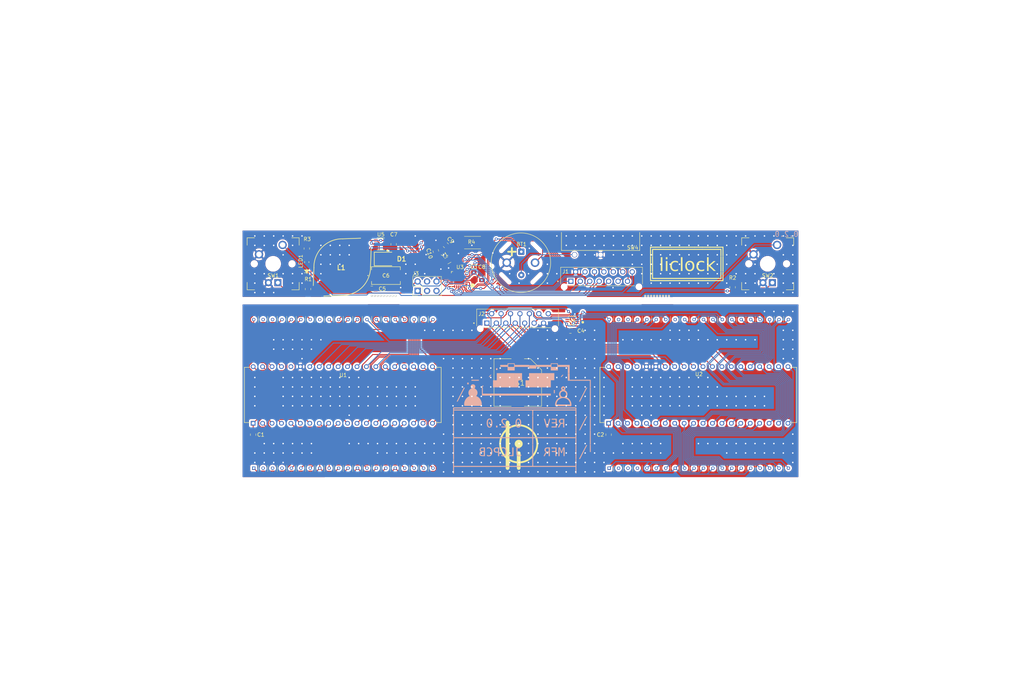
<source format=kicad_pcb>
(kicad_pcb (version 20221018) (generator pcbnew)
  (title_block (title "liclock") (rev "0.1.0") (company "Radish"))
  (layers (0 "F.Cu" mixed) (31 "B.Cu" mixed) (35 "F.Paste" user) (36 "B.SilkS" user "B.Silkscreen") (37 "F.SilkS" user "F.Silkscreen") (38 "B.Mask" user) (39 "F.Mask" user) (44 "Edge.Cuts" user))
  (net 0 "")
  (net 1 "GND")
  (net 5 "/LCD1.E1")
  (net 6 "/LCD1.D1")
  (net 7 "/LCD1.C1")
  (net 8 "/LCD1.E2")
  (net 9 "/LCD1.D2")
  (net 10 "/LCD1.C2")
  (net 11 "/LCD1.E3")
  (net 12 "/LCD1.D3")
  (net 13 "/LCD1.C3")
  (net 14 "/LCD1.E4")
  (net 15 "/LCD1.D4")
  (net 16 "/LCD1.C4")
  (net 17 "/LCD1.B4")
  (net 18 "/LCD1.A4")
  (net 19 "/LCD1.F4")
  (net 20 "/LCD1.G4")
  (net 21 "/LCD1.B3")
  (net 22 "/LCD1.A3")
  (net 23 "/LCD1.F3")
  (net 24 "/LCD1.G3")
  (net 25 "/LCD1.B2")
  (net 26 "/LCD1.A2")
  (net 27 "/LCD1.F2")
  (net 28 "/LCD1.G2")
  (net 30 "/LCD1.B1")
  (net 31 "/LCD1.A1")
  (net 32 "/LCD1.F1")
  (net 33 "/LCD1.G1")
  (net 39 "/LCD2.E1")
  (net 40 "/LCD2.D1")
  (net 41 "/LCD2.C1")
  (net 42 "/LCD2.E2")
  (net 43 "/LCD2.D2")
  (net 44 "/LCD2.C2")
  (net 45 "/LCD2.E3")
  (net 46 "/LCD2.D3")
  (net 47 "/LCD2.C3")
  (net 48 "/LCD2.E4")
  (net 49 "/LCD2.D4")
  (net 50 "/LCD2.C4")
  (net 51 "/LCD2.B4")
  (net 52 "/LCD2.A4")
  (net 53 "/LCD2.F4")
  (net 54 "/LCD2.G4")
  (net 55 "/LCD2.B3")
  (net 56 "/LCD2.A3")
  (net 57 "/LCD2.F3")
  (net 58 "/LCD2.G3")
  (net 59 "/LCD2.B2")
  (net 60 "/LCD2.A2")
  (net 61 "/LCD2.F2")
  (net 62 "/LCD2.G2")
  (net 64 "/LCD2.B1")
  (net 65 "/LCD2.A1")
  (net 66 "/LCD2.F1")
  (net 67 "/LCD2.G1")
  (net 70 "Net-(U3-PB3(TOSC1))")
  (net 71 "Net-(U3-PB2(TOSC2))")
  (net 73 "Net-(BT1-+)")
  (net 74 "VBAT_PROT")
  (net 75 "LCD_COL_2")
  (net 76 "LCD_LATCH_2")
  (net 77 "LCD_COL_1")
  (net 78 "LCD_DATA0")
  (net 79 "LCD_DATA1")
  (net 80 "LCD_DATA2")
  (net 81 "LCD_DATA3")
  (net 82 "LCD_DIGIT1")
  (net 83 "LCD_DIGIT2")
  (net 87 "Net-(D1-K)")
  (net 88 "Net-(LED1-A)")
  (net 89 "LCD_LATCH_1")
  (net 90 "Net-(SW1-A)")
  (net 91 "LCD_BUZZ")
  (net 92 "Net-(SW2-A)")
  (net 93 "LCD_WRITE")
  (net 94 "LATCH_2")
  (net 95 "DATA0")
  (net 96 "Net-(BT1--)")
  (net 97 "DATA1")
  (net 98 "DATA2")
  (net 99 "VCC")
  (net 100 "VDD")
  (net 101 "VSS")
  (net 102 "DATA3")
  (net 103 "DIGIT1")
  (net 104 "DIGIT2")
  (net 105 "LATCH_1")
  (net 106 "WRITE")
  (net 107 "/BUZZ")
  (net 108 "UDPI")
  (net 109 "COL_BP_1")
  (net 110 "COL_BP_2")
  (net 111 "BP")
  (net 112 "/SW1_LED_ENABLE")
  (net 113 "/SW2_LED_ENABLE")
  (net 114 "/LED1_ENABLE")
  (net 115 "/~{SW1_ACTIVE}")
  (net 116 "/~{SW2_ACTIVE}")
  (net 117 "/~{SW3_ACTIVE}")
  (net 118 "COL_1")
  (net 119 "COL_2")
  (footprint "Resistor_SMD:R_0805_2012Metric_Pad1.20x1.40mm_HandSolder" (layer "F.Cu") (at 92.31 89.85 -90)
    (fp_text reference "R1")
    (fp_text value "100Ω")
  )
  (footprint "chess_clock:903250014" (layer "F.Cu") (at 148.7 97.74)
    (fp_text reference "J2")
    (fp_text value "Ribbon Cable Header")
  )
  (footprint "chess_clock:TC7WZ32FK_LJCT" (layer "F.Cu") (at 163.41055 98.310001 180)
    (fp_text reference "U4")
    (fp_text value "OR, 2 Channels")
  )
  (footprint "chess_clock:352151RFT" (layer "F.Cu") (at 136.57 77.35 180)
    (fp_text reference "R4")
    (fp_text value "50Ω")
  )
  (footprint "Capacitor_SMD:C_0805_2012Metric_Pad1.18x1.45mm_HandSolder" (layer "F.Cu") (at 77.534158 129.0375 90)
    (fp_text reference "C1")
    (fp_text value "0.1µF")
  )
  (footprint "chess_clock:ICM7211AMIPL" (layer "F.Cu") (at 173.204158 125.964804 90)
    (fp_text reference "U2")
    (fp_text value "Display Driver")
  )
  (footprint "Capacitor_SMD:C_0805_2012Metric_Pad1.18x1.45mm_HandSolder" (layer "F.Cu") (at 173.204158 129.0375 90)
    (fp_text reference "C2")
    (fp_text value "0.1µF")
  )
  (footprint "Capacitor_SMD:C_0805_2012Metric_Pad1.18x1.45mm_HandSolder" (layer "F.Cu") (at 162.92 101.03)
    (fp_text reference "C4")
    (fp_text value "0.1µF")
  )
  (footprint "chess_clock:MCS 18 Front" (layer "F.Cu") (at 149.59 82.74)
    (fp_text reference "SW3" hide)
    (fp_text value "1241.1100.7095" hide)
  )
  (footprint "Resistor_SMD:R_0805_2012Metric_Pad1.20x1.40mm_HandSolder" (layer "F.Cu") (at 91.97 78.94 90)
    (fp_text reference "R3")
    (fp_text value "100Ω")
  )
  (footprint "Capacitor_SMD:C_0805_2012Metric_Pad1.18x1.45mm_HandSolder" (layer "F.Cu") (at 109.46 89.78)
    (fp_text reference "C5")
    (fp_text value "0.1µF")
  )
  (footprint "chess_clock:CT-1205H-SMT" (layer "F.Cu") (at 148.75 115 90)
    (fp_text reference "LS1")
    (fp_text value "Buzzer" hide)
  )
  (footprint "chess_clock:MX_LED" (layer "F.Cu") (at 216.004158 83.044804)
    (fp_text reference "SW2")
    (fp_text value "MX Grey w/ LED" hide)
  )
  (footprint "chess_clock:BATTERY" (layer "F.Cu") (at 149.7 79.8 -90)
    (fp_text reference "BT1")
    (fp_text value "~9V" hide)
  )
  (footprint "chess_clock:903250014" (layer "F.Cu") (at 171.295 86.48)
    (fp_text reference "J1")
    (fp_text value "Ribbon Cable Header")
  )
  (footprint "chess_clock:TPSD686K010R0100" (layer "F.Cu") (at 113.26705 86.22)
    (fp_text reference "C6")
    (fp_text value "68µF")
  )
  (footprint "chess_clock:DO5022P-104MLD" (layer "F.Cu") (at 101.504116 83.945884 45)
    (fp_text reference "L1")
    (fp_text value "100μH" hide)
  )
  (footprint "chess_clock:MX_LED" (layer "F.Cu") (at 82.914158 83.044804)
    (fp_text reference "SW1")
    (fp_text value "MX Grey w/ LED" hide)
  )
  (footprint "chess_clock:150060RS75000" (layer "F.Cu") (at 91.97 82.58865 90)
    (fp_text reference "LED1")
    (fp_text value "Red low battery Indicator")
  )
  (footprint "Capacitor_SMD:C_0805_2012Metric_Pad1.18x1.45mm_HandSolder" (layer "F.Cu") (at 126.7 79.61 -75)
    (fp_text reference "C10")
    (fp_text value "22pF")
  )
  (footprint "Capacitor_SMD:C_0805_2012Metric_Pad1.18x1.45mm_HandSolder" (layer "F.Cu") (at 139.07 86.41 90)
    (fp_text reference "C8")
    (fp_text value "10nF")
  )
  (footprint "chess_clock:CWSA11AAN1H" (layer "F.Cu") (at 178.029998 80.599999 180)
    (fp_text reference "SW4")
    (fp_text value "SW_SPST" hide)
  )
  (footprint "chess_clock:MAX1836EUT50+T" (layer "F.Cu") (at 111.89 77.711769 180)
    (fp_text reference "U5")
    (fp_text value "Voltage Regulator")
  )
  (footprint "chess_clock:ICM7211AMIPL" (layer "F.Cu") (at 77.534158 125.964804 90)
    (fp_text reference "U1")
    (fp_text value "Display Driver" hide)
  )
  (footprint "chess_clock:LCD-S401C71TR" (layer "F.Cu") (at 197.464158 118.044804 90)
    (fp_text reference "LCD2" hide)
    (fp_text value "LCD-S401C71TR" hide)
  )
  (footprint "chess_clock:ATTINY1627" (layer "F.Cu") (at 132.98 87.24 180)
    (fp_text reference "U3")
    (fp_text value "MCU")
  )
  (footprint "chess_clock:B240AE-13" (layer "F.Cu") (at 113.15 81.75)
    (fp_text reference "D1")
    (fp_text value "Schottky Diode" hide)
  )
  (footprint "Capacitor_SMD:C_0805_2012Metric_Pad1.18x1.45mm_HandSolder" (layer "F.Cu") (at 115.35 77.799268 -90)
    (fp_text reference "C7")
    (fp_text value "10µF")
  )
  (footprint "chess_clock:CM315D32768HZFT" (layer "F.Cu") (at 129.935643 82.11 30)
    (fp_text reference "Y1")
    (fp_text value "32.768 kHz")
  )
  (footprint "chess_clock:LCD-S401C71TR" (layer "F.Cu") (at 101.804158 118.044804 90)
    (fp_text reference "LCD1" hide)
    (fp_text value "LCD-S401C71TR" hide)
  )
  (footprint "Capacitor_SMD:C_0805_2012Metric_Pad1.18x1.45mm_HandSolder" (layer "F.Cu") (at 129.39 78.05 -45)
    (fp_text reference "C9")
    (fp_text value "22pF")
  )
  (footprint "Resistor_SMD:R_0805_2012Metric_Pad1.20x1.40mm_HandSolder" (layer "F.Cu") (at 206.58 89.36 90)
    (fp_text reference "R2")
    (fp_text value "100Ω")
  )
  (footprint "Connector_PinHeader_2.54mm:PinHeader_2x03_P2.54mm_Vertical" (layer "F.Cu") (at 121.795 90.335 90)
    (fp_text reference "J3")
    (fp_text value "UPDI")
  )
  (footprint "Capacitor_SMD:C_0805_2012Metric_Pad1.18x1.45mm_HandSolder" (layer "F.Cu") (at 136.905643 86.41 90)
    (fp_text reference "C3")
    (fp_text value "0.1µF")
  )
  (gr_circle (center 149 131.5) (end 154 131.5) (stroke (width 0.5)) (fill none) (layer "F.SilkS"))
  (gr_circle (center 149 131.5) (end 150 131.5) (stroke (width 0.15)) (fill solid) (layer "F.SilkS"))
  (gr_line (start 146 125.75) (end 146 138) (stroke (width 1)) (layer "F.SilkS"))
  (gr_line (start 149 134) (end 149 138) (stroke (width 1)) (layer "F.SilkS"))
  (gr_arc (start 181.784 91.984) (mid 182.8 93) (end 181.784 94.016) (stroke (width 0.001)) (layer "Edge.Cuts"))
  (gr_line (start 74.676 93.98) (end 108.216 93.982) (stroke (width 0.001)) (layer "Edge.Cuts"))
  (gr_arc (start 190.754 93.98) (mid 189.738 92.964) (end 190.754 91.948) (stroke (width 0.001)) (layer "Edge.Cuts"))
  (gr_circle (center 109.47 91.66) (end 109.77 91.66) (stroke (width 0.001)) (fill solid) (layer "Edge.Cuts"))
  (gr_line (start 224.282 93.98) (end 224.282 140.462) (stroke (width 0.001)) (layer "Edge.Cuts"))
  (gr_circle (center 183.038 91.694) (end 183.338 91.694) (stroke (width 0.001)) (fill solid) (layer "Edge.Cuts"))
  (gr_line (start 224.282 74.1) (end 224.282 91.948) (stroke (width 0.001)) (layer "Edge.Cuts"))
  (gr_circle (center 111.07 91.66) (end 111.37 91.66) (stroke (width 0.001)) (fill solid) (layer "Edge.Cuts"))
  (gr_circle (center 111.87 91.66) (end 112.17 91.66) (stroke (width 0.001)) (fill solid) (layer "Edge.Cuts"))
  (gr_arc (start 117.186 94.016) (mid 116.17 93) (end 117.186 91.984) (stroke (width 0.001)) (layer "Edge.Cuts"))
  (gr_circle (center 113.47 91.66) (end 113.77 91.66) (stroke (width 0.001)) (fill solid) (layer "Edge.Cuts"))
  (gr_circle (center 183.838 91.694) (end 184.138 91.694) (stroke (width 0.001)) (fill solid) (layer "Edge.Cuts"))
  (gr_line (start 224.282 140.462) (end 74.676 140.462) (stroke (width 0.001)) (layer "Edge.Cuts"))
  (gr_line (start 74.676 74.1) (end 224.286 74.1) (stroke (width 0.001)) (layer "Edge.Cuts"))
  (gr_circle (center 110.27 91.66) (end 110.57 91.66) (stroke (width 0.001)) (fill solid) (layer "Edge.Cuts"))
  (gr_circle (center 115.07 91.66) (end 115.37 91.66) (stroke (width 0.001)) (fill solid) (layer "Edge.Cuts"))
  (gr_circle (center 189.438 91.694) (end 189.738 91.694) (stroke (width 0.001)) (fill solid) (layer "Edge.Cuts"))
  (gr_line (start 74.676 140.462) (end 74.676 93.98) (stroke (width 0.001)) (layer "Edge.Cuts"))
  (gr_line (start 190.754 93.98) (end 224.282 93.98) (stroke (width 0.001)) (layer "Edge.Cuts"))
  (gr_circle (center 184.638 91.694) (end 184.938 91.694) (stroke (width 0.001)) (fill solid) (layer "Edge.Cuts"))
  (gr_line (start 224.282 91.948) (end 190.754 91.948) (stroke (width 0.001)) (layer "Edge.Cuts"))
  (gr_circle (center 187.038 91.694) (end 187.338 91.694) (stroke (width 0.001)) (fill solid) (layer "Edge.Cuts"))
  (gr_circle (center 185.438 91.694) (end 185.738 91.694) (stroke (width 0.001)) (fill solid) (layer "Edge.Cuts"))
  (gr_line (start 117.186 94.016) (end 181.784 94.016) (stroke (width 0.001)) (layer "Edge.Cuts"))
  (gr_line (start 181.784 91.984) (end 117.186 91.984) (stroke (width 0.001)) (layer "Edge.Cuts"))
  (gr_line (start 74.676 91.948) (end 74.676 74.1) (stroke (width 0.001)) (layer "Edge.Cuts"))
  (gr_circle (center 186.238 91.694) (end 186.538 91.694) (stroke (width 0.001)) (fill solid) (layer "Edge.Cuts"))
  (gr_circle (center 188.638 91.694) (end 188.938 91.694) (stroke (width 0.001)) (fill solid) (layer "Edge.Cuts"))
  (gr_circle (center 115.87 91.66) (end 116.17 91.66) (stroke (width 0.001)) (fill solid) (layer "Edge.Cuts"))
  (gr_arc (start 108.216 91.95) (mid 109.232 92.966) (end 108.216 93.982) (stroke (width 0.001)) (layer "Edge.Cuts"))
  (gr_line (start 108.216 91.95) (end 74.676 91.948) (stroke (width 0.001)) (layer "Edge.Cuts"))
  (gr_circle (center 114.27 91.66) (end 114.57 91.66) (stroke (width 0.001)) (fill solid) (layer "Edge.Cuts"))
  (gr_circle (center 112.67 91.66) (end 112.97 91.66) (stroke (width 0.001)) (fill solid) (layer "Edge.Cuts"))
  (gr_circle (center 187.838 91.694) (end 188.138 91.694) (stroke (width 0.001)) (fill solid) (layer "Edge.Cuts"))
  (gr_text "♟" (at 139.638866 122.499996) (layer "B.SilkS") (effects (font (size 7 7)) (justify left bottom mirror)))
  (gr_text "0.2.0" (at 224.24 75.15) (layer "B.SilkS") (effects (font (size 1.5 1.5) (thickness 0.325)) (justify left mirror)))
  (gr_text "   ┏━⬓━━▬━━⬓━.\n┌──┚`▝███▖▜██▙`ˎ─.\n│╲   ꞌ━━━━━━━━━┙  ╲\n│ ╒═════╤══════════╕\n│╲│ REV │ 0.2.0    │\n│ ├─────┼──────────┤\n╵╲│ MFR │ JLCPCB   │\n  ├─────┴──────────┤" (at 169.238866 124.199996) (layer "B.SilkS") (effects (font (size 2.3 2.3) (thickness 0.375)) (justify left mirror)))
  (gr_text "♙" (at 163.938866 122.599996) (layer "B.SilkS") (effects (font (size 7 7)) (justify left bottom mirror)))
  (gr_text "liclock" (at 186.77 83.53) (layer "F.SilkS") (effects (font (size 3.5 3.5) (thickness 0.3125)) (justify left)))
  (gr_text "╔════════╗\n║        ║\n╚════════╝" (at 183.7 83.24) (layer "F.SilkS") (effects (font (size 2.5 2.5) (thickness 0.375)) (justify left)))
  (segment (start 134.8953 87.49) (end 136.863143 87.49) (width 0.25) (layer "F.Cu") (net 1))
  (segment (start 136.995 87.4475) (end 139.07 85.3725) (width 0.25) (layer "F.Cu") (net 1))
  (segment (start 136.863143 87.49) (end 136.905643 87.4475) (width 0.25) (layer "F.Cu") (net 1))
  (segment (start 136.905643 87.4475) (end 136.995 87.4475) (width 0.25) (layer "F.Cu") (net 1))
  (segment (start 133.23 87.49) (end 134.8953 87.49) (width 0.25) (layer "F.Cu") (net 1))
  (segment (start 132.98 87.24) (end 133.23 87.49) (width 0.25) (layer "F.Cu") (net 1))
  (via (at 174.5 80.63) (size 0.8) (drill 0.4) (layers "F.Cu" "B.Cu") (net 1))
  (via (at 177.04 80.63) (size 0.8) (drill 0.4) (layers "F.Cu" "B.Cu") (net 1))
  (via (at 174.38 89.46) (size 0.8) (drill 0.4) (layers "F.Cu" "B.Cu") (net 1))
  (via (at 184.66 80.63) (size 0.8) (drill 0.4) (layers "F.Cu" "B.Cu") (net 1))
  (via (at 187.2 85.71) (size 0.8) (drill 0.4) (layers "F.Cu" "B.Cu") (net 1))
  (via (at 220.22 75.55) (size 0.8) (drill 0.4) (layers "F.Cu" "B.Cu") (net 1))
  (via (at 202.44 80.63) (size 0.8) (drill 0.4) (layers "F.Cu" "B.Cu") (net 1))
  (via (at 166.88 75.55) (size 0.8) (drill 0.4) (layers "F.Cu" "B.Cu") (net 1))
  (via (at 210.06 90.79) (size 0.8) (drill 0.4) (layers "F.Cu" "B.Cu") (net 1))
  (via (at 169.42 75.55) (size 0.8) (drill 0.4) (layers "F.Cu" "B.Cu") (net 1))
  (via (at 217.68 90.79) (size 0.8) (drill 0.4) (layers "F.Cu" "B.Cu") (net 1))
  (via (at 156.72 88.25) (size 0.8) (drill 0.4) (layers "F.Cu" "B.Cu") (net 1))
  (via (at 174.5 78.09) (size 0.8) (drill 0.4) (layers "F.Cu" "B.Cu") (net 1))
  (via (at 182.12 78.09) (size 0.8) (drill 0.4) (layers "F.Cu" "B.Cu") (net 1))
  (via (at 151.86 78.89) (size 0.8) (drill 0.4) (layers "F.Cu" "B.Cu") (net 1))
  (via (at 114.03 79.56) (size 0.8) (drill 0.4) (layers "F.Cu" "B.Cu") (net 1))
  (via (at 126.72 76.73) (size 0.8) (drill 0.4) (layers "F.Cu" "B.Cu") (net 1))
  (via (at 161.8 75.55) (size 0.8) (drill 0.4) (layers "F.Cu" "B.Cu") (net 1))
  (via (at 184.66 88.25) (size 0.8) (drill 0.4) (layers "F.Cu" "B.Cu") (net 1))
  (via (at 166.88 80.63) (size 0.8) (drill 0.4) (layers "F.Cu" "B.Cu") (net 1))
  (via (at 80.52 75.55) (size 0.8) (drill 0.4) (layers "F.Cu" "B.Cu") (net 1))
  (via (at 130.13 84.18) (size 0.8) (drill 0.4) (layers "F.Cu" "B.Cu") (net 1))
  (via (at 182.12 85.71) (size 0.8) (drill 0.4) (layers "F.Cu" "B.Cu") (net 1))
  (via (at 159.26 85.71) (size 0.8) (drill 0.4) (layers "F.Cu" "B.Cu") (net 1))
  (via (at 166.88 78.09) (size 0.8) (drill 0.4) (layers "F.Cu" "B.Cu") (net 1))
  (via (at 124.08 80.57) (size 0.8) (drill 0.4) (layers "F.Cu" "B.Cu") (net 1))
  (via (at 194.82 78.09) (size 0.8) (drill 0.4) (layers "F.Cu" "B.Cu") (net 1))
  (via (at 210.06 88.25) (size 0.8) (drill 0.4) (layers "F.Cu" "B.Cu") (net 1))
  (via (at 88.14 75.55) (size 0.8) (drill 0.4) (layers "F.Cu" "B.Cu") (net 1))
  (via (at 80.52 85.71) (size 0.8) (drill 0.4) (layers "F.Cu" "B.Cu") (net 1))
  (via (at 217.68 75.55) (size 0.8) (drill 0.4) (layers "F.Cu" "B.Cu") (net 1))
  (via (at 207.52 78.09) (size 0.8) (drill 0.4) (layers "F.Cu" "B.Cu") (net 1))
  (via (at 121.16 85.71) (size 0.8) (drill 0.4) (layers "F.Cu" "B.Cu") (net 1))
  (via (at 202.44 83.17) (size 0.8) (drill 0.4) (layers "F.Cu" "B.Cu") (net 1))
  (via (at 220.22 88.25) (size 0.8) (drill 0.4) (layers "F.Cu" "B.Cu") (net 1))
  (via (at 128.78 80.63) (size 0.8) (drill 0.4) (layers "F.Cu" "B.Cu") (net 1))
  (via (at 77.98 85.71) (size 0.8) (drill 0.4) (layers "F.Cu" "B.Cu") (net 1))
  (via (at 83.06 78.09) (size 0.8) (drill 0.4) (layers "F.Cu" "B.Cu") (net 1))
  (via (at 197.36 85.71) (size 0.8) (drill 0.4) (layers "F.Cu" "B.Cu") (net 1))
  (via (at 100.84 83.17) (size 0.8) (drill 0.4) (layers "F.Cu" "B.Cu") (net 1))
  (via (at 204.98 80.63) (size 0.8) (drill 0.4) (layers "F.Cu" "B.Cu") (net 1))
  (via (at 197.36 78.09) (size 0.8) (drill 0.4) (layers "F.Cu" "B.Cu") (net 1))
  (via (at 192.28 80.63) (size 0.8) (drill 0.4) (layers "F.Cu" "B.Cu") (net 1))
  (via (at 199.9 75.55) (size 0.8) (drill 0.4) (layers "F.Cu" "B.Cu") (net 1))
  (via (at 103.38 78.09) (size 0.8) (drill 0.4) (layers "F.Cu" "B.Cu") (net 1))
  (via (at 220.22 85.71) (size 0.8) (drill 0.4) (layers "F.Cu" "B.Cu") (net 1))
  (via (at 179.58 75.55) (size 0.8) (drill 0.4) (layers "F.Cu" "B.Cu") (net 1))
  (via (at 199.9 80.63) (size 0.8) (drill 0.4) (layers "F.Cu" "B.Cu") (net 1))
  (via (at 199.9 88.25) (size 0.8) (drill 0.4) (layers "F.Cu" "B.Cu") (net 1))
  (via (at 187.2 88.25) (size 0.8) (drill 0.4) (layers "F.Cu" "B.Cu") (net 1))
  (via (at 210.06 78.09) (size 0.8) (drill 0.4) (layers "F.Cu" "B.Cu") (net 1))
  (via (at 90.68 75.55) (size 0.8) (drill 0.4) (layers "F.Cu" "B.Cu") (net 1))
  (via (at 204.98 88.25) (size 0.8) (drill 0.4) (layers "F.Cu" "B.Cu") (net 1))
  (via (at 80.52 78.09) (size 0.8) (drill 0.4) (layers "F.Cu" "B.Cu") (net 1))
  (via (at 204.98 75.55) (size 0.8) (drill 0.4) (layers "F.Cu" "B.Cu") (net 1))
  (via (at 156.72 83.17) (size 0.8) (drill 0.4) (layers "F.Cu" "B.Cu") (net 1))
  (via (at 192.28 85.71) (size 0.8) (drill 0.4) (layers "F.Cu" "B.Cu") (net 1))
  (via (at 118.62 85.71) (size 0.8) (drill 0.4) (layers "F.Cu" "B.Cu") (net 1))
  (via (at 77.98 75.55) (size 0.8) (drill 0.4) (layers "F.Cu" "B.Cu") (net 1))
  (via (at 151.64 85.71) (size 0.8) (drill 0.4) (layers "F.Cu" "B.Cu") (net 1))
  (via (at 121.16 75.55) (size 0.8) (drill 0.4) (layers "F.Cu" "B.Cu") (net 1))
  (via (at 174.5 75.55) (size 0.8) (drill 0.4) (layers "F.Cu" "B.Cu") (net 1))
  (via (at 171.96 75.55) (size 0.8) (drill 0.4) (layers "F.Cu" "B.Cu") (net 1))
  (via (at 131.44 77.15) (size 0.8) (drill 0.4) (layers "F.Cu" "B.Cu") (net 1))
  (via (at 88.14 85.71) (size 0.8) (drill 0.4) (layers "F.Cu" "B.Cu") (net 1))
  (via (at 128.05 84.47) (size 0.8) (drill 0.4) (layers "F.Cu" "B.Cu") (net 1))
  (via (at 215.14 75.55) (size 0.8) (drill 0.4) (layers "F.Cu" "B.Cu") (net 1))
  (via (at 222.76 78.09) (size 0.8) (drill 0.4) (layers "F.Cu" "B.Cu") (net 1))
  (via (at 207.52 80.63) (size 0.8) (drill 0.4) (layers "F.Cu" "B.Cu") (net 1))
  (via (at 98.3 80.63) (size 0.8) (drill 0.4) (layers "F.Cu" "B.Cu") (net 1))
  (via (at 90.68 85.71) (size 0.8) (drill 0.4) (layers "F.Cu" "B.Cu") (net 1))
  (via (at 199.9 78.09) (size 0.8) (drill 0.4) (layers "F.Cu" "B.Cu") (net 1))
  (via (at 189.74 88.25) (size 0.8) (drill 0.4) (layers "F.Cu" "B.Cu") (net 1))
  (via (at 199.9 85.71) (size 0.8) (drill 0.4) (layers "F.Cu" "B.Cu") (net 1))
  (via (at 184.66 85.71) (size 0.8) (drill 0.4) (layers "F.Cu" "B.Cu") (net 1))
  (via (at 77.98 78.09) (size 0.8) (drill 0.4) (layers "F.Cu" "B.Cu") (net 1))
  (via (at 177.04 75.55) (size 0.8) (drill 0.4) (layers "F.Cu" "B.Cu") (net 1))
  (via (at 103.38 80.63) (size 0.8) (drill 0.4) (layers "F.Cu" "B.Cu") (net 1))
  (via (at 222.76 80.63) (size 0.8) (drill 0.4) (layers "F.Cu" "B.Cu") (net 1))
  (via (at 77.98 88.25) (size 0.8) (drill 0.4) (layers "F.Cu" "B.Cu") (net 1))
  (via (at 159.26 75.55) (size 0.8) (drill 0.4) (layers "F.Cu" "B.Cu") (net 1))
  (via (at 85.6 80.63) (size 0.8) (drill 0.4) (layers "F.Cu" "B.Cu") (net 1))
  (via (at 182.12 80.63) (size 0.8) (drill 0.4) (layers "F.Cu" "B.Cu") (net 1))
  (via (at 146.56 85.71) (size 0.8) (drill 0.4) (layers "F.Cu" "B.Cu") (net 1))
  (via (at 210.06 75.55) (size 0.8) (drill 0.4) (layers "F.Cu" "B.Cu") (net 1))
  (via (at 83.06 90.79) (size 0.8) (drill 0.4) (layers "F.Cu" "B.Cu") (net 1))
  (via (at 98.3 78.09) (size 0.8) (drill 0.4) (layers "F.Cu" "B.Cu") (net 1))
  (via (at 161.8 78.09) (size 0.8) (drill 0.4) (layers "F.Cu" "B.Cu") (net 1))
  (via (at 95.76 85.71) (size 0.8) (drill 0.4) (layers "F.Cu" "B.Cu") (net 1))
  (via (at 100.84 80.63) (size 0.8) (drill 0.4) (layers "F.Cu" "B.Cu") (net 1))
  (via (at 210.06 85.71) (size 0.8) (drill 0.4) (layers "F.Cu" "B.Cu") (net 1))
  (via (at 189.74 78.09) (size 0.8) (drill 0.4) (layers "F.Cu" "B.Cu") (net 1))
  (via (at 182.12 83.17) (size 0.8) (drill 0.4) (layers "F.Cu" "B.Cu") (net 1))
  (via (at 164.34 75.55) (size 0.8) (drill 0.4) (layers "F.Cu" "B.Cu") (net 1))
  (via (at 197.36 88.25) (size 0.8) (drill 0.4) (layers "F.Cu" "B.Cu") (net 1))
  (via (at 222.76 90.79) (size 0.8) (drill 0.4) (layers "F.Cu" "B.Cu") (net 1))
  (via (at 182.12 75.55) (size 0.8) (drill 0.4) (layers "F.Cu" "B.Cu") (net 1))
  (via (at 197.36 83.17) (size 0.8) (drill 0.4) (layers "F.Cu" "B.Cu") (net 1))
  (via (at 171.96 78.09) (size 0.8) (drill 0.4) (layers "F.Cu" "B.Cu") (net 1))
  (via (at 207.52 85.71) (size 0.8) (drill 0.4) (layers "F.Cu" "B.Cu") (net 1))
  (via (at 177.04 78.09) (size 0.8) (drill 0.4) (layers "F.Cu" "B.Cu") (net 1))
  (via (at 222.76 75.55) (size 0.8) (drill 0.4) (layers "F.Cu" "B.Cu") (net 1))
  (via (at 118.62 83.17) (size 0.8) (drill 0.4) (layers "F.Cu" "B.Cu") (net 1))
  (via (at 80.52 90.79) (size 0.8) (drill 0.4) (layers "F.Cu" "B.Cu") (net 1))
  (via (at 179.58 80.63) (size 0.8) (drill 0.4) (layers "F.Cu" "B.Cu") (net 1))
  (via (at 192.28 83.17) (size 0.8) (drill 0.4) (layers "F.Cu" "B.Cu") (net 1))
  (via (at 202.44 75.55) (size 0.8) (drill 0.4) (layers "F.Cu" "B.Cu") (net 1))
  (via (at 220.22 90.79) (size 0.8) (drill 0.4) (layers "F.Cu" "B.Cu") (net 1))
  (via (at 194.82 75.55) (size 0.8) (drill 0.4) (layers "F.Cu" "B.Cu") (net 1))
  (via (at 179.58 83.17) (size 0.8) (drill 0.4) (layers "F.Cu" "B.Cu") (net 1))
  (via (at 184.66 75.55) (size 0.8) (drill 0.4) (layers "F.Cu" "B.Cu") (net 1))
  (via (at 169.42 78.09) (size 0.8) (drill 0.4) (layers "F.Cu" "B.Cu") (net 1))
  (via (at 117.23 89.45) (size 0.8) (drill 0.4) (layers "F.Cu" "B.Cu") (net 1))
  (via (at 212.6 85.71) (size 0.8) (drill 0.4) (layers "F.Cu" "B.Cu") (net 1))
  (via (at 136.4 78.09) (size 0.8) (drill 0.4) (layers "F.Cu" "B.Cu") (net 1))
  (via (at 204.98 83.17) (size 0.8) (drill 0.4) (layers "F.Cu" "B.Cu") (net 1))
  (via (at 204.98 78.09) (size 0.8) (drill 0.4) (layers "F.Cu" "B.Cu") (net 1))
  (via (at 83.06 75.55) (size 0.8) (drill 0.4) (layers "F.Cu" "B.Cu") (net 1))
  (via (at 77.98 90.79) (size 0.8) (drill 0.4) (layers "F.Cu" "B.Cu") (net 1))
  (via (at 207.52 75.55) (size 0.8) (drill 0.4) (layers "F.Cu" "B.Cu") (net 1))
  (via (at 95.76 78.09) (size 0.8) (drill 0.4) (layers "F.Cu" "B.Cu") (net 1))
  (via (at 88.14 88.25) (size 0.8) (drill 0.4) (layers "F.Cu" "B.Cu") (net 1))
  (via (at 220.22 80.63) (size 0.8) (drill 0.4) (layers "F.Cu" "B.Cu") (net 1))
  (via (at 189.74 75.55) (size 0.8) (drill 0.4) (layers "F.Cu" "B.Cu") (net 1))
  (via (at 169.42 80.63) (size 0.8) (drill 0.4) (layers "F.Cu" "B.Cu") (net 1))
  (via (at 192.28 78.09) (size 0.8) (drill 0.4) (layers "F.Cu" "B.Cu") (net 1))
  (via (at 189.74 85.71) (size 0.8) (drill 0.4) (layers "F.Cu" "B.Cu") (net 1))
  (via (at 187.2 78.09) (size 0.8) (drill 0.4) (layers "F.Cu" "B.Cu") (net 1))
  (via (at 90.68 88.25) (size 0.8) (drill 0.4) (layers "F.Cu" "B.Cu") (net 1))
  (via (at 85.6 75.55) (size 0.8) (drill 0.4) (layers "F.Cu" "B.Cu") (net 1))
  (via (at 187.2 83.17) (size 0.8) (drill 0.4) (layers "F.Cu" "B.Cu") (net 1))
  (via (at 95.76 83.17) (size 0.8) (drill 0.4) (layers "F.Cu" "B.Cu") (net 1))
  (via (at 212.6 83.17) (size 0.8) (drill 0.4) (layers "F.Cu" "B.Cu") (net 1))
  (via (at 194.82 88.25) (size 0.8) (drill 0.4) (layers "F.Cu" "B.Cu") (net 1))
  (via (at 212.6 90.79) (size 0.8) (drill 0.4) (layers "F.Cu" "B.Cu") (net 1))
  (via (at 192.28 75.55) (size 0.8) (drill 0.4) (layers "F.Cu" "B.Cu") (net 1))
  (via (at 156.72 85.71) (size 0.8) (drill 0.4) (layers "F.Cu" "B.Cu") (net 1))
  (via (at 184.66 83.17) (size 0.8) (drill 0.4) (layers "F.Cu" "B.Cu") (net 1))
  (via (at 98.3 83.17) (size 0.8) (drill 0.4) (layers "F.Cu" "B.Cu") (net 1))
  (via (at 100.84 78.09) (size 0.8) (drill 0.4) (layers "F.Cu" "B.Cu") (net 1))
  (via (at 132.78 80.28) (size 0.8) (drill 0.4) (layers "F.Cu" "B.Cu") (net 1))
  (via (at 199.9 83.17) (size 0.8) (drill 0.4) (layers "F.Cu" "B.Cu") (net 1))
  (via (at 189.74 80.63) (size 0.8) (drill 0.4) (layers "F.Cu" "B.Cu") (net 1))
  (via (at 149.1 88.25) (size 0.8) (drill 0.4) (layers "F.Cu" "B.Cu") (net 1))
  (via (at 95.76 80.63) (size 0.8) (drill 0.4) (layers "F.Cu" "B.Cu") (net 1))
  (via (at 88.14 78.09) (size 0.8) (drill 0.4) (layers "F.Cu" "B.Cu") (net 1))
  (via (at 194.82 83.17) (size 0.8) (drill 0.4) (layers "F.Cu" "B.Cu") (net 1))
  (via (at 222.76 88.25) (size 0.8) (drill 0.4) (layers "F.Cu" "B.Cu") (net 1))
  (via (at 85.6 85.71) (size 0.8) (drill 0.4) (layers "F.Cu" "B.Cu") (net 1))
  (via (at 222.76 85.71) (size 0.8) (drill 0.4) (layers "F.Cu" "B.Cu") (net 1))
  (via (at 212.6 88.25) (size 0.8) (drill 0.4) (layers "F.Cu" "B.Cu") (net 1))
  (via (at 123.7 85.71) (size 0.8) (drill 0.4) (layers "F.Cu" "B.Cu") (net 1))
  (via (at 194.82 85.71) (size 0.8) (drill 0.4) (layers "F.Cu" "B.Cu") (net 1))
  (via (at 189.74 83.17) (size 0.8) (drill 0.4) (layers "F.Cu" "B.Cu") (net 1))
  (via (at 222.76 83.17) (size 0.8) (drill 0.4) (layers "F.Cu" "B.Cu") (net 1))
  (via (at 194.82 80.63) (size 0.8) (drill 0.4) (layers "F.Cu" "B.Cu") (net 1))
  (via (at 192.28 88.25) (size 0.8) (drill 0.4) (layers "F.Cu" "B.Cu") (net 1))
  (via (at 164.34 78.09) (size 0.8) (drill 0.4) (layers "F.Cu" "B.Cu") (net 1))
  (via (at 187.2 75.55) (size 0.8) (drill 0.4) (layers "F.Cu" "B.Cu") (net 1))
  (via (at 197.36 75.55) (size 0.8) (drill 0.4) (layers "F.Cu" "B.Cu") (net 1))
  (via (at 215.14 90.79) (size 0.8) (drill 0.4) (layers "F.Cu" "B.Cu") (net 1))
  (via (at 202.44 78.09) (size 0.8) (drill 0.4) (layers "F.Cu" "B.Cu") (net 1))
  (via (at 202.44 85.71) (size 0.8) (drill 0.4) (layers "F.Cu" "B.Cu") (net 1))
  (via (at 121.16 83.17) (size 0.8) (drill 0.4) (layers "F.Cu" "B.Cu") (net 1))
  (via (at 217.68 85.71) (size 0.8) (drill 0.4) (layers "F.Cu" "B.Cu") (net 1))
  (via (at 179.58 78.09) (size 0.8) (drill 0.4) (layers "F.Cu" "B.Cu") (net 1))
  (via (at 184.66 78.09) (size 0.8) (drill 0.4) (layers "F.Cu" "B.Cu") (net 1))
  (via (at 212.6 75.55) (size 0.8) (drill 0.4) (layers "F.Cu" "B.Cu") (net 1))
  (via (at 197.36 80.63) (size 0.8) (drill 0.4) (layers "F.Cu" "B.Cu") (net 1))
  (via (at 187.2 80.63) (size 0.8) (drill 0.4) (layers "F.Cu" "B.Cu") (net 1))
  (segment (start 127.495128 87.174872) (end 126.875 87.795) (width 0.25) (layer "B.Cu") (net 1))
  (segment (start 132.914872 87.174872) (end 127.495128 87.174872) (width 0.25) (layer "B.Cu") (net 1))
  (segment (start 132.98 87.24) (end 132.914872 87.174872) (width 0.25) (layer "B.Cu") (net 1))
  (segment (start 95.334158 134.558488) (end 95.334158 128.117436) (width 0.25) (layer "F.Cu") (net 5))
  (segment (start 93.065647 136.827) (end 95.334158 134.558488) (width 0.25) (layer "F.Cu") (net 5))
  (segment (start 87.834158 138.044804) (end 89.051962 136.827) (width 0.25) (layer "F.Cu") (net 5))
  (segment (start 95.334158 128.117436) (end 95.328594 128.123) (width 0.25) (layer "F.Cu") (net 5))
  (segment (start 82.232354 128.123) (end 80.074158 125.964804) (width 0.25) (layer "F.Cu") (net 5))
  (segment (start 95.328594 128.123) (end 82.232354 128.123) (width 0.25) (layer "F.Cu") (net 5))
  (segment (start 89.051962 136.827) (end 93.065647 136.827) (width 0.25) (layer "F.Cu") (net 5))
  (segment (start 81.257158 126.614646) (end 81.257158 112.440962) (width 0.25) (layer "F.Cu") (net 6))
  (segment (start 81.257158 112.440962) (end 80.539196 111.723) (width 0.25) (layer "F.Cu") (net 6))
  (segment (start 95.177999 127.740436) (end 95.172435 127.746) (width 0.25) (layer "F.Cu") (net 6))
  (segment (start 91.214962 137.204) (end 93.221806 137.204) (width 0.25) (layer "F.Cu") (net 6))
  (segment (start 95.711158 127.961277) (end 95.490317 127.740436) (width 0.25) (layer "F.Cu") (net 6))
  (segment (start 95.172435 127.746) (end 82.388512 127.746) (width 0.25) (layer "F.Cu") (net 6))
  (segment (start 78.532354 111.723) (end 77.534158 110.724804) (width 0.25) (layer "F.Cu") (net 6))
  (segment (start 80.539196 111.723) (end 78.532354 111.723) (width 0.25) (layer "F.Cu") (net 6))
  (segment (start 90.374158 138.044804) (end 91.214962 137.204) (width 0.25) (layer "F.Cu") (net 6))
  (segment (start 93.221806 137.204) (end 95.711158 134.714646) (width 0.25) (layer "F.Cu") (net 6))
  (segment (start 95.490317 127.740436) (end 95.177999 127.740436) (width 0.25) (layer "F.Cu") (net 6))
  (segment (start 82.388512 127.746) (end 81.257158 126.614646) (width 0.25) (layer "F.Cu") (net 6))
  (segment (start 95.711158 134.714646) (end 95.711158 127.961277) (width 0.25) (layer "F.Cu") (net 6))
  (segment (start 96.088158 127.805119) (end 95.646475 127.363436) (width 0.25) (layer "F.Cu") (net 7))
  (segment (start 82.54467 127.369) (end 81.634158 126.458488) (width 0.25) (layer "F.Cu") (net 7))
  (segment (start 92.914158 138.044804) (end 96.088158 134.870804) (width 0.25) (layer "F.Cu") (net 7))
  (segment (start 95.016276 127.369) (end 82.54467 127.369) (width 0.25) (layer "F.Cu") (net 7))
  (segment (start 95.646475 127.363436) (end 95.02184 127.363436) (width 0.25) (layer "F.Cu") (net 7))
  (segment (start 81.634158 112.284804) (end 80.074158 110.724804) (width 0.25) (layer "F.Cu") (net 7))
  (segment (start 81.634158 126.458488) (end 81.634158 112.284804) (width 0.25) (layer "F.Cu") (net 7))
  (segment (start 96.088158 134.870804) (end 96.088158 127.805119) (width 0.25) (layer "F.Cu") (net 7))
  (segment (start 95.02184 127.363436) (end 95.016276 127.369) (width 0.25) (layer "F.Cu") (net 7))
  (segment (start 100.394158 125.964804) (end 97.634158 128.724804) (width 0.25) (layer "F.Cu") (net 8))
  (segment (start 97.634158 128.724804) (end 97.634158 136.055913) (width 0.25) (layer "F.Cu") (net 8))
  (segment (start 97.994158 136.415912) (end 97.994158 138.044804) (width 0.25) (layer "F.Cu") (net 8))
  (segment (start 97.634158 136.055913) (end 97.994158 136.415912) (width 0.25) (layer "F.Cu") (net 8))
  (segment (start 97.219158 126.599804) (end 97.219158 135.33928) (width 0.25) (layer "F.Cu") (net 9))
  (segment (start 97.077 138.60133) (end 97.37167 138.896) (width 0.25) (layer "F.Cu") (net 9))
  (segment (start 99.682962 138.896) (end 100.534158 138.044804) (width 0.25) (layer "F.Cu") (net 9))
  (segment (start 97.219158 135.33928) (end 97.077 135.481437) (width 0.25) (layer "F.Cu") (net 9))
  (segment (start 97.37167 138.896) (end 99.682962 138.896) (width 0.25) (layer "F.Cu") (net 9))
  (segment (start 97.077 135.481437) (end 97.077 138.60133) (width 0.25) (layer "F.Cu") (net 9))
  (segment (start 97.854158 125.964804) (end 97.219158 126.599804) (width 0.25) (layer "F.Cu") (net 9))
  (segment (start 101.845962 139.273) (end 103.074158 138.044804) (width 0.25) (layer "F.Cu") (net 10))
  (segment (start 96.7 138.757488) (end 97.215512 139.273) (width 0.25) (layer "F.Cu") (net 10))
  (segment (start 96.842158 135.183121) (end 96.7 135.325279) (width 0.25) (layer "F.Cu") (net 10))
  (segment (start 96.842158 127.492804) (end 96.842158 135.183121) (width 0.25) (layer "F.Cu") (net 10))
  (segment (start 97.215512 139.273) (end 101.845962 139.273) (width 0.25) (layer "F.Cu") (net 10))
  (segment (start 95.314158 125.964804) (end 96.842158 127.492804) (width 0.25) (layer "F.Cu") (net 10))
  (segment (start 96.7 135.325279) (end 96.7 138.757488) (width 0.25) (layer "F.Cu") (net 10))
  (segment (start 108.154158 138.044804) (end 106.580158 136.470804) (width 0.25) (layer "F.Cu") (net 11))
  (segment (start 99.648525 136.470804) (end 98.765158 135.587438) (width 0.25) (layer "F.Cu") (net 11))
  (segment (start 106.580158 136.470804) (end 99.648525 136.470804) (width 0.25) (layer "F.Cu") (net 11))
  (segment (start 98.765158 135.587438) (end 98.765158 129.193275) (width 0.25) (layer "F.Cu") (net 11))
  (segment (start 116.273962 127.865) (end 118.174158 125.964804) (width 0.25) (layer "F.Cu") (net 11))
  (segment (start 100.093435 127.865) (end 116.273962 127.865) (width 0.25) (layer "F.Cu") (net 11))
  (segment (start 98.765158 129.193275) (end 100.093435 127.865) (width 0.25) (layer "F.Cu") (net 11))
  (segment (start 114.110962 127.488) (end 115.634158 125.964804) (width 0.25) (layer "F.Cu") (net 12))
  (segment (start 110.694158 138.044804) (end 109.842962 138.896) (width 0.25) (layer "F.Cu") (net 12))
  (segment (start 109.842962 138.896) (end 107.53167 138.896) (width 0.25) (layer "F.Cu") (net 12))
  (segment (start 106.424 136.847804) (end 99.492367 136.847804) (width 0.25) (layer "F.Cu") (net 12))
  (segment (start 107.53167 138.896) (end 107.134158 138.498488) (width 0.25) (layer "F.Cu") (net 12))
  (segment (start 99.492367 136.847804) (end 98.388158 135.743596) (width 0.25) (layer "F.Cu") (net 12))
  (segment (start 107.134158 137.557962) (end 106.424 136.847804) (width 0.25) (layer "F.Cu") (net 12))
  (segment (start 98.388158 129.037117) (end 99.937277 127.488) (width 0.25) (layer "F.Cu") (net 12))
  (segment (start 98.388158 135.743596) (end 98.388158 129.037117) (width 0.25) (layer "F.Cu") (net 12))
  (segment (start 107.134158 138.498488) (end 107.134158 137.557962) (width 0.25) (layer "F.Cu") (net 12))
  (segment (start 99.937277 127.488) (end 114.110962 127.488) (width 0.25) (layer "F.Cu") (net 12))
  (segment (start 113.094158 137.904804) (end 113.234158 138.044804) (width 0.25) (layer "F.Cu") (net 13))
  (segment (start 106.757158 138.654646) (end 106.757158 137.71412) (width 0.25) (layer "F.Cu") (net 13))
  (segment (start 111.947962 127.111) (end 113.094158 125.964804) (width 0.25) (layer "F.Cu") (net 13))
  (segment (start 106.267842 137.224804) (end 99.336209 137.224804) (width 0.25) (layer "F.Cu") (net 13))
  (segment (start 113.234158 138.044804) (end 112.005962 139.273) (width 0.25) (layer "F.Cu") (net 13))
  (segment (start 112.005962 139.273) (end 107.375512 139.273) (width 0.25) (layer "F.Cu") (net 13))
  (segment (start 106.757158 137.71412) (end 106.267842 137.224804) (width 0.25) (layer "F.Cu") (net 13))
  (segment (start 107.375512 139.273) (end 106.757158 138.654646) (width 0.25) (layer "F.Cu") (net 13))
  (segment (start 98.011158 135.899754) (end 98.011158 128.880959) (width 0.25) (layer "F.Cu") (net 13))
  (segment (start 99.336209 137.224804) (end 98.011158 135.899754) (width 0.25) (layer "F.Cu") (net 13))
  (segment (start 98.011158 128.880959) (end 99.781119 127.111) (width 0.25) (layer "F.Cu") (net 13))
  (segment (start 99.781119 127.111) (end 111.947962 127.111) (width 0.25) (layer "F.Cu") (net 13))
  (segment (start 125.815 114.88512) (end 125.815 123.93712) (width 0.25) (layer "F.Cu") (net 14))
  (segment (start 99.142158 135.43128) (end 99.804683 136.093804) (width 0.25) (layer "F.Cu") (net 14))
  (segment (start 100.249593 128.242) (end 99.142158 129.349433) (width 0.25) (layer "F.Cu") (net 14))
  (segment (start 106.736317 136.093804) (end 107.867316 137.224804) (width 0.25) (layer "F.Cu") (net 14))
  (segment (start 123.44488 112.515) (end 125.815 114.88512) (width 0.25) (layer "F.Cu") (net 14))
  (segment (start 118.174158 110.724804) (end 119.964354 112.515) (width 0.25) (layer "F.Cu") (net 14))
  (segment (start 125.815 123.93712) (end 124.3 125.45212) (width 0.25) (layer "F.Cu") (net 14))
  (segment (start 99.142158 129.349433) (end 99.142158 135.43128) (width 0.25) (layer "F.Cu") (net 14))
  (segment (start 119.964354 112.515) (end 123.44488 112.515) (width 0.25) (layer "F.Cu") (net 14))
  (segment (start 117.494158 137.224804) (end 118.314158 138.044804) (width 0.25) (layer "F.Cu") (net 14))
  (segment (start 107.867316 137.224804) (end 117.494158 137.224804) (width 0.25) (layer "F.Cu") (net 14))
  (segment (start 99.804683 136.093804) (end 106.736317 136.093804) (width 0.25) (layer "F.Cu") (net 14))
  (segment (start 123.975368 128.242) (end 100.249593 128.242) (width 0.25) (layer "F.Cu") (net 14))
  (segment (start 124.3 125.45212) (end 124.3 127.917368) (width 0.25) (layer "F.Cu") (net 14))
  (segment (start 124.3 127.917368) (end 123.975368 128.242) (width 0.25) (layer "F.Cu") (net 14))
  (segment (start 119.657158 136.847804) (end 108.023476 136.847804) (width 0.25) (layer "F.Cu") (net 15))
  (segment (start 99.519158 129.505592) (end 100.405752 128.619) (width 0.25) (layer "F.Cu") (net 15))
  (segment (start 108.023476 136.847804) (end 106.892476 135.716804) (width 0.25) (layer "F.Cu") (net 15))
  (segment (start 123.601038 112.138) (end 122.127354 112.138) (width 0.25) (layer "F.Cu") (net 15))
  (segment (start 126.192 114.728962) (end 123.601038 112.138) (width 0.25) (layer "F.Cu") (net 15))
  (segment (start 100.405752 128.619) (end 124.131526 128.619) (width 0.25) (layer "F.Cu") (net 15))
  (segment (start 120.854158 138.044804) (end 119.657158 136.847804) (width 0.25) (layer "F.Cu") (net 15))
  (segment (start 124.677 125.608278) (end 126.192 124.093278) (width 0.25) (layer "F.Cu") (net 15))
  (segment (start 122.127354 112.138) (end 120.714158 110.724804) (width 0.25) (layer "F.Cu") (net 15))
  (segment (start 99.519158 135.275121) (end 99.519158 129.505592) (width 0.25) (layer "F.Cu") (net 15))
  (segment (start 124.677 128.073526) (end 124.677 125.608278) (width 0.25) (layer "F.Cu") (net 15))
  (segment (start 99.960841 135.716804) (end 99.519158 135.275121) (width 0.25) (layer "F.Cu") (net 15))
  (segment (start 126.192 124.093278) (end 126.192 114.728962) (width 0.25) (layer "F.Cu") (net 15))
  (segment (start 106.892476 135.716804) (end 99.960841 135.716804) (width 0.25) (layer "F.Cu") (net 15))
  (segment (start 124.131526 128.619) (end 124.677 128.073526) (width 0.25) (layer "F.Cu") (net 15))
  (segment (start 99.896158 135.118963) (end 99.896158 129.661752) (width 0.25) (layer "F.Cu") (net 16))
  (segment (start 108.179634 136.470804) (end 107.048634 135.339804) (width 0.25) (layer "F.Cu") (net 16))
  (segment (start 100.116999 135.339804) (end 99.896158 135.118963) (width 0.25) (layer "F.Cu") (net 16))
  (segment (start 123.394158 138.044804) (end 121.820158 136.470804) (width 0.25) (layer "F.Cu") (net 16))
  (segment (start 121.820158 136.470804) (end 108.179634 136.470804) (width 0.25) (layer "F.Cu") (net 16))
  (segment (start 107.048634 135.339804) (end 100.116999 135.339804) (width 0.25) (layer "F.Cu") (net 16))
  (segment (start 100.56191 128.996) (end 124.287684 128.996) (width 0.25) (layer "F.Cu") (net 16))
  (segment (start 126.946 114.416646) (end 123.254158 110.724804) (width 0.25) (layer "F.Cu") (net 16))
  (segment (start 126.946 126.337684) (end 126.946 114.416646) (width 0.25) (layer "F.Cu") (net 16))
  (segment (start 99.896158 129.661752) (end 100.56191 128.996) (width 0.25) (layer "F.Cu") (net 16))
  (segment (start 124.287684 128.996) (end 126.946 126.337684) (width 0.25) (layer "F.Cu") (net 16))
  (segment (start 100.273158 129.81791) (end 100.718068 129.373) (width 0.25) (layer "F.Cu") (net 17))
  (segment (start 125.934158 138.044804) (end 123.983158 136.093804) (width 0.25) (layer "F.Cu") (net 17))
  (segment (start 127.323 126.493842) (end 127.323 112.253646) (width 0.25) (layer "F.Cu") (net 17))
  (segment (start 100.273158 134.962804) (end 100.273158 129.81791) (width 0.25) (layer "F.Cu") (net 17))
  (segment (start 123.983158 136.093804) (end 108.335792 136.093804) (width 0.25) (layer "F.Cu") (net 17))
  (segment (start 108.335792 136.093804) (end 107.204792 134.962804) (width 0.25) (layer "F.Cu") (net 17))
  (segment (start 100.718068 129.373) (end 124.443842 129.373) (width 0.25) (layer "F.Cu") (net 17))
  (segment (start 127.323 112.253646) (end 125.794158 110.724804) (width 0.25) (layer "F.Cu") (net 17))
  (segment (start 107.204792 134.962804) (end 100.273158 134.962804) (width 0.25) (layer "F.Cu") (net 17))
  (segment (start 124.443842 129.373) (end 127.323 126.493842) (width 0.25) (layer "F.Cu") (net 17))
  (segment (start 122.570354 111.761) (end 122.034158 111.224804) (width 0.25) (layer "F.Cu") (net 18))
  (segment (start 125.105962 98.873) (end 125.934158 98.044804) (width 0.25) (layer "F.Cu") (net 18))
  (segment (start 126.569 125.189962) (end 126.569 114.572804) (width 0.25) (layer "F.Cu") (net 18))
  (segment (start 122.034158 111.224804) (end 122.034158 99.957962) (width 0.25) (layer "F.Cu") (net 18))
  (segment (start 123.757196 111.761) (end 122.570354 111.761) (width 0.25) (layer "F.Cu") (net 18))
  (segment (start 125.794158 125.964804) (end 126.569 125.189962) (width 0.25) (layer "F.Cu") (net 18))
  (segment (start 122.034158 99.957962) (end 123.11912 98.873) (width 0.25) (layer "F.Cu") (net 18))
  (segment (start 123.11912 98.873) (end 125.105962 98.873) (width 0.25) (layer "F.Cu") (net 18))
  (segment (start 126.569 114.572804) (end 123.757196 111.761) (width 0.25) (layer "F.Cu") (net 18))
  (segment (start 116.934158 110.124804) (end 116.934158 111.124804) (width 0.25) (layer "F.Cu") (net 19))
  (segment (start 116.308962 111.75) (end 114.119354 111.75) (width 0.25) (layer "F.Cu") (net 19))
  (segment (start 121.657158 108.387174) (end 120.332108 109.712225) (width 0.25) (layer "F.Cu") (net 19))
  (segment (start 123.394158 98.064804) (end 121.657158 99.801804) (width 0.25) (layer "F.Cu") (net 19))
  (segment (start 117.346737 109.712225) (end 116.934158 110.124804) (width 0.25) (layer "F.Cu") (net 19))
  (segment (start 121.657158 99.801804) (end 121.657158 108.387174) (width 0.25) (layer "F.Cu") (net 19))
  (segment (start 123.394158 98.044804) (end 123.394158 98.064804) (width 0.25) (layer "F.Cu") (net 19))
  (segment (start 114.119354 111.75) (end 113.094158 110.724804) (width 0.25) (layer "F.Cu") (net 19))
  (segment (start 116.934158 111.124804) (end 116.308962 111.75) (width 0.25) (layer "F.Cu") (net 19))
  (segment (start 120.332108 109.712225) (end 117.346737 109.712225) (width 0.25) (layer "F.Cu") (net 19))
  (segment (start 120.854158 98.044804) (end 120.854158 99.526012) (width 0.25) (layer "F.Cu") (net 20))
  (segment (start 121.280158 99.952012) (end 121.280158 108.231016) (width 0.25) (layer "F.Cu") (net 20))
  (segment (start 117.023737 109.335225) (end 115.634158 110.724804) (width 0.25) (layer "F.Cu") (net 20))
  (segment (start 121.280158 108.231016) (end 120.17595 109.335225) (width 0.25) (layer "F.Cu") (net 20))
  (segment (start 120.854158 99.526012) (end 121.280158 99.952012) (width 0.25) (layer "F.Cu") (net 20))
  (segment (start 120.17595 109.335225) (end 117.023737 109.335225) (width 0.25) (layer "F.Cu") (net 20))
  (segment (start 122.976406 113.646) (end 124.684 115.353594) (width 0.25) (layer "F.Cu") (net 21))
  (segment (start 109.411158 111.078) (end 111.979158 113.646) (width 0.25) (layer "F.Cu") (net 21))
  (segment (start 124.684 123.424962) (end 123.511158 124.597804) (width 0.25) (layer "F.Cu") (net 21))
  (segment (start 119.707475 99.978804) (end 120.149158 100.420487) (width 0.25) (layer "F.Cu") (net 21))
  (segment (start 109.85 98.516842) (end 111.311962 99.978804) (width 0.25) (layer "F.Cu") (net 21))
  (segment (start 117.499354 97.23) (end 110.353158 97.23) (width 0.25) (layer "F.Cu") (net 21))
  (segment (start 120.149158 107.762543) (end 119.707475 108.204225) (width 0.25) (layer "F.Cu") (net 21))
  (segment (start 124.684 115.353594) (end 124.684 123.424962) (width 0.25) (layer "F.Cu") (net 21))
  (segment (start 118.314158 98.044804) (end 117.499354 97.23) (width 0.25) (layer "F.Cu") (net 21))
  (segment (start 110.353158 97.23) (end 109.85 97.733158) (width 0.25) (layer "F.Cu") (net 21))
  (segment (start 111.979158 113.646) (end 122.976406 113.646) (width 0.25) (layer "F.Cu") (net 21))
  (segment (start 109.411158 110.222) (end 109.411158 111.078) (width 0.25) (layer "F.Cu") (net 21))
  (segment (start 111.921158 124.597804) (end 110.554158 125.964804) (width 0.25) (layer "F.Cu") (net 21))
  (segment (start 109.85 97.733158) (end 109.85 98.516842) (width 0.25) (layer "F.Cu") (net 21))
  (segment (start 120.149158 100.420487) (end 120.149158 107.762543) (width 0.25) (layer "F.Cu") (net 21))
  (segment (start 111.428933 108.204225) (end 109.411158 110.222) (width 0.25) (layer "F.Cu") (net 21))
  (segment (start 123.511158 124.597804) (end 111.921158 124.597804) (width 0.25) (layer "F.Cu") (net 21))
  (segment (start 119.707475 108.204225) (end 111.428933 108.204225) (width 0.25) (layer "F.Cu") (net 21))
  (segment (start 111.311962 99.978804) (end 119.707475 99.978804) (width 0.25) (layer "F.Cu") (net 21))
  (segment (start 119.551317 100.355804) (end 111.155804 100.355804) (width 0.25) (layer "F.Cu") (net 22))
  (segment (start 118.752196 98.847804) (end 116.577158 98.847804) (width 0.25) (layer "F.Cu") (net 22))
  (segment (start 118.353 96.853) (end 119.15 97.65) (width 0.25) (layer "F.Cu") (net 22))
  (segment (start 119.772158 107.606384) (end 119.772158 100.576645) (width 0.25) (layer "F.Cu") (net 22))
  (segment (start 109.473 97.577) (end 110.197 96.853) (width 0.25) (layer "F.Cu") (net 22))
  (segment (start 111.823 114.023) (end 109.034158 111.234158) (width 0.25) (layer "F.Cu") (net 22))
  (segment (start 110.197 96.853) (end 118.353 96.853) (width 0.25) (layer "F.Cu") (net 22))
  (segment (start 119.772158 100.576645) (end 119.551317 100.355804) (width 0.25) (layer "F.Cu") (net 22))
  (segment (start 124.307 115.509752) (end 122.820248 114.023) (width 0.25) (layer "F.Cu") (net 22))
  (segment (start 111.272775 107.827225) (end 119.551317 107.827225) (width 0.25) (layer "F.Cu") (net 22))
  (segment (start 119.15 97.65) (end 119.15 98.45) (width 0.25) (layer "F.Cu") (net 22))
  (segment (start 116.577158 98.847804) (end 115.774158 98.044804) (width 0.25) (layer "F.Cu") (net 22))
  (segment (start 109.758158 124.220804) (end 123.355 124.220804) (width 0.25) (layer "F.Cu") (net 22))
  (segment (start 109.034158 111.234158) (end 109.034158 110.065842) (width 0.25) (layer "F.Cu") (net 22))
  (segment (start 119.551317 107.827225) (end 119.772158 107.606384) (width 0.25) (layer "F.Cu") (net 22))
  (segment (start 122.820248 114.023) (end 111.823 114.023) (width 0.25) (layer "F.Cu") (net 22))
  (segment (start 124.307 123.268804) (end 124.307 115.509752) (width 0.25) (layer "F.Cu") (net 22))
  (segment (start 111.155804 100.355804) (end 109.473 98.673) (width 0.25) (layer "F.Cu") (net 22))
  (segment (start 123.355 124.220804) (end 124.307 123.268804) (width 0.25) (layer "F.Cu") (net 22))
  (segment (start 109.034158 110.065842) (end 111.272775 107.827225) (width 0.25) (layer "F.Cu") (net 22))
  (segment (start 119.15 98.45) (end 118.752196 98.847804) (width 0.25) (layer "F.Cu") (net 22))
  (segment (start 109.473 98.673) (end 109.473 97.577) (width 0.25) (layer "F.Cu") (net 22))
  (segment (start 108.014158 125.964804) (end 109.758158 124.220804) (width 0.25) (layer "F.Cu") (net 22))
  (segment (start 123.254158 125.964804) (end 125.438 123.780962) (width 0.25) (layer "F.Cu") (net 23))
  (segment (start 120.903158 100.10817) (end 120.019791 99.224804) (width 0.25) (layer "F.Cu") (net 23))
  (segment (start 112.05 110.308962) (end 113.400737 108.958225) (width 0.25) (layer "F.Cu") (net 23))
  (segment (start 125.438 115.041278) (end 123.288722 112.892) (width 0.25) (layer "F.Cu") (net 23))
  (segment (start 120.019792 108.958225) (end 120.903158 108.074858) (width 0.25) (layer "F.Cu") (net 23))
  (segment (start 120.903158 108.074858) (end 120.903158 100.10817) (width 0.25) (layer "F.Cu") (net 23))
  (segment (start 113.400737 108.958225) (end 120.019792 108.958225) (width 0.25) (layer "F.Cu") (net 23))
  (segment (start 114.414158 99.224804) (end 113.234158 98.044804) (width 0.25) (layer "F.Cu") (net 23))
  (segment (start 123.288722 112.892) (end 113.801354 112.892) (width 0.25) (layer "F.Cu") (net 23))
  (segment (start 113.801354 112.892) (end 112.05 111.140646) (width 0.25) (layer "F.Cu") (net 23))
  (segment (start 120.019791 99.224804) (end 114.414158 99.224804) (width 0.25) (layer "F.Cu") (net 23))
  (segment (start 125.438 123.780962) (end 125.438 115.041278) (width 0.25) (layer "F.Cu") (net 23))
  (segment (start 112.05 111.140646) (end 112.05 110.308962) (width 0.25) (layer "F.Cu") (net 23))
  (segment (start 113.244579 108.581225) (end 119.863634 108.581225) (width 0.25) (layer "F.Cu") (net 24))
  (segment (start 120.526158 107.9187) (end 120.526158 100.264328) (width 0.25) (layer "F.Cu") (net 24))
  (segment (start 119.863634 108.581225) (end 120.526158 107.9187) (width 0.25) (layer "F.Cu") (net 24))
  (segment (start 111.673 110.152803) (end 113.244579 108.581225) (width 0.25) (layer "F.Cu") (net 24))
  (segment (start 125.061 115.197436) (end 123.132564 113.269) (width 0.25) (layer "F.Cu") (net 24))
  (segment (start 113.645196 113.269) (end 111.673 111.296804) (width 0.25) (layer "F.Cu") (net 24))
  (segment (start 125.061 123.624804) (end 125.061 115.197436) (width 0.25) (layer "F.Cu") (net 24))
  (segment (start 123.711 124.974804) (end 125.061 123.624804) (width 0.25) (layer "F.Cu") (net 24))
  (segment (start 111.673 111.296804) (end 111.673 110.152803) (width 0.25) (layer "F.Cu") (net 24))
  (segment (start 123.132564 113.269) (end 113.645196 113.269) (width 0.25) (layer "F.Cu") (net 24))
  (segment (start 112.251158 99.601804) (end 110.694158 98.044804) (width 0.25) (layer "F.Cu") (net 24))
  (segment (start 120.714158 125.964804) (end 121.704158 124.974804) (width 0.25) (layer "F.Cu") (net 24))
  (segment (start 120.526158 100.264328) (end 119.863633 99.601804) (width 0.25) (layer "F.Cu") (net 24))
  (segment (start 121.704158 124.974804) (end 123.711 124.974804) (width 0.25) (layer "F.Cu") (net 24))
  (segment (start 119.863633 99.601804) (end 112.251158 99.601804) (width 0.25) (layer "F.Cu") (net 24))
  (segment (start 83.142158 112.193329) (end 85.856671 112.193329) (width 0.25) (layer "F.Cu") (net 25))
  (segment (start 89.808278 99.677) (end 103.981962 99.677) (width 0.25) (layer "F.Cu") (net 25))
  (segment (start 92.774158 125.964804) (end 91.375579 124.566225) (width 0.25) (layer "F.Cu") (net 25))
  (segment (start 84.821895 124.566225) (end 83.142158 122.886488) (width 0.25) (layer "F.Cu") (net 25))
  (segment (start 80.054195 107.777) (end 79.936158 107.658963) (width 0.25) (layer "F.Cu") (net 25))
  (segment (start 85.856671 112.193329) (end 86.634158 111.415842) (width 0.25) (layer "F.Cu") (net 25))
  (segment (start 103.981962 99.677) (end 105.614158 98.044804) (width 0.25) (layer "F.Cu") (net 25))
  (segment (start 83.142158 122.886488) (end 83.142158 112.193329) (width 0.25) (layer "F.Cu") (net 25))
  (segment (start 84.427 107.777) (end 80.054195 107.777) (width 0.25) (layer "F.Cu") (net 25))
  (segment (start 79.936158 100.953645) (end 80.156999 100.732804) (width 0.25) (layer "F.Cu") (net 25))
  (segment (start 79.936158 107.658963) (end 79.936158 100.953645) (width 0.25) (layer "F.Cu") (net 25))
  (segment (start 80.156999 100.732804) (end 88.752474 100.732804) (width 0.25) (layer "F.Cu") (net 25))
  (segment (start 88.752474 100.732804) (end 89.808278 99.677) (width 0.25) (layer "F.Cu") (net 25))
  (segment (start 91.375579 124.566225) (end 84.821895 124.566225) (width 0.25) (layer "F.Cu") (net 25))
  (segment (start 86.634158 111.415842) (end 86.634158 109.984158) (width 0.25) (layer "F.Cu") (net 25))
  (segment (start 86.634158 109.984158) (end 84.427 107.777) (width 0.25) (layer "F.Cu") (net 25))
  (segment (start 88.596316 100.355804) (end 89.65212 99.3) (width 0.25) (layer "F.Cu") (net 26))
  (segment (start 80.00084 100.355804) (end 88.596316 100.355804) (width 0.25) (layer "F.Cu") (net 26))
  (segment (start 79.559158 107.815121) (end 79.559158 100.797486) (width 0.25) (layer "F.Cu") (net 26))
  (segment (start 86.257158 110.140316) (end 84.270842 108.154) (width 0.25) (layer "F.Cu") (net 26))
  (segment (start 79.898036 108.154) (end 79.559158 107.815121) (width 0.25) (layer "F.Cu") (net 26))
  (segment (start 89.212579 124.943225) (end 84.665737 124.943225) (width 0.25) (layer "F.Cu") (net 26))
  (segment (start 79.559158 100.797486) (end 80.00084 100.355804) (width 0.25) (layer "F.Cu") (net 26))
  (segment (start 89.65212 99.3) (end 101.818962 99.3) (width 0.25) (layer "F.Cu") (net 26))
  (segment (start 84.270842 108.154) (end 79.898036 108.154) (width 0.25) (layer "F.Cu") (net 26))
  (segment (start 82.765158 123.042646) (end 82.765158 112.03717) (width 0.25) (layer "F.Cu") (net 26))
  (segment (start 82.765158 112.03717) (end 82.985999 111.816329) (width 0.25) (layer "F.Cu") (net 26))
  (segment (start 86.257158 111.259684) (end 86.257158 110.140316) (width 0.25) (layer "F.Cu") (net 26))
  (segment (start 84.665737 124.943225) (end 82.765158 123.042646) (width 0.25) (layer "F.Cu") (net 26))
  (segment (start 85.700513 111.816329) (end 86.257158 111.259684) (width 0.25) (layer "F.Cu") (net 26))
  (segment (start 82.985999 111.816329) (end 85.700513 111.816329) (width 0.25) (layer "F.Cu") (net 26))
  (segment (start 101.818962 99.3) (end 103.074158 98.044804) (width 0.25) (layer "F.Cu") (net 26))
  (segment (start 90.234158 125.964804) (end 89.212579 124.943225) (width 0.25) (layer "F.Cu") (net 26))
  (segment (start 119.395158 100.732804) (end 119.395158 107.450225) (width 0.25) (layer "F.Cu") (net 27))
  (segment (start 106.811158 97.511158) (end 106.811158 98.711158) (width 0.25) (layer "F.Cu") (net 27))
  (segment (start 106.811158 98.711158) (end 108.832804 100.732804) (width 0.25) (layer "F.Cu") (net 27))
  (segment (start 123.198842 123.843804) (end 107.595158 123.843804) (width 0.25) (layer "F.Cu") (net 27))
  (segment (start 110.1 114.4) (end 122.66409 114.4) (width 0.25) (layer "F.Cu") (net 27))
  (segment (start 108.832804 100.732804) (end 119.395158 100.732804) (width 0.25) (layer "F.Cu") (net 27))
  (segment (start 122.66409 114.4) (end 123.93 115.66591) (width 0.25) (layer "F.Cu") (net 27))
  (segment (start 101.731158 96.847804) (end 106.147804 96.847804) (width 0.25) (layer "F.Cu") (net 27))
  (segment (start 106.95 110.25) (end 106.95 111.25) (width 0.25) (layer "F.Cu") (net 27))
  (segment (start 119.395158 107.450225) (end 109.749775 107.450225) (width 0.25) (layer "F.Cu") (net 27))
  (segment (start 106.95 111.25) (end 110.1 114.4) (width 0.25) (layer "F.Cu") (net 27))
  (segment (start 107.595158 123.843804) (end 105.474158 125.964804) (width 0.25) (layer "F.Cu") (net 27))
  (segment (start 106.147804 96.847804) (end 106.811158 97.511158) (width 0.25) (layer "F.Cu") (net 27))
  (segment (start 123.93 115.66591) (end 123.93 123.112646) (width 0.25) (layer "F.Cu") (net 27))
  (segment (start 123.93 123.112646) (end 123.198842 123.843804) (width 0.25) (layer "F.Cu") (net 27))
  (segment (start 109.749775 107.450225) (end 106.95 110.25) (width 0.25) (layer "F.Cu") (net 27))
  (segment (start 100.534158 98.044804) (end 101.731158 96.847804) (width 0.25) (layer "F.Cu") (net 27))
  (segment (start 84.978053 124.189225) (end 101.158579 124.189225) (width 0.25) (layer "F.Cu") (net 28))
  (segment (start 88.908632 101.109804) (end 80.313158 101.109804) (width 0.25) (layer "F.Cu") (net 28))
  (segment (start 105.991646 97.224804) (end 106.434158 97.667316) (width 0.25) (layer "F.Cu") (net 28))
  (segment (start 97.994158 98.044804) (end 98.849354 98.9) (width 0.25) (layer "F.Cu") (net 28))
  (segment (start 89.964436 100.054) (end 88.908632 101.109804) (width 0.25) (layer "F.Cu") (net 28))
  (segment (start 87.479671 112.570329) (end 83.519158 112.570329) (width 0.25) (layer "F.Cu") (net 28))
  (segment (start 88.8 110.2) (end 88.8 111.25) (width 0.25) (layer "F.Cu") (net 28))
  (segment (start 83.519158 122.73033) (end 84.978053 124.189225) (width 0.25) (layer "F.Cu") (net 28))
  (segment (start 98.849354 98.9) (end 100.9 98.9) (width 0.25) (layer "F.Cu") (net 28))
  (segment (start 80.313158 101.109804) (end 80.313158 107.4) (width 0.25) (layer "F.Cu") (net 28))
  (segment (start 100.9 98.9) (end 102.575196 97.224804) (width 0.25) (layer "F.Cu") (net 28))
  (segment (start 101.158579 124.189225) (end 102.934158 125.964804) (width 0.25) (layer "F.Cu") (net 28))
  (segment (start 106.434158 97.667316) (end 106.434158 98.515842) (width 0.25) (layer "F.Cu") (net 28))
  (segment (start 106.434158 98.515842) (end 104.896 100.054) (width 0.25) (layer "F.Cu") (net 28))
  (segment (start 88.8 111.25) (end 87.479671 112.570329) (width 0.25) (layer "F.Cu") (net 28))
  (segment (start 104.896 100.054) (end 89.964436 100.054) (width 0.25) (layer "F.Cu") (net 28))
  (segment (start 86 107.4) (end 88.8 110.2) (width 0.25) (layer "F.Cu") (net 28))
  (segment (start 80.313158 107.4) (end 86 107.4) (width 0.25) (layer "F.Cu") (net 28))
  (segment (start 83.519158 112.570329) (end 83.519158 122.73033) (width 0.25) (layer "F.Cu") (net 28))
  (segment (start 102.575196 97.224804) (end 105.991646 97.224804) (width 0.25) (layer "F.Cu") (net 28))
  (segment (start 82.614158 110.724804) (end 80.797354 108.908) (width 0.25) (layer "F.Cu") (net 30))
  (segment (start 80.797354 108.908) (end 79.585721 108.908) (width 0.25) (layer "F.Cu") (net 30))
  (segment (start 79.688525 99.601804) (end 87.507158 99.601804) (width 0.25) (layer "F.Cu") (net 30))
  (segment (start 87.507158 99.601804) (end 89.908962 97.2) (width 0.25) (layer "F.Cu") (net 30))
  (segment (start 78.805158 108.127437) (end 78.805158 100.485171) (width 0.25) (layer "F.Cu") (net 30))
  (segment (start 78.805158 100.485171) (end 79.688525 99.601804) (width 0.25) (layer "F.Cu") (net 30))
  (segment (start 89.908962 97.2) (end 92.069354 97.2) (width 0.25) (layer "F.Cu") (net 30))
  (segment (start 79.585721 108.908) (end 78.805158 108.127437) (width 0.25) (layer "F.Cu") (net 30))
  (segment (start 92.069354 97.2) (end 92.914158 98.044804) (width 0.25) (layer "F.Cu") (net 30))
  (segment (start 79.182158 100.641327) (end 79.844683 99.978804) (width 0.25) (layer "F.Cu") (net 31))
  (segment (start 85.154158 110.724804) (end 82.960354 108.531) (width 0.25) (layer "F.Cu") (net 31))
  (segment (start 79.741877 108.531) (end 79.182157 107.971279) (width 0.25) (layer "F.Cu") (net 31))
  (segment (start 82.960354 108.531) (end 79.741877 108.531) (width 0.25) (layer "F.Cu") (net 31))
  (segment (start 88.440158 99.978804) (end 90.374158 98.044804) (width 0.25) (layer "F.Cu") (net 31))
  (segment (start 79.182157 107.971279) (end 79.182158 100.641327) (width 0.25) (layer "F.Cu") (net 31))
  (segment (start 79.844683 99.978804) (end 88.440158 99.978804) (width 0.25) (layer "F.Cu") (net 31))
  (segment (start 79.429563 109.285) (end 80.641196 109.285) (width 0.25) (layer "F.Cu") (net 32))
  (segment (start 82.388158 111.972488) (end 82.388158 123.198804) (width 0.25) (layer "F.Cu") (net 32))
  (segment (start 79.532366 99.224804) (end 78.428158 100.329013) (width 0.25) (layer "F.Cu") (net 32))
  (segment (start 87.834158 98.044804) (end 86.654158 99.224804) (width 0.25) (layer "F.Cu") (net 32))
  (segment (start 82.388158 123.198804) (end 85.154158 125.964804) (width 0.25) (layer "F.Cu") (net 32))
  (segment (start 78.428158 100.329013) (end 78.428158 108.283596) (width 0.25) (layer "F.Cu") (net 32))
  (segment (start 80.641196 109.285) (end 81.534158 110.177962) (width 0.25) (layer "F.Cu") (net 32))
  (segment (start 81.534158 110.177962) (end 81.534158 111.118488) (width 0.25) (layer "F.Cu") (net 32))
  (segment (start 81.534158 111.118488) (end 82.388158 111.972488) (width 0.25) (layer "F.Cu") (net 32))
  (segment (start 78.428158 108.283596) (end 79.429563 109.285) (width 0.25) (layer "F.Cu") (net 32))
  (segment (start 86.654158 99.224804) (end 79.532366 99.224804) (width 0.25) (layer "F.Cu") (net 32))
  (segment (start 82.011158 125.361804) (end 82.614158 125.964804) (width 0.25) (layer "F.Cu") (net 33))
  (segment (start 82.011158 112.128646) (end 82.011158 125.361804) (width 0.25) (layer "F.Cu") (net 33))
  (segment (start 84.491158 98.847804) (end 79.376208 98.847804) (width 0.25) (layer "F.Cu") (net 33))
  (segment (start 85.294158 98.044804) (end 84.491158 98.847804) (width 0.25) (layer "F.Cu") (net 33))
  (segment (start 78.051158 108.439754) (end 79.273405 109.662) (width 0.25) (layer "F.Cu") (net 33))
  (segment (start 81.157158 110.33412) (end 81.157158 111.274646) (width 0.25) (layer "F.Cu") (net 33))
  (segment (start 79.273405 109.662) (end 80.485038 109.662) (width 0.25) (layer "F.Cu") (net 33))
  (segment (start 81.157158 111.274646) (end 82.011158 112.128646) (width 0.25) (layer "F.Cu") (net 33))
  (segment (start 78.051158 100.172855) (end 78.051158 108.439754) (width 0.25) (layer "F.Cu") (net 33))
  (segment (start 80.485038 109.662) (end 81.157158 110.33412) (width 0.25) (layer "F.Cu") (net 33))
  (segment (start 79.376208 98.847804) (end 78.051158 100.172855) (width 0.25) (layer "F.Cu") (net 33))
  (segment (start 188.924843 136.677) (end 191.037158 134.564684) (width 0.25) (layer "B.Cu") (net 39))
  (segment (start 177.952354 128.173) (end 175.777158 125.997804) (width 0.25) (layer "B.Cu") (net 39))
  (segment (start 183.537158 138.051) (end 184.911158 136.677) (width 0.25) (layer "B.Cu") (net 39))
  (segment (start 175.777158 125.997804) (end 175.777158 125.971) (width 0.25) (layer "B.Cu") (net 39))
  (segment (start 191.037158 134.564684) (end 191.037158 128.173) (width 0.25) (layer "B.Cu") (net 39))
  (segment (start 191.037158 128.173) (end 177.952354 128.173) (width 0.25) (layer "B.Cu") (net 39))
  (segment (start 184.911158 136.677) (end 188.924843 136.677) (width 0.25) (layer "B.Cu") (net 39))
  (segment (start 187.074158 137.054) (end 189.081001 137.054) (width 0.25) (layer "B.Cu") (net 40))
  (segment (start 191.246526 127.796) (end 178.152842 127.796) (width 0.25) (layer "B.Cu") (net 40))
  (segment (start 178.152842 127.796) (end 176.823 126.466158) (width 0.25) (layer "B.Cu") (net 40))
  (segment (start 176.106158 124.826316) (end 176.106158 113.6) (width 0.25) (layer "B.Cu") (net 40))
  (segment (start 176.823 125.543158) (end 176.106158 124.826316) (width 0.25) (layer "B.Cu") (net 40))
  (segment (start 176.823 126.466158) (end 176.823 125.543158) (width 0.25) (layer "B.Cu") (net 40))
  (segment (start 191.414158 127.963632) (end 191.246526 127.796) (width 0.25) (layer "B.Cu") (net 40))
  (segment (start 176.106158 113.6) (end 173.237158 110.731) (width 0.25) (layer "B.Cu") (net 40))
  (segment (start 191.414158 134.720842) (end 191.414158 127.963632) (width 0.25) (layer "B.Cu") (net 40))
  (segment (start 189.081001 137.054) (end 191.414158 134.720842) (width 0.25) (layer "B.Cu") (net 40))
  (segment (start 186.077158 138.051) (end 187.074158 137.054) (width 0.25) (layer "B.Cu") (net 40))
  (segment (start 191.791158 134.877) (end 191.791158 127.807474) (width 0.25) (layer "B.Cu") (net 41))
  (segment (start 176.483158 124.670158) (end 176.483158 111.503) (width 0.25) (layer "B.Cu") (net 41))
  (segment (start 177.2 125.387) (end 176.483158 124.670158) (width 0.25) (layer "B.Cu") (net 41))
  (segment (start 191.402684 127.419) (end 178.309 127.419) (width 0.25) (layer "B.Cu") (net 41))
  (segment (start 176.483158 111.503) (end 175.744158 110.764) (width 0.25) (layer "B.Cu") (net 41))
  (segment (start 191.791158 127.807474) (end 191.402684 127.419) (width 0.25) (layer "B.Cu") (net 41))
  (segment (start 177.2 126.31) (end 177.2 125.387) (width 0.25) (layer "B.Cu") (net 41))
  (segment (start 178.309 127.419) (end 177.2 126.31) (width 0.25) (layer "B.Cu") (net 41))
  (segment (start 188.617158 138.051) (end 191.791158 134.877) (width 0.25) (layer "B.Cu") (net 41))
  (segment (start 196.097158 125.971) (end 193.337158 128.731) (width 0.25) (layer "B.Cu") (net 42))
  (segment (start 193.337158 128.731) (end 193.337158 137.337158) (width 0.25) (layer "B.Cu") (net 42))
  (segment (start 193.337158 137.337158) (end 193.697158 137.697158) (width 0.25) (layer "B.Cu") (net 42))
  (segment (start 193.697158 137.697158) (end 193.697158 138.051) (width 0.25) (layer "B.Cu") (net 42))
  (segment (start 192.827 138.654526) (end 193.068474 138.896) (width 0.25) (layer "B.Cu") (net 43))
  (segment (start 193.068474 138.896) (end 195.392158 138.896) (width 0.25) (layer "B.Cu") (net 43))
  (segment (start 193.557158 125.971) (end 193.557158 127.977842) (width 0.25) (layer "B.Cu") (net 43))
  (segment (start 195.392158 138.896) (end 196.237158 138.051) (width 0.25) (layer "B.Cu") (net 43))
  (segment (start 192.922158 128.612842) (end 192.922158 137.352318) (width 0.25) (layer "B.Cu") (net 43))
  (segment (start 193.557158 127.977842) (end 192.922158 128.612842) (width 0.25) (layer "B.Cu") (net 43))
  (segment (start 192.922158 137.352318) (end 192.827 137.447476) (width 0.25) (layer "B.Cu") (net 43))
  (segment (start 192.827 137.447476) (end 192.827 138.654526) (width 0.25) (layer "B.Cu") (net 43))
  (segment (start 197.555158 139.273) (end 198.777158 138.051) (width 0.25) (layer "B.Cu") (net 44))
  (segment (start 192.545158 127.495158) (end 192.545158 137.196159) (width 0.25) (layer "B.Cu") (net 44))
  (segment (start 192.45 137.291317) (end 192.45 138.810684) (width 0.25) (layer "B.Cu") (net 44))
  (segment (start 191.017158 125.971) (end 191.021 125.971) (width 0.25) (layer "B.Cu") (net 44))
  (segment (start 192.912316 139.273) (end 197.555158 139.273) (width 0.25) (layer "B.Cu") (net 44))
  (segment (start 192.545158 137.196159) (end 192.45 137.291317) (width 0.25) (layer "B.Cu") (net 44))
  (segment (start 191.021 125.971) (end 192.545158 127.495158) (width 0.25) (layer "B.Cu") (net 44))
  (segment (start 192.45 138.810684) (end 192.912316 139.273) (width 0.25) (layer "B.Cu") (net 44))
  (segment (start 202.283158 136.477) (end 195.351525 136.477) (width 0.25) (layer "B.Cu") (net 45))
  (segment (start 195.351525 136.477) (end 194.468158 135.593634) (width 0.25) (layer "B.Cu") (net 45))
  (segment (start 212.056158 127.792) (end 213.877158 125.971) (width 0.25) (layer "B.Cu") (net 45))
  (segment (start 195.875631 127.792) (end 212.056158 127.792) (width 0.25) (layer "B.Cu") (net 45))
  (segment (start 194.468158 129.199471) (end 195.875631 127.792) (width 0.25) (layer "B.Cu") (net 45))
  (segment (start 203.857158 138.051) (end 202.283158 136.477) (width 0.25) (layer "B.Cu") (net 45))
  (segment (start 194.468158 135.593634) (end 194.468158 129.199471) (width 0.25) (layer "B.Cu") (net 45))
  (segment (start 206.397158 138.051) (end 205.552158 138.896) (width 0.25) (layer "B.Cu") (net 46))
  (segment (start 202.837158 138.697842) (end 202.837158 137.564158) (width 0.25) (layer "B.Cu") (net 46))
  (segment (start 194.091158 135.749792) (end 194.091158 129.043313) (width 0.25) (layer "B.Cu") (net 46))
  (segment (start 194.091158 129.043313) (end 195.719473 127.415) (width 0.25) (layer "B.Cu") (net 46))
  (segment (start 195.719473 127.415) (end 209.893158 127.415) (width 0.25) (layer "B.Cu") (net 46))
  (segment (start 195.195367 136.854) (end 194.091158 135.749792) (width 0.25) (layer "B.Cu") (net 46))
  (segment (start 209.893158 127.415) (end 211.337158 125.971) (width 0.25) (layer "B.Cu") (net 46))
  (segment (start 205.552158 138.896) (end 203.035316 138.896) (width 0.25) (layer "B.Cu") (net 46))
  (segment (start 202.127 136.854) (end 195.195367 136.854) (width 0.25) (layer "B.Cu") (net 46))
  (segment (start 202.837158 137.564158) (end 202.127 136.854) (width 0.25) (layer "B.Cu") (net 46))
  (segment (start 203.035316 138.896) (end 202.837158 138.697842) (width 0.25) (layer "B.Cu") (net 46))
  (segment (start 207.715158 139.273) (end 202.879158 139.273) (width 0.25) (layer "B.Cu") (net 47))
  (segment (start 207.730158 127.038) (end 208.797158 125.971) (width 0.25) (layer "B.Cu") (net 47))
  (segment (start 193.714158 128.887155) (end 195.563315 127.038) (width 0.25) (layer "B.Cu") (net 47))
  (segment (start 195.039209 137.231) (end 193.714158 135.90595) (width 0.25) (layer "B.Cu") (net 47))
  (segment (start 202.460158 138.854) (end 202.460158 137.720316) (width 0.25) (layer "B.Cu") (net 47))
  (segment (start 208.937158 138.051) (end 207.715158 139.273) (width 0.25) (layer "B.Cu") (net 47))
  (segment (start 195.563315 127.038) (end 207.730158 127.038) (width 0.25) (layer "B.Cu") (net 47))
  (segment (start 202.460158 137.720316) (end 201.970842 137.231) (width 0.25) (layer "B.Cu") (net 47))
  (segment (start 193.714158 135.90595) (end 193.714158 128.887155) (width 0.25) (layer "B.Cu") (net 47))
  (segment (start 202.879158 139.273) (end 202.460158 138.854) (width 0.25) (layer "B.Cu") (net 47))
  (segment (start 208.797158 137.911) (end 208.937158 138.051) (width 0.25) (layer "B.Cu") (net 47))
  (segment (start 201.970842 137.231) (end 195.039209 137.231) (width 0.25) (layer "B.Cu") (net 47))
  (segment (start 202.439317 136.1) (end 203.570316 137.231) (width 0.25) (layer "B.Cu") (net 48))
  (segment (start 203.570316 137.231) (end 213.197158 137.231) (width 0.25) (layer "B.Cu") (net 48))
  (segment (start 221.326158 114.699474) (end 221.326158 124.135158) (width 0.25) (layer "B.Cu") (net 48))
  (segment (start 213.877158 110.731) (end 215.734158 112.588) (width 0.25) (layer "B.Cu") (net 48))
  (segment (start 219.214684 112.588) (end 221.326158 114.699474) (width 0.25) (layer "B.Cu") (net 48))
  (segment (start 213.197158 137.231) (end 214.017158 138.051) (width 0.25) (layer "B.Cu") (net 48))
  (segment (start 194.845158 135.437476) (end 195.507683 136.1) (width 0.25) (layer "B.Cu") (net 48))
  (segment (start 220 127.759488) (end 219.590488 128.169) (width 0.25) (layer "B.Cu") (net 48))
  (segment (start 195.507683 136.1) (end 202.439317 136.1) (width 0.25) (layer "B.Cu") (net 48))
  (segment (start 220 125.461316) (end 220 127.759488) (width 0.25) (layer "B.Cu") (net 48))
  (segment (start 194.845158 129.355629) (end 194.845158 135.437476) (width 0.25) (layer "B.Cu") (net 48))
  (segment (start 221.326158 124.135158) (end 220 125.461316) (width 0.25) (layer "B.Cu") (net 48))
  (segment (start 215.734158 112.588) (end 219.214684 112.588) (width 0.25) (layer "B.Cu") (net 48))
  (segment (start 196.031789 128.169) (end 194.845158 129.355629) (width 0.25) (layer "B.Cu") (net 48))
  (segment (start 219.590488 128.169) (end 196.031789 128.169) (width 0.25) (layer "B.Cu") (net 48))
  (segment (start 196.187948 128.546) (end 219.746646 128.546) (width 0.25) (layer "B.Cu") (net 49))
  (segment (start 215.360158 136.854) (end 203.726476 136.854) (width 0.25) (layer "B.Cu") (net 49))
  (segment (start 220.377 125.617474) (end 221.703158 124.291316) (width 0.25) (layer "B.Cu") (net 49))
  (segment (start 203.726476 136.854) (end 202.595476 135.723) (width 0.25) (layer "B.Cu") (net 49))
  (segment (start 195.222158 129.511788) (end 196.187948 128.546) (width 0.25) (layer "B.Cu") (net 49))
  (segment (start 216.557158 138.051) (end 215.360158 136.854) (width 0.25) (layer "B.Cu") (net 49))
  (segment (start 221.703158 124.291316) (end 221.703158 114.543316) (width 0.25) (layer "B.Cu") (net 49))
  (segment (start 202.595476 135.723) (end 195.663841 135.723) (width 0.25) (layer "B.Cu") (net 49))
  (segment (start 219.746646 128.546) (end 220.377 127.915646) (width 0.25) (layer "B.Cu") (net 49))
  (segment (start 221.703158 114.543316) (end 219.286842 112.127) (width 0.25) (layer "B.Cu") (net 49))
  (segment (start 220.377 127.915646) (end 220.377 125.617474) (width 0.25) (layer "B.Cu") (net 49))
  (segment (start 219.286842 112.127) (end 217.813158 112.127) (width 0.25) (layer "B.Cu") (net 49))
  (segment (start 195.663841 135.723) (end 195.222158 135.281317) (width 0.25) (layer "B.Cu") (net 49))
  (segment (start 195.222158 135.281317) (end 195.222158 129.511788) (width 0.25) (layer "B.Cu") (net 49))
  (segment (start 217.813158 112.127) (end 216.417158 110.731) (width 0.25) (layer "B.Cu") (net 49))
  (segment (start 195.599158 129.667948) (end 196.344106 128.923) (width 0.25) (layer "B.Cu") (net 50))
  (segment (start 196.344106 128.923) (end 219.902804 128.923) (width 0.25) (layer "B.Cu") (net 50))
  (segment (start 219.097158 138.051) (end 217.523158 136.477) (width 0.25) (layer "B.Cu") (net 50))
  (segment (start 195.599158 135.125159) (end 195.599158 129.667948) (width 0.25) (layer "B.Cu") (net 50))
  (segment (start 195.819999 135.346) (end 195.599158 135.125159) (width 0.25) (layer "B.Cu") (net 50))
  (segment (start 202.751634 135.346) (end 195.819999 135.346) (width 0.25) (layer "B.Cu") (net 50))
  (segment (start 222.457158 114.231) (end 218.957158 110.731) (width 0.25) (layer "B.Cu") (net 50))
  (segment (start 203.882634 136.477) (end 202.751634 135.346) (width 0.25) (layer "B.Cu") (net 50))
  (segment (start 219.902804 128.923) (end 222.457158 126.368646) (width 0.25) (layer "B.Cu") (net 50))
  (segment (start 222.457158 126.368646) (end 222.457158 114.231) (width 0.25) (layer "B.Cu") (net 50))
  (segment (start 217.523158 136.477) (end 203.882634 136.477) (width 0.25) (layer "B.Cu") (net 50))
  (segment (start 222.834158 126.524804) (end 222.834158 112.068) (width 0.25) (layer "B.Cu") (net 51))
  (segment (start 221.637158 138.051) (end 219.686158 136.1) (width 0.25) (layer "B.Cu") (net 51))
  (segment (start 202.907792 134.969) (end 195.976158 134.969) (width 0.25) (layer "B.Cu") (net 51))
  (segment (start 219.686158 136.1) (end 204.038792 136.1) (width 0.25) (layer "B.Cu") (net 51))
  (segment (start 220.058962 129.3) (end 222.834158 126.524804) (width 0.25) (layer "B.Cu") (net 51))
  (segment (start 204.038792 136.1) (end 202.907792 134.969) (width 0.25) (layer "B.Cu") (net 51))
  (segment (start 196.500264 129.3) (end 220.058962 129.3) (width 0.25) (layer "B.Cu") (net 51))
  (segment (start 195.976158 134.969) (end 195.976158 129.824106) (width 0.25) (layer "B.Cu") (net 51))
  (segment (start 195.976158 129.824106) (end 196.500264 129.3) (width 0.25) (layer "B.Cu") (net 51))
  (segment (start 222.834158 112.068) (end 221.497158 110.731) (width 0.25) (layer "B.Cu") (net 51))
  (segment (start 218.256158 111.75) (end 217.737158 111.231) (width 0.25) (layer "B.Cu") (net 52))
  (segment (start 222.080158 125.388) (end 222.080158 114.387158) (width 0.25) (layer "B.Cu") (net 52))
  (segment (start 221.497158 125.971) (end 222.080158 125.388) (width 0.25) (layer "B.Cu") (net 52))
  (segment (start 217.737158 99.964158) (end 218.701316 99) (width 0.25) (layer "B.Cu") (net 52))
  (segment (start 222.080158 114.387158) (end 219.443 111.75) (width 0.25) (layer "B.Cu") (net 52))
  (segment (start 220.688158 99) (end 221.637158 98.051) (width 0.25) (layer "B.Cu") (net 52))
  (segment (start 219.443 111.75) (end 218.256158 111.75) (width 0.25) (layer "B.Cu") (net 52))
  (segment (start 218.701316 99) (end 220.688158 99) (width 0.25) (layer "B.Cu") (net 52))
  (segment (start 217.737158 111.231) (end 217.737158 99.964158) (width 0.25) (layer "B.Cu") (net 52))
  (segment (start 212.637158 110.131) (end 212.637158 111.131) (width 0.25) (layer "B.Cu") (net 53))
  (segment (start 212.637158 111.131) (end 212.018158 111.75) (width 0.25) (layer "B.Cu") (net 53))
  (segment (start 212.018158 111.75) (end 209.816158 111.75) (width 0.25) (layer "B.Cu") (net 53))
  (segment (start 219.097158 98.051) (end 219.097158 98.071) (width 0.25) (layer "B.Cu") (net 53))
  (segment (start 216.035108 109.718421) (end 213.049737 109.718421) (width 0.25) (layer "B.Cu") (net 53))
  (segment (start 213.049737 109.718421) (end 212.637158 110.131) (width 0.25) (layer "B.Cu") (net 53))
  (segment (start 219.097158 98.071) (end 217.360158 99.808) (width 0.25) (layer "B.Cu") (net 53))
  (segment (start 217.360158 99.808) (end 217.360158 108.39337) (width 0.25) (layer "B.Cu") (net 53))
  (segment (start 209.816158 111.75) (end 208.797158 110.731) (width 0.25) (layer "B.Cu") (net 53))
  (segment (start 217.360158 108.39337) (end 216.035108 109.718421) (width 0.25) (layer "B.Cu") (net 53))
  (segment (start 216.983158 99.958208) (end 216.983158 108.237212) (width 0.25) (layer "B.Cu") (net 54))
  (segment (start 215.87895 109.341421) (end 212.726737 109.341421) (width 0.25) (layer "B.Cu") (net 54))
  (segment (start 216.557158 98.051) (end 216.557158 99.532208) (width 0.25) (layer "B.Cu") (net 54))
  (segment (start 216.557158 99.532208) (end 216.983158 99.958208) (width 0.25) (layer "B.Cu") (net 54))
  (segment (start 216.983158 108.237212) (end 215.87895 109.341421) (width 0.25) (layer "B.Cu") (net 54))
  (segment (start 212.726737 109.341421) (end 211.337158 110.731) (width 0.25) (layer "B.Cu") (net 54))
  (segment (start 219.214158 124.604) (end 220.195158 123.623) (width 0.25) (layer "B.Cu") (net 55))
  (segment (start 207.272737 108.210421) (end 215.410475 108.210421) (width 0.25) (layer "B.Cu") (net 55))
  (segment (start 215.852158 100.426683) (end 215.410475 99.985) (width 0.25) (layer "B.Cu") (net 55))
  (segment (start 213.143158 97.177) (end 214.017158 98.051) (width 0.25) (layer "B.Cu") (net 55))
  (segment (start 205.114158 111.081) (end 205.114158 110.369) (width 0.25) (layer "B.Cu") (net 55))
  (segment (start 218.74621 113.719) (end 207.752158 113.719) (width 0.25) (layer "B.Cu") (net 55))
  (segment (start 206.851316 99.985) (end 205.44 98.573684) (width 0.25) (layer "B.Cu") (net 55))
  (segment (start 220.195158 123.623) (end 220.195158 115.167948) (width 0.25) (layer "B.Cu") (net 55))
  (segment (start 207.624158 124.604) (end 219.214158 124.604) (width 0.25) (layer "B.Cu") (net 55))
  (segment (start 205.914158 97.177) (end 213.143158 97.177) (width 0.25) (layer "B.Cu") (net 55))
  (segment (start 205.44 97.651158) (end 205.914158 97.177) (width 0.25) (layer "B.Cu") (net 55))
  (segment (start 215.410475 99.985) (end 206.851316 99.985) (width 0.25) (layer "B.Cu") (net 55))
  (segment (start 215.852158 107.768739) (end 215.852158 100.426683) (width 0.25) (layer "B.Cu") (net 55))
  (segment (start 215.410475 108.210421) (end 215.852158 107.768739) (width 0.25) (layer "B.Cu") (net 55))
  (segment (start 220.195158 115.167948) (end 218.74621 113.719) (width 0.25) (layer "B.Cu") (net 55))
  (segment (start 205.114158 110.369) (end 207.272737 108.210421) (width 0.25) (layer "B.Cu") (net 55))
  (segment (start 205.44 98.573684) (end 205.44 97.651158) (width 0.25) (layer "B.Cu") (net 55))
  (segment (start 206.257158 125.971) (end 207.624158 124.604) (width 0.25) (layer "B.Cu") (net 55))
  (segment (start 207.752158 113.719) (end 205.114158 111.081) (width 0.25) (layer "B.Cu") (net 55))
  (segment (start 205.461158 124.227) (end 219.058 124.227) (width 0.25) (layer "B.Cu") (net 56))
  (segment (start 204.737158 110.212842) (end 207.116579 107.833421) (width 0.25) (layer "B.Cu") (net 56))
  (segment (start 205.063 98.729842) (end 205.063 97.487) (width 0.25) (layer "B.Cu") (net 56))
  (segment (start 212.280158 98.854) (end 211.477158 98.051) (width 0.25) (layer "B.Cu") (net 56))
  (segment (start 213.862174 96.8) (end 214.792158 97.729984) (width 0.25) (layer "B.Cu") (net 56))
  (segment (start 203.717158 125.971) (end 205.461158 124.227) (width 0.25) (layer "B.Cu") (net 56))
  (segment (start 219.818158 123.466842) (end 219.818158 115.324106) (width 0.25) (layer "B.Cu") (net 56))
  (segment (start 207.596 114.096) (end 204.737158 111.237158) (width 0.25) (layer "B.Cu") (net 56))
  (segment (start 206.695158 100.362) (end 205.063 98.729842) (width 0.25) (layer "B.Cu") (net 56))
  (segment (start 204.737158 111.237158) (end 204.737158 110.212842) (width 0.25) (layer "B.Cu") (net 56))
  (segment (start 215.254317 100.362) (end 206.695158 100.362) (width 0.25) (layer "B.Cu") (net 56))
  (segment (start 219.818158 115.324106) (end 218.590052 114.096) (width 0.25) (layer "B.Cu") (net 56))
  (segment (start 207.116579 107.833421) (end 215.254317 107.833421) (width 0.25) (layer "B.Cu") (net 56))
  (segment (start 214.792158 97.729984) (end 214.792158 98.372016) (width 0.25) (layer "B.Cu") (net 56))
  (segment (start 218.590052 114.096) (end 207.596 114.096) (width 0.25) (layer "B.Cu") (net 56))
  (segment (start 205.063 97.487) (end 205.75 96.8) (width 0.25) (layer "B.Cu") (net 56))
  (segment (start 214.310174 98.854) (end 212.280158 98.854) (width 0.25) (layer "B.Cu") (net 56))
  (segment (start 205.75 96.8) (end 213.862174 96.8) (width 0.25) (layer "B.Cu") (net 56))
  (segment (start 214.792158 98.372016) (end 214.310174 98.854) (width 0.25) (layer "B.Cu") (net 56))
  (segment (start 215.475158 100.582841) (end 215.254317 100.362) (width 0.25) (layer "B.Cu") (net 56))
  (segment (start 219.058 124.227) (end 219.818158 123.466842) (width 0.25) (layer "B.Cu") (net 56))
  (segment (start 215.254317 107.833421) (end 215.475158 107.61258) (width 0.25) (layer "B.Cu") (net 56))
  (segment (start 215.475158 107.61258) (end 215.475158 100.582841) (width 0.25) (layer "B.Cu") (net 56))
  (segment (start 209.571158 112.965) (end 207.594158 110.988) (width 0.25) (layer "B.Cu") (net 57))
  (segment (start 207.594158 110.988) (end 207.594158 110.474) (width 0.25) (layer "B.Cu") (net 57))
  (segment (start 219.058526 112.965) (end 209.571158 112.965) (width 0.25) (layer "B.Cu") (net 57))
  (segment (start 215.722791 99.231) (end 210.117158 99.231) (width 0.25) (layer "B.Cu") (net 57))
  (segment (start 216.606158 108.081054) (end 216.606158 100.114366) (width 0.25) (layer "B.Cu") (net 57))
  (segment (start 209.103737 108.964421) (end 215.722792 108.964421) (width 0.25) (layer "B.Cu") (net 57))
  (segment (start 207.594158 110.474) (end 209.103737 108.964421) (width 0.25) (layer "B.Cu") (net 57))
  (segment (start 210.117158 99.231) (end 208.937158 98.051) (width 0.25) (layer "B.Cu") (net 57))
  (segment (start 220.949158 123.979) (end 220.949158 114.855632) (width 0.25) (layer "B.Cu") (net 57))
  (segment (start 216.606158 100.114366) (end 215.722791 99.231) (width 0.25) (layer "B.Cu") (net 57))
  (segment (start 220.949158 114.855632) (end 219.058526 112.965) (width 0.25) (layer "B.Cu") (net 57))
  (segment (start 215.722792 108.964421) (end 216.606158 108.081054) (width 0.25) (layer "B.Cu") (net 57))
  (segment (start 218.957158 125.971) (end 220.949158 123.979) (width 0.25) (layer "B.Cu") (net 57))
  (segment (start 220.572158 115.01179) (end 218.902368 113.342) (width 0.25) (layer "B.Cu") (net 58))
  (segment (start 207.209402 110.325598) (end 208.947579 108.587421) (width 0.25) (layer "B.Cu") (net 58))
  (segment (start 207.209402 111.136402) (end 207.217158 111.128646) (width 0.25) (layer "B.Cu") (net 58))
  (segment (start 207.954158 99.608) (end 206.397158 98.051) (width 0.25) (layer "B.Cu") (net 58))
  (segment (start 220.572158 123.822842) (end 220.572158 115.01179) (width 0.25) (layer "B.Cu") (net 58))
  (segment (start 207.217158 111.128646) (end 207.217158 110.333354) (width 0.25) (layer "B.Cu") (net 58))
  (segment (start 209.415 113.342) (end 207.209402 111.136402) (width 0.25) (layer "B.Cu") (net 58))
  (segment (start 216.229158 100.270524) (end 215.566633 99.608) (width 0.25) (layer "B.Cu") (net 58))
  (segment (start 218.902368 113.342) (end 209.415 113.342) (width 0.25) (layer "B.Cu") (net 58))
  (segment (start 208.947579 108.587421) (end 215.566634 108.587421) (width 0.25) (layer "B.Cu") (net 58))
  (segment (start 216.417158 125.971) (end 217.407158 124.981) (width 0.25) (layer "B.Cu") (net 58))
  (segment (start 215.566633 99.608) (end 207.954158 99.608) (width 0.25) (layer "B.Cu") (net 58))
  (segment (start 207.217158 110.333354) (end 207.209402 110.325598) (width 0.25) (layer "B.Cu") (net 58))
  (segment (start 219.414 124.981) (end 220.572158 123.822842) (width 0.25) (layer "B.Cu") (net 58))
  (segment (start 215.566634 108.587421) (end 216.229158 107.924896) (width 0.25) (layer "B.Cu") (net 58))
  (segment (start 217.407158 124.981) (end 219.414 124.981) (width 0.25) (layer "B.Cu") (net 58))
  (segment (start 216.229158 107.924896) (end 216.229158 100.270524) (width 0.25) (layer "B.Cu") (net 58))
  (segment (start 199.175 124.9) (end 200.979 123.096) (width 0.25) (layer "B.Cu") (net 59))
  (segment (start 204.729354 101.5) (end 201.274158 98.044804) (width 0.25) (layer "B.Cu") (net 59))
  (segment (start 189.1 124.9) (end 199.175 124.9) (width 0.25) (layer "B.Cu") (net 59))
  (segment (start 218.687158 122.998368) (end 218.687158 115.79258) (width 0.25) (layer "B.Cu") (net 59))
  (segment (start 188.444158 125.964804) (end 188.444158 125.555842) (width 0.25) (layer "B.Cu") (net 59))
  (segment (start 188.444158 125.555842) (end 189.1 124.9) (width 0.25) (layer "B.Cu") (net 59))
  (segment (start 200.1 110.15) (end 203.547579 106.702421) (width 0.25) (layer "B.Cu") (net 59))
  (segment (start 214.344158 101.5) (end 204.729354 101.5) (width 0.25) (layer "B.Cu") (net 59))
  (segment (start 200.1 111.1) (end 200.1 110.15) (width 0.25) (layer "B.Cu") (net 59))
  (segment (start 218.589526 123.096) (end 218.687158 122.998368) (width 0.25) (layer "B.Cu") (net 59))
  (segment (start 214.123317 106.702421) (end 214.344158 106.48158) (width 0.25) (layer "B.Cu") (net 59))
  (segment (start 218.687158 115.79258) (end 218.121578 115.227) (width 0.25) (layer "B.Cu") (net 59))
  (segment (start 203.547579 106.702421) (end 214.123317 106.702421) (width 0.25) (layer "B.Cu") (net 59))
  (segment (start 214.344158 106.48158) (end 214.344158 101.5) (width 0.25) (layer "B.Cu") (net 59))
  (segment (start 218.121578 115.227) (end 204.227 115.227) (width 0.25) (layer "B.Cu") (net 59))
  (segment (start 204.227 115.227) (end 200.1 111.1) (width 0.25) (layer "B.Cu") (net 59))
  (segment (start 200.979 123.096) (end 218.589526 123.096) (width 0.25) (layer "B.Cu") (net 59))
  (segment (start 203.374579 106.325421) (end 213.967158 106.325421) (width 0.25) (layer "B.Cu") (net 60))
  (segment (start 218.310158 115.948738) (end 217.96542 115.604) (width 0.25) (layer "B.Cu") (net 60))
  (segment (start 202.566354 101.877) (end 198.734158 98.044804) (width 0.25) (layer "B.Cu") (net 60))
  (segment (start 213.967158 106.325421) (end 213.967158 101.877) (width 0.25) (layer "B.Cu") (net 60))
  (segment (start 204.070842 115.604) (end 199.723 111.256158) (width 0.25) (layer "B.Cu") (net 60))
  (segment (start 185.904158 125.964804) (end 187.345962 124.523) (width 0.25) (layer "B.Cu") (net 60))
  (segment (start 200.822842 122.719) (end 218.310158 122.719) (width 0.25) (layer "B.Cu") (net 60))
  (segment (start 199.723 109.977) (end 203.374579 106.325421) (width 0.25) (layer "B.Cu") (net 60))
  (segment (start 187.345962 124.523) (end 199.018842 124.523) (width 0.25) (layer "B.Cu") (net 60))
  (segment (start 199.723 111.256158) (end 199.723 109.977) (width 0.25) (layer "B.Cu") (net 60))
  (segment (start 217.96542 115.604) (end 204.070842 115.604) (width 0.25) (layer "B.Cu") (net 60))
  (segment (start 218.310158 122.719) (end 218.310158 115.948738) (width 0.25) (layer "B.Cu") (net 60))
  (segment (start 199.018842 124.523) (end 200.822842 122.719) (width 0.25) (layer "B.Cu") (net 60))
  (segment (start 213.967158 101.877) (end 202.566354 101.877) (width 0.25) (layer "B.Cu") (net 60))
  (segment (start 202.677 110.306158) (end 202.677 111.293842) (width 0.25) (layer "B.Cu") (net 61))
  (segment (start 215.098158 107.456421) (end 205.526737 107.456421) (width 0.25) (layer "B.Cu") (net 61))
  (segment (start 219.441158 115.480264) (end 219.441158 123.310684) (width 0.25) (layer "B.Cu") (net 61))
  (segment (start 219.441158 123.310684) (end 218.901842 123.85) (width 0.25) (layer "B.Cu") (net 61))
  (segment (start 205.856158 114.473) (end 218.433894 114.473) (width 0.25) (layer "B.Cu") (net 61))
  (segment (start 205.03467 100.739) (end 215.098158 100.739) (width 0.25) (layer "B.Cu") (net 61))
  (segment (start 196.237158 98.051) (end 197.455158 96.833) (width 0.25) (layer "B.Cu") (net 61))
  (segment (start 201.796158 96.833) (end 202.637 97.673842) (width 0.25) (layer "B.Cu") (net 61))
  (segment (start 218.901842 123.85) (end 203.298158 123.85) (width 0.25) (layer "B.Cu") (net 61))
  (segment (start 215.098158 100.739) (end 215.098158 107.456421) (width 0.25) (layer "B.Cu") (net 61))
  (segment (start 202.637 97.673842) (end 202.637 98.34133) (width 0.25) (layer "B.Cu") (net 61))
  (segment (start 218.433894 114.473) (end 219.441158 115.480264) (width 0.25) (layer "B.Cu") (net 61))
  (segment (start 202.677 111.293842) (end 205.856158 114.473) (width 0.25) (layer "B.Cu") (net 61))
  (segment (start 205.526737 107.456421) (end 202.677 110.306158) (width 0.25) (layer "B.Cu") (net 61))
  (segment (start 202.637 98.34133) (end 205.03467 100.739) (width 0.25) (layer "B.Cu") (net 61))
  (segment (start 203.298158 123.85) (end 201.177158 125.971) (width 0.25) (layer "B.Cu") (net 61))
  (segment (start 197.455158 96.833) (end 201.796158 96.833) (width 0.25) (layer "B.Cu") (net 61))
  (segment (start 202.3 110.15) (end 205.370579 107.079421) (width 0.25) (layer "B.Cu") (net 62))
  (segment (start 218.745684 123.473) (end 219.064158 123.154526) (width 0.25) (layer "B.Cu") (net 62))
  (segment (start 204.878512 101.116) (end 202.26 98.497488) (width 0.25) (layer "B.Cu") (net 62))
  (segment (start 201.135158 123.473) (end 218.745684 123.473) (width 0.25) (layer "B.Cu") (net 62))
  (segment (start 205.7 114.85) (end 202.3 111.45) (width 0.25) (layer "B.Cu") (net 62))
  (segment (start 202.26 98.497488) (end 202.26 97.83) (width 0.25) (layer "B.Cu") (net 62))
  (segment (start 214.721158 101.116) (end 204.878512 101.116) (width 0.25) (layer "B.Cu") (net 62))
  (segment (start 218.277736 114.85) (end 205.7 114.85) (width 0.25) (layer "B.Cu") (net 62))
  (segment (start 198.28 97.21) (end 196.54 98.95) (width 0.25) (layer "B.Cu") (net 62))
  (segment (start 202.26 97.83) (end 201.64 97.21) (width 0.25) (layer "B.Cu") (net 62))
  (segment (start 219.064158 123.154526) (end 219.064158 115.636422) (width 0.25) (layer "B.Cu") (net 62))
  (segment (start 196.54 98.95) (end 194.596158 98.95) (width 0.25) (layer "B.Cu") (net 62))
  (segment (start 201.64 97.21) (end 198.28 97.21) (width 0.25) (layer "B.Cu") (net 62))
  (segment (start 205.370579 107.079421) (end 214.721158 107.079421) (width 0.25) (layer "B.Cu") (net 62))
  (segment (start 194.596158 98.95) (end 193.697158 98.051) (width 0.25) (layer "B.Cu") (net 62))
  (segment (start 219.064158 115.636422) (end 218.277736 114.85) (width 0.25) (layer "B.Cu") (net 62))
  (segment (start 214.721158 107.079421) (end 214.721158 101.116) (width 0.25) (layer "B.Cu") (net 62))
  (segment (start 202.3 111.45) (end 202.3 110.15) (width 0.25) (layer "B.Cu") (net 62))
  (segment (start 198.637158 125.971) (end 201.135158 123.473) (width 0.25) (layer "B.Cu") (net 62))
  (segment (start 174.508158 99.708158) (end 174.508158 108.721842) (width 0.25) (layer "B.Cu") (net 64))
  (segment (start 174.608316 99.608) (end 174.508158 99.708158) (width 0.25) (layer "B.Cu") (net 64))
  (segment (start 188.617158 98.051) (end 187.744962 97.178804) (width 0.25) (layer "B.Cu") (net 64))
  (segment (start 174.508158 108.721842) (end 174.667316 108.881) (width 0.25) (layer "B.Cu") (net 64))
  (segment (start 185.639354 97.178804) (end 183.210158 99.608) (width 0.25) (layer "B.Cu") (net 64))
  (segment (start 174.667316 108.881) (end 176.467158 108.881) (width 0.25) (layer "B.Cu") (net 64))
  (segment (start 176.467158 108.881) (end 178.317158 110.731) (width 0.25) (layer "B.Cu") (net 64))
  (segment (start 183.210158 99.608) (end 174.608316 99.608) (width 0.25) (layer "B.Cu") (net 64))
  (segment (start 187.744962 97.178804) (end 185.639354 97.178804) (width 0.25) (layer "B.Cu") (net 64))
  (segment (start 180.857158 110.731) (end 178.630158 108.504) (width 0.25) (layer "B.Cu") (net 65))
  (segment (start 174.885158 99.985) (end 184.143158 99.985) (width 0.25) (layer "B.Cu") (net 65))
  (segment (start 184.143158 99.985) (end 186.077158 98.051) (width 0.25) (layer "B.Cu") (net 65))
  (segment (start 174.885158 108.504) (end 174.885158 99.985) (width 0.25) (layer "B.Cu") (net 65))
  (segment (start 178.630158 108.504) (end 174.885158 108.504) (width 0.25) (layer "B.Cu") (net 65))
  (segment (start 177.237158 122.351) (end 180.857158 125.971) (width 0.25) (layer "B.Cu") (net 66))
  (segment (start 174.511158 109.258) (end 176.311 109.258) (width 0.25) (layer "B.Cu") (net 66))
  (segment (start 176.311 109.258) (end 177.237158 110.184158) (width 0.25) (layer "B.Cu") (net 66))
  (segment (start 183.537158 98.051) (end 182.357158 99.231) (width 0.25) (layer "B.Cu") (net 66))
  (segment (start 174.131158 99.552) (end 174.131158 108.878) (width 0.25) (layer "B.Cu") (net 66))
  (segment (start 177.237158 110.184158) (end 177.237158 122.351) (width 0.25) (layer "B.Cu") (net 66))
  (segment (start 174.452158 99.231) (end 174.131158 99.552) (width 0.25) (layer "B.Cu") (net 66))
  (segment (start 174.131158 108.878) (end 174.511158 109.258) (width 0.25) (layer "B.Cu") (net 66))
  (segment (start 182.357158 99.231) (end 174.452158 99.231) (width 0.25) (layer "B.Cu") (net 66))
  (segment (start 173.754158 109.034158) (end 174.355 109.635) (width 0.25) (layer "B.Cu") (net 67))
  (segment (start 176.860158 124.514) (end 178.317158 125.971) (width 0.25) (layer "B.Cu") (net 67))
  (segment (start 173.754158 99.395842) (end 173.754158 109.034158) (width 0.25) (layer "B.Cu") (net 67))
  (segment (start 176.154842 109.635) (end 176.860158 110.340316) (width 0.25) (layer "B.Cu") (net 67))
  (segment (start 180.997158 98.051) (end 180.194158 98.854) (width 0.25) (layer "B.Cu") (net 67))
  (segment (start 174.296 98.854) (end 173.754158 99.395842) (width 0.25) (layer "B.Cu") (net 67))
  (segment (start 180.194158 98.854) (end 174.296 98.854) (width 0.25) (layer "B.Cu") (net 67))
  (segment (start 174.355 109.635) (end 176.154842 109.635) (width 0.25) (layer "B.Cu") (net 67))
  (segment (start 176.860158 110.340316) (end 176.860158 124.514) (width 0.25) (layer "B.Cu") (net 67))
  (segment (start 131.061476 81.46) (end 131.061476 85.986776) (width 0.25) (layer "F.Cu") (net 70))
  (segment (start 130.57 79.23) (end 130.123623 78.783623) (width 0.25) (layer "F.Cu") (net 70))
  (segment (start 130.57 80.968524) (end 130.57 79.23) (width 0.25) (layer "F.Cu") (net 70))
  (segment (start 131.061476 85.986776) (end 131.0647 85.99) (width 0.25) (layer "F.Cu") (net 70))
  (segment (start 131.061476 81.46) (end 130.57 80.968524) (width 0.25) (layer "F.Cu") (net 70))
  (segment (start 129.21 83.16019) (end 128.80981 82.76) (width 0.25) (layer "F.Cu") (net 71))
  (segment (start 128.80981 82.76) (end 126.968525 80.918715) (width 0.25) (layer "F.Cu") (net 71))
  (segment (start 131.0647 86.489999) (end 130.565642 86.489999) (width 0.25) (layer "F.Cu") (net 71))
  (segment (start 126.968525 80.918715) (end 126.968525 80.612148) (width 0.25) (layer "F.Cu") (net 71))
  (segment (start 129.21 85.134357) (end 129.21 83.16019) (width 0.25) (layer "F.Cu") (net 71))
  (segment (start 130.565642 86.489999) (end 129.21 85.134357) (width 0.25) (layer "F.Cu") (net 71))
  (segment (start 139.625 77.35) (end 141.971536 77.35) (width 0.25) (layer "F.Cu") (net 73))
  (segment (start 142.951536 76.37) (end 141.971536 77.35) (width 0.25) (layer "F.Cu") (net 73))
  (via (at 142.951536 76.37) (size 0.8) (drill 0.4) (layers "F.Cu" "B.Cu") (net 73))
  (segment (start 149.7 79.18) (end 149.7 79.8) (width 0.25) (layer "B.Cu") (net 73))
  (segment (start 146.89 76.37) (end 149.7 79.18) (width 0.25) (layer "B.Cu") (net 73))
  (segment (start 142.951536 76.37) (end 146.89 76.37) (width 0.25) (layer "B.Cu") (net 73))
  (segment (start 109.565001 77.711769) (end 110.52475 77.711769) (width 0.25) (layer "F.Cu") (net 74))
  (segment (start 125.990884 75.45) (end 131.615 75.45) (width 0.25) (layer "F.Cu") (net 74))
  (segment (start 122.82 78.51) (end 122.82 80.923684) (width 0.25) (layer "F.Cu") (net 74))
  (segment (start 122.930884 78.51) (end 125.990884 75.45) (width 0.25) (layer "F.Cu") (net 74))
  (segment (start 131.615 75.45) (end 133.515 77.35) (width 0.25) (layer "F.Cu") (net 74))
  (segment (start 122.82 80.923684) (end 128.886316 86.99) (width 0.25) (layer "F.Cu") (net 74))
  (segment (start 119.08 79.59) (end 116.251768 76.761768) (width 0.25) (layer "F.Cu") (net 74))
  (segment (start 116.251768 76.761768) (end 115.35 76.761768) (width 0.25) (layer "F.Cu") (net 74))
  (segment (start 128.886316 86.99) (end 131.0647 86.99) (width 0.25) (layer "F.Cu") (net 74))
  (segment (start 115.35 76.761768) (end 113.25525 76.761768) (width 0.25) (layer "F.Cu") (net 74))
  (segment (start 109.34 77.486768) (end 109.565001 77.711769) (width 0.25) (layer "F.Cu") (net 74))
  (segment (start 111.857074 76.761768) (end 113.25525 76.761768) (width 0.25) (layer "F.Cu") (net 74))
  (segment (start 122.82 78.51) (end 122.930884 78.51) (width 0.25) (layer "F.Cu") (net 74))
  (via (at 122.82 78.51) (size 0.8) (drill 0.4) (layers "F.Cu" "B.Cu") (net 74))
  (via (at 109.34 77.486768) (size 0.8) (drill 0.4) (layers "F.Cu" "B.Cu") (net 74))
  (via (at 111.857074 76.761768) (size 0.8) (drill 0.4) (layers "F.Cu" "B.Cu") (net 74))
  (via (at 119.08 79.59) (size 0.8) (drill 0.4) (layers "F.Cu" "B.Cu") (net 74))
  (segment (start 109.34 77.486768) (end 109.34 77.15) (width 0.25) (layer "B.Cu") (net 74))
  (segment (start 119.08 79.59) (end 121.74 79.59) (width 0.25) (layer "B.Cu") (net 74))
  (segment (start 109.34 77.15) (end 109.728232 76.761768) (width 0.25) (layer "B.Cu") (net 74))
  (segment (start 121.74 79.59) (end 122.82 78.51) (width 0.25) (layer "B.Cu") (net 74))
  (segment (start 109.728232 76.761768) (end 111.857074 76.761768) (width 0.25) (layer "B.Cu") (net 74))
  (segment (start 134.519189 81.949189) (end 132.229999 84.238379) (width 0.25) (layer "F.Cu") (net 75))
  (segment (start 132.229999 84.238379) (end 132.229999 85.3247) (width 0.25) (layer "F.Cu") (net 75))
  (via (at 134.519189 81.949189) (size 0.8) (drill 0.4) (layers "F.Cu" "B.Cu") (net 75))
  (segment (start 160.96 87.75) (end 163.04 87.75) (width 0.25) (layer "B.Cu") (net 75))
  (segment (start 134.62 82.05) (end 138.213684 82.05) (width 0.25) (layer "B.Cu") (net 75))
  (segment (start 146.214684 90.051) (end 158.659002 90.051) (width 0.25) (layer "B.Cu") (net 75))
  (segment (start 158.659002 90.051) (end 160.96 87.75) (width 0.25) (layer "B.Cu") (net 75))
  (segment (start 138.213684 82.05) (end 146.214684 90.051) (width 0.25) (layer "B.Cu") (net 75))
  (segment (start 134.519189 81.949189) (end 134.62 82.05) (width 0.25) (layer "B.Cu") (net 75))
  (segment (start 135.775923 88.214624) (end 135.5513 87.990001) (width 0.25) (layer "F.Cu") (net 76))
  (segment (start 135.5513 87.990001) (end 134.8953 87.990001) (width 0.25) (layer "F.Cu") (net 76))
  (segment (start 135.775923 89.63) (end 135.775923 88.214624) (width 0.25) (layer "F.Cu") (net 76))
  (via (at 135.775923 89.63) (size 0.8) (drill 0.4) (layers "F.Cu" "B.Cu") (net 76))
  (segment (start 162.902 90.428) (end 136.448 90.428) (width 0.25) (layer "B.Cu") (net 76))
  (segment (start 165.58 87.75) (end 162.902 90.428) (width 0.25) (layer "B.Cu") (net 76))
  (segment (start 135.775923 89.755923) (end 135.775923 89.63) (width 0.25) (layer "B.Cu") (net 76))
  (segment (start 136.448 90.428) (end 135.775923 89.755923) (width 0.25) (layer "B.Cu") (net 76))
  (segment (start 133.794189 81.648884) (end 133.794189 82.141031) (width 0.25) (layer "F.Cu") (net 77))
  (segment (start 134.862305 80.580768) (end 133.794189 81.648884) (width 0.25) (layer "F.Cu") (net 77))
  (segment (start 133.794189 82.141031) (end 131.73 84.20522) (width 0.25) (layer "F.Cu") (net 77))
  (segment (start 136.420768 80.580768) (end 134.862305 80.580768) (width 0.25) (layer "F.Cu") (net 77))
  (segment (start 131.73 84.20522) (end 131.73 85.3247) (width 0.25) (layer "F.Cu") (net 77))
  (via (at 136.420768 80.580768) (size 0.8) (drill 0.4) (layers "F.Cu" "B.Cu") (net 77))
  (segment (start 165.76 86.3) (end 166.85 85.21) (width 0.25) (layer "B.Cu") (net 77))
  (segment (start 136.43 80.59) (end 137.82 80.59) (width 0.25) (layer "B.Cu") (net 77))
  (segment (start 161.343684 86.3) (end 165.76 86.3) (width 0.25) (layer "B.Cu") (net 77))
  (segment (start 158.346684 89.297) (end 161.343684 86.3) (width 0.25) (layer "B.Cu") (net 77))
  (segment (start 146.527 89.297) (end 158.346684 89.297) (width 0.25) (layer "B.Cu") (net 77))
  (segment (start 137.82 80.59) (end 146.527 89.297) (width 0.25) (layer "B.Cu") (net 77))
  (segment (start 136.420768 80.580768) (end 136.43 80.59) (width 0.25) (layer "B.Cu") (net 77))
  (segment (start 135.390001 86.489999) (end 134.8953 86.489999) (width 0.25) (layer "F.Cu") (net 78))
  (segment (start 145.765 90.805) (end 165.065 90.805) (width 0.25) (layer "F.Cu") (net 78))
  (segment (start 144.66 89.7) (end 145.765 90.805) (width 0.25) (layer "F.Cu") (net 78))
  (segment (start 135.82888 84.71112) (end 135.82888 86.05112) (width 0.25) (layer "F.Cu") (net 78))
  (segment (start 137.228926 82.775) (end 136.485 83.518926) (width 0.25) (layer "F.Cu") (net 78))
  (segment (start 136.485 83.518926) (end 136.485 84.055) (width 0.25) (layer "F.Cu") (net 78))
  (segment (start 165.065 90.805) (end 168.12 87.75) (width 0.25) (layer "F.Cu") (net 78))
  (segment (start 135.82888 86.05112) (end 135.390001 86.489999) (width 0.25) (layer "F.Cu") (net 78))
  (segment (start 136.485 84.055) (end 135.82888 84.71112) (width 0.25) (layer "F.Cu") (net 78))
  (via (at 144.66 89.7) (size 0.8) (drill 0.4) (layers "F.Cu" "B.Cu") (net 78))
  (via (at 137.228926 82.775) (size 0.8) (drill 0.4) (layers "F.Cu" "B.Cu") (net 78))
  (segment (start 144.66 89.7) (end 144.66 89.029474) (width 0.25) (layer "B.Cu") (net 78))
  (segment (start 138.405526 82.775) (end 137.228926 82.775) (width 0.25) (layer "B.Cu") (net 78))
  (segment (start 144.66 89.029474) (end 138.405526 82.775) (width 0.25) (layer "B.Cu") (net 78))
  (segment (start 143.935 89.725) (end 143.935 90.000305) (width 0.25) (layer "F.Cu") (net 79))
  (segment (start 145.116695 91.182) (end 166.408 91.182) (width 0.25) (layer "F.Cu") (net 79))
  (segment (start 166.408 91.182) (end 169.39 88.2) (width 0.25) (layer "F.Cu") (net 79))
  (segment (start 143.49 89.28) (end 143.935 89.725) (width 0.25) (layer "F.Cu") (net 79))
  (segment (start 143.935 90.000305) (end 145.116695 91.182) (width 0.25) (layer "F.Cu") (net 79))
  (segment (start 134.8953 85.821086) (end 134.8953 85.99) (width 0.25) (layer "F.Cu") (net 79))
  (segment (start 135.073193 85.643193) (end 134.8953 85.821086) (width 0.25) (layer "F.Cu") (net 79))
  (segment (start 169.39 88.2) (end 169.39 85.21) (width 0.25) (layer "F.Cu") (net 79))
  (via (at 135.073193 85.643193) (size 0.8) (drill 0.4) (layers "F.Cu" "B.Cu") (net 79))
  (via (at 143.49 89.28) (size 0.8) (drill 0.4) (layers "F.Cu" "B.Cu") (net 79))
  (segment (start 143.04 89.28) (end 142.27 90.05) (width 0.25) (layer "B.Cu") (net 79))
  (segment (start 143.49 89.28) (end 143.04 89.28) (width 0.25) (layer "B.Cu") (net 79))
  (segment (start 136.068886 84.6475) (end 135.073193 85.643193) (width 0.25) (layer "B.Cu") (net 79))
  (segment (start 139.795 88.175) (end 139.795 87.125) (width 0.25) (layer "B.Cu") (net 79))
  (segment (start 142.27 90.05) (end 141.67 90.05) (width 0.25) (layer "B.Cu") (net 79))
  (segment (start 137.3175 84.6475) (end 136.068886 84.6475) (width 0.25) (layer "B.Cu") (net 79))
  (segment (start 141.67 90.05) (end 139.795 88.175) (width 0.25) (layer "B.Cu") (net 79))
  (segment (start 139.795 87.125) (end 137.3175 84.6475) (width 0.25) (layer "B.Cu") (net 79))
  (segment (start 135.122837 84.54641) (end 134.344547 85.3247) (width 0.25) (layer "F.Cu") (net 80))
  (segment (start 141.847653 89.202347) (end 144.204306 91.559) (width 0.25) (layer "F.Cu") (net 80))
  (segment (start 166.851 91.559) (end 170.66 87.75) (width 0.25) (layer "F.Cu") (net 80))
  (segment (start 144.204306 91.559) (end 166.851 91.559) (width 0.25) (layer "F.Cu") (net 80))
  (segment (start 134.344547 85.3247) (end 134.23 85.3247) (width 0.25) (layer "F.Cu") (net 80))
  (via (at 135.122837 84.54641) (size 0.8) (drill 0.4) (layers "F.Cu" "B.Cu") (net 80))
  (via (at 141.847653 89.202347) (size 0.8) (drill 0.4) (layers "F.Cu" "B.Cu") (net 80))
  (segment (start 140.553 87.349842) (end 137.473658 84.2705) (width 0.25) (layer "B.Cu") (net 80))
  (segment (start 140.553 87.53655) (end 140.553 87.349842) (width 0.25) (layer "B.Cu") (net 80))
  (segment (start 141.847653 89.202347) (end 141.847653 88.831203) (width 0.25) (layer "B.Cu") (net 80))
  (segment (start 135.398747 84.2705) (end 135.122837 84.54641) (width 0.25) (layer "B.Cu") (net 80))
  (segment (start 137.473658 84.2705) (end 135.398747 84.2705) (width 0.25) (layer "B.Cu") (net 80))
  (segment (start 141.847653 88.831203) (end 140.553 87.53655) (width 0.25) (layer "B.Cu") (net 80))
  (segment (start 133.730001 84.829999) (end 133.730001 85.3247) (width 0.25) (layer "F.Cu") (net 81))
  (segment (start 141.76 87.718245) (end 142.78 86.698245) (width 0.25) (layer "F.Cu") (net 81))
  (segment (start 153.473 76.503) (end 161.03 84.06) (width 0.25) (layer "F.Cu") (net 81))
  (segment (start 135.05 83.51) (end 133.730001 84.829999) (width 0.25) (layer "F.Cu") (net 81))
  (segment (start 142.78 86.698245) (end 142.78 79.416842) (width 0.25) (layer "F.Cu") (net 81))
  (segment (start 145.693842 76.503) (end 153.473 76.503) (width 0.25) (layer "F.Cu") (net 81))
  (segment (start 170.78 84.06) (end 171.93 85.21) (width 0.25) (layer "F.Cu") (net 81))
  (segment (start 135.76 83.51) (end 135.05 83.51) (width 0.25) (layer "F.Cu") (net 81))
  (segment (start 142.78 79.416842) (end 145.693842 76.503) (width 0.25) (layer "F.Cu") (net 81))
  (segment (start 161.03 84.06) (end 170.78 84.06) (width 0.25) (layer "F.Cu") (net 81))
  (via (at 141.76 87.718245) (size 0.8) (drill 0.4) (layers "F.Cu" "B.Cu") (net 81))
  (via (at 135.76 83.51) (size 0.8) (drill 0.4) (layers "F.Cu" "B.Cu") (net 81))
  (segment (start 138.597368 83.5) (end 135.77 83.5) (width 0.25) (layer "B.Cu") (net 81))
  (segment (start 135.77 83.5) (end 135.76 83.51) (width 0.25) (layer "B.Cu") (net 81))
  (segment (start 141.76 86.662632) (end 138.597368 83.5) (width 0.25) (layer "B.Cu") (net 81))
  (segment (start 141.76 87.718245) (end 141.76 86.662632) (width 0.25) (layer "B.Cu") (net 81))
  (segment (start 135.61 81.315) (end 135.61 81.883684) (width 0.25) (layer "F.Cu") (net 82))
  (segment (start 132.73 84.763684) (end 132.73 85.3247) (width 0.25) (layer "F.Cu") (net 82))
  (segment (start 135.61 81.883684) (end 132.73 84.763684) (width 0.25) (layer "F.Cu") (net 82))
  (via (at 135.61 81.315) (size 0.8) (drill 0.4) (layers "F.Cu" "B.Cu") (net 82))
  (segment (start 138.011842 81.315) (end 146.370842 89.674) (width 0.25) (layer "B.Cu") (net 82))
  (segment (start 161.496842 86.68) (end 166.29 86.68) (width 0.25) (layer "B.Cu") (net 82))
  (segment (start 158.502843 89.674) (end 161.496842 86.68) (width 0.25) (layer "B.Cu") (net 82))
  (segment (start 135.61 81.315) (end 138.011842 81.315) (width 0.25) (layer "B.Cu") (net 82))
  (segment (start 167.46 88.89) (end 172.06 88.89) (width 0.25) (layer "B.Cu") (net 82))
  (segment (start 166.29 86.68) (end 166.84 87.23) (width 0.25) (layer "B.Cu") (net 82))
  (segment (start 172.06 88.89) (end 173.2 87.75) (width 0.25) (layer "B.Cu") (net 82))
  (segment (start 166.84 87.23) (end 166.84 88.27) (width 0.25) (layer "B.Cu") (net 82))
  (segment (start 166.84 88.27) (end 167.46 88.89) (width 0.25) (layer "B.Cu") (net 82))
  (segment (start 146.370842 89.674) (end 158.502843 89.674) (width 0.25) (layer "B.Cu") (net 82))
  (segment (start 153.629159 76.126) (end 161.186158 83.683) (width 0.25) (layer "F.Cu") (net 83))
  (segment (start 172.943 83.683) (end 174.47 85.21) (width 0.25) (layer "F.Cu") (net 83))
  (segment (start 161.186158 83.683) (end 172.943 83.683) (width 0.25) (layer "F.Cu") (net 83))
  (segment (start 142.03 80.14) (end 142.24 79.93) (width 0.25) (layer "F.Cu") (net 83))
  (segment (start 142.24 79.93) (end 142.24 79.423684) (width 0.25) (layer "F.Cu") (net 83))
  (segment (start 138.98 80.6) (end 137.426842 80.6) (width 0.25) (layer "F.Cu") (net 83))
  (segment (start 137.426842 80.6) (end 133.23 84.796842) (width 0.25) (layer "F.Cu") (net 83))
  (segment (start 133.23 84.796842) (end 133.23 85.3247) (width 0.25) (layer "F.Cu") (net 83))
  (segment (start 145.537684 76.126) (end 153.629159 76.126) (width 0.25) (layer "F.Cu") (net 83))
  (segment (start 142.24 79.423684) (end 145.537684 76.126) (width 0.25) (layer "F.Cu") (net 83))
  (via (at 142.03 80.14) (size 0.8) (drill 0.4) (layers "F.Cu" "B.Cu") (net 83))
  (via (at 138.98 80.6) (size 0.8) (drill 0.4) (layers "F.Cu" "B.Cu") (net 83))
  (segment (start 141.57 80.6) (end 138.98 80.6) (width 0.25) (layer "B.Cu") (net 83))
  (segment (start 142.03 80.14) (end 141.57 80.6) (width 0.25) (layer "B.Cu") (net 83))
  (segment (start 108.438232 76.761768) (end 106.938232 78.261768) (width 0.25) (layer "F.Cu") (net 87))
  (segment (start 110.831768 76.761768) (end 111.45 77.38) (width 0.25) (layer "F.Cu") (net 87))
  (segment (start 110.52475 76.761768) (end 108.438232 76.761768) (width 0.25) (layer "F.Cu") (net 87))
  (segment (start 110.52475 76.761768) (end 110.831768 76.761768) (width 0.25) (layer "F.Cu") (net 87))
  (segment (start 111.45 77.38) (end 111.45 81.75) (width 0.25) (layer "F.Cu") (net 87))
  (segment (start 91.97 79.94) (end 91.97 81.96) (width 0.25) (layer "F.Cu") (net 88))
  (segment (start 153.941474 75.372) (end 161.472474 82.903) (width 0.25) (layer "F.Cu") (net 89))
  (segment (start 134.8953 89.930305) (end 135.319995 90.355) (width 0.25) (layer "F.Cu") (net 89))
  (segment (start 176.03 87.75) (end 175.74 87.75) (width 0.25) (layer "F.Cu") (net 89))
  (segment (start 176.213 82.903) (end 178.063 84.753) (width 0.25) (layer "F.Cu") (net 89))
  (segment (start 137.966999 88.483) (end 139.733842 88.483) (width 0.25) (layer "F.Cu") (net 89))
  (segment (start 134.8953 88.49) (end 134.8953 89.930305) (width 0.25) (layer "F.Cu") (net 89))
  (segment (start 178.063 84.753) (end 178.063 85.717) (width 0.25) (layer "F.Cu") (net 89))
  (segment (start 145.225368 75.372) (end 153.941474 75.372) (width 0.25) (layer "F.Cu") (net 89))
  (segment (start 136.095 90.355) (end 137.966999 88.483) (width 0.25) (layer "F.Cu") (net 89))
  (segment (start 178.063 85.717) (end 176.03 87.75) (width 0.25) (layer "F.Cu") (net 89))
  (segment (start 135.319995 90.355) (end 136.095 90.355) (width 0.25) (layer "F.Cu") (net 89))
  (segment (start 161.472474 82.903) (end 176.213 82.903) (width 0.25) (layer "F.Cu") (net 89))
  (segment (start 140.583 87.633842) (end 140.583 80.014368) (width 0.25) (layer "F.Cu") (net 89))
  (segment (start 139.733842 88.483) (end 140.583 87.633842) (width 0.25) (layer "F.Cu") (net 89))
  (segment (start 140.583 80.014368) (end 145.225368 75.372) (width 0.25) (layer "F.Cu") (net 89))
  (segment (start 86.909354 90.85) (end 84.184158 88.124804) (width 0.25) (layer "F.Cu") (net 90))
  (segment (start 92.31 90.85) (end 86.909354 90.85) (width 0.25) (layer "F.Cu") (net 90))
  (segment (start 133.23 90.317494) (end 133.23 89.1553) (width 0.25) (layer "F.Cu") (net 91))
  (segment (start 133.369506 90.457) (end 133.23 90.317494) (width 0.25) (layer "F.Cu") (net 91))
  (via (at 133.369506 90.457) (size 0.8) (drill 0.4) (layers "F.Cu" "B.Cu") (net 91))
  (segment (start 133.717506 90.805) (end 133.369506 90.457) (width 0.25) (layer "B.Cu") (net 91))
  (segment (start 176.951842 90.805) (end 133.717506 90.805) (width 0.25) (layer "B.Cu") (net 91))
  (segment (start 179.55 88.206842) (end 176.951842 90.805) (width 0.25) (layer "B.Cu") (net 91))
  (segment (start 179.55 85.51) (end 179.55 88.206842) (width 0.25) (layer "B.Cu") (net 91))
  (segment (start 207.78 89.56) (end 215.838962 89.56) (width 0.25) (layer "F.Cu") (net 92))
  (segment (start 215.838962 89.56) (end 217.274158 88.124804) (width 0.25) (layer "F.Cu") (net 92))
  (segment (start 206.58 88.36) (end 207.78 89.56) (width 0.25) (layer "F.Cu") (net 92))
  (segment (start 139.89 88.86) (end 140.96 87.79) (width 0.25) (layer "F.Cu") (net 93))
  (segment (start 161.316316 83.28) (end 175.08 83.28) (width 0.25) (layer "F.Cu") (net 93))
  (segment (start 140.96 87.79) (end 140.96 80.170526) (width 0.25) (layer "F.Cu") (net 93))
  (segment (start 134.23 89.1553) (end 134.5183 89.4436) (width 0.25) (layer "F.Cu") (net 93))
  (segment (start 153.785318 75.749) (end 161.316316 83.28) (width 0.25) (layer "F.Cu") (net 93))
  (segment (start 140.96 80.170526) (end 145.381526 75.749) (width 0.25) (layer "F.Cu") (net 93))
  (segment (start 145.381526 75.749) (end 153.785318 75.749) (width 0.25) (layer "F.Cu") (net 93))
  (segment (start 135.128842 90.732) (end 136.251158 90.732) (width 0.25) (layer "F.Cu") (net 93))
  (segment (start 175.08 83.28) (end 177.01 85.21) (width 0.25) (layer "F.Cu") (net 93))
  (segment (start 134.5183 89.4436) (end 134.5183 90.121458) (width 0.25) (layer "F.Cu") (net 93))
  (segment (start 136.251158 90.732) (end 138.123158 88.86) (width 0.25) (layer "F.Cu") (net 93))
  (segment (start 134.5183 90.121458) (end 135.128842 90.732) (width 0.25) (layer "F.Cu") (net 93))
  (segment (start 138.123158 88.86) (end 139.89 88.86) (width 0.25) (layer "F.Cu") (net 93))
  (segment (start 189.45 97.675) (end 189.45 98.36) (width 0.25) (layer "B.Cu") (net 94))
  (segment (start 189.45 98.36) (end 187.448 100.362) (width 0.25) (layer "B.Cu") (net 94))
  (segment (start 175.262158 108.127) (end 188.386354 108.127) (width 0.25) (layer "B.Cu") (net 94))
  (segment (start 188.386354 108.127) (end 190.984158 110.724804) (width 0.25) (layer "B.Cu") (net 94))
  (segment (start 154.415 96.47) (end 155.485 97.54) (width 0.25) (layer "B.Cu") (net 94))
  (segment (start 164.147442 97.54) (end 164.885638 96.801804) (width 0.25) (layer "B.Cu") (net 94))
  (segment (start 175.262158 100.362) (end 175.262158 108.127) (width 0.25) (layer "B.Cu") (net 94))
  (segment (start 188.576804 96.801804) (end 189.45 97.675) (width 0.25) (layer "B.Cu") (net 94))
  (segment (start 187.448 100.362) (end 175.262158 100.362) (width 0.25) (layer "B.Cu") (net 94))
  (segment (start 155.485 97.54) (end 164.147442 97.54) (width 0.25) (layer "B.Cu") (net 94))
  (segment (start 164.885638 96.801804) (end 188.576804 96.801804) (width 0.25) (layer "B.Cu") (net 94))
  (segment (start 205.264158 109.764804) (end 205.264158 109.734158) (width 0.25) (layer "F.Cu") (net 95))
  (segment (start 200.268 104.738) (end 155.841158 104.738) (width 0.25) (layer "F.Cu") (net 95))
  (segment (start 151.875 100.771842) (end 151.875 96.47) (width 0.25) (layer "F.Cu") (net 95))
  (segment (start 205.264158 109.734158) (end 200.268 104.738) (width 0.25) (layer "F.Cu") (net 95))
  (segment (start 206.224158 110.724804) (end 205.264158 109.764804) (width 0.25) (layer "F.Cu") (net 95))
  (segment (start 155.841158 104.738) (end 151.875 100.771842) (width 0.25) (layer "F.Cu") (net 95))
  (segment (start 114.278962 107) (end 110.554158 110.724804) (width 0.25) (layer "B.Cu") (net 95))
  (segment (start 151.875 99.563257) (end 144.438257 107) (width 0.25) (layer "B.Cu") (net 95))
  (segment (start 151.875 96.424804) (end 151.875 99.563257) (width 0.25) (layer "B.Cu") (net 95))
  (segment (start 144.438257 107) (end 114.278962 107) (width 0.25) (layer "B.Cu") (net 95))
  (segment (start 151.875 96.424804) (end 151.67 96.629804) (width 0.25) (layer "B.Cu") (net 95))
  (segment (start 151.875 96.424804) (end 151.7 96.599804) (width 0.25) (layer "B.Cu") (net 95))
  (segment (start 149.7 83.06) (end 152.16 80.6) (width 0.25) (layer "B.Cu") (net 96))
  (segment (start 149.7 86.07) (end 149.7 83.06) (width 0.25) (layer "B.Cu") (net 96))
  (segment (start 152.16 80.6) (end 163.93 80.6) (width 0.25) (layer "B.Cu") (net 96))
  (segment (start 198.085 105.115) (end 155.685 105.115) (width 0.25) (layer "F.Cu") (net 97))
  (segment (start 202.724158 109.754158) (end 198.085 105.115) (width 0.25) (layer "F.Cu") (net 97))
  (segment (start 202.724158 109.764804) (end 202.724158 109.754158) (width 0.25) (layer "F.Cu") (net 97))
  (segment (start 203.684158 110.724804) (end 202.724158 109.764804) (width 0.25) (layer "F.Cu") (net 97))
  (segment (start 150.605 100.035) (end 150.605 99.01) (width 0.25) (layer "F.Cu") (net 97))
  (segment (start 155.685 105.115) (end 150.605 100.035) (width 0.25) (layer "F.Cu") (net 97))
  (segment (start 150.605 99.01) (end 150.605 100.005606) (width 0.25) (layer "B.Cu") (net 97))
  (segment (start 150.605 100.005606) (end 143.987606 106.623) (width 0.25) (layer "B.Cu") (net 97))
  (segment (start 143.987606 106.623) (end 112.115962 106.623) (width 0.25) (layer "B.Cu") (net 97))
  (segment (start 112.115962 106.623) (end 108.014158 110.724804) (width 0.25) (layer "B.Cu") (net 97))
  (segment (start 150.605 98.964804) (end 150.605 99.295) (width 0.25) (layer "B.Cu") (net 97))
  (segment (start 195.911354 105.492) (end 155.080158 105.492) (width 0.25) (layer "F.Cu") (net 98))
  (segment (start 155.080158 105.492) (end 149.335 99.746842) (width 0.25) (layer "F.Cu") (net 98))
  (segment (start 149.335 99.746842) (end 149.335 96.47) (width 0.25) (layer "F.Cu") (net 98))
  (segment (start 201.144158 110.724804) (end 195.911354 105.492) (width 0.25) (layer "F.Cu") (net 98))
  (segment (start 149.335 96.424804) (end 149.335 99.875) (width 0.25) (layer "B.Cu") (net 98))
  (segment (start 142.964 106.246) (end 109.952962 106.246) (width 0.25) (layer "B.Cu") (net 98))
  (segment (start 109.952962 106.246) (end 105.474158 110.724804) (width 0.25) (layer "B.Cu") (net 98))
  (segment (start 149.335 99.875) (end 142.964 106.246) (width 0.25) (layer "B.Cu") (net 98))
  (segment (start 121.415 87.795) (end 121.795 87.795) (width 0.25) (layer "F.Cu") (net 99))
  (segment (start 135.523899 86.99) (end 136.905643 85.608256) (width 0.25) (layer "F.Cu") (net 99))
  (segment (start 176.369158 82.526) (end 178.45 84.606842) (width 0.25) (layer "F.Cu") (net 99))
  (segment (start 108.4225 89.78) (end 109.567794 90.925294) (width 0.25) (layer "F.Cu") (net 99))
  (segment (start 136.905643 85.608256) (end 136.905643 85.3725) (width 0.25) (layer "F.Cu") (net 99))
  (segment (start 161.628632 82.526) (end 176.369158 82.526) (width 0.25) (layer "F.Cu") (net 99))
  (segment (start 178.45 87.58) (end 178.28 87.75) (width 0.25) (layer "F.Cu") (net 99))
  (segment (start 118.284706 90.925294) (end 121.415 87.795) (width 0.25) (layer "F.Cu") (net 99))
  (segment (start 154.097632 74.995) (end 161.628632 82.526) (width 0.25) (layer "F.Cu") (net 99))
  (segment (start 134.8953 86.99) (end 135.523899 86.99) (width 0.25) (layer "F.Cu") (net 99))
  (segment (start 125.145 74.995) (end 154.097632 74.995) (width 0.25) (layer "F.Cu") (net 99))
  (segment (start 122.74 77.4) (end 125.145 74.995) (width 0.25) (layer "F.Cu") (net 99))
  (segment (start 109.567794 90.925294) (end 118.284706 90.925294) (width 0.25) (layer "F.Cu") (net 99))
  (segment (start 178.45 84.606842) (end 178.45 87.58) (width 0.25) (layer "F.Cu") (net 99))
  (via (at 109.51 78.76) (size 0.8) (drill 0.4) (layers "F.Cu" "B.Cu") (net 99))
  (via (at 136.905643 85.3725) (size 0.8) (drill 0.4) (layers "F.Cu" "B.Cu") (net 99))
  (via (at 139.07 87.4475) (size 0.8) (drill 0.4) (layers "F.Cu" "B.Cu") (net 99))
  (via (at 122.74 77.4) (size 0.8) (drill 0.4) (layers "F.Cu" "B.Cu") (net 99))
  (segment (start 129.008128 87.551872) (end 129.692822 87.551872) (width 0.25) (layer "B.Cu") (net 99))
  (segment (start 121.795 87.795) (end 123.02 89.02) (width 0.25) (layer "B.Cu") (net 99))
  (segment (start 121.38 78.76) (end 122.74 77.4) (width 0.25) (layer "B.Cu") (net 99))
  (segment (start 109.51 78.76) (end 121.38 78.76) (width 0.25) (layer "B.Cu") (net 99))
  (segment (start 133.968143 88.31) (end 136.905643 85.3725) (width 0.25) (layer "B.Cu") (net 99))
  (segment (start 136.995 85.3725) (end 139.07 87.4475) (width 0.25) (layer "B.Cu") (net 99))
  (segment (start 123.02 89.02) (end 127.54 89.02) (width 0.25) (layer "B.Cu") (net 99))
  (segment (start 136.905643 85.3725) (end 136.995 85.3725) (width 0.25) (layer "B.Cu") (net 99))
  (segment (start 130.45095 88.31) (end 133.968143 88.31) (width 0.25) (layer "B.Cu") (net 99))
  (segment (start 129.692822 87.551872) (end 130.45095 88.31) (width 0.25) (layer "B.Cu") (net 99))
  (segment (start 127.54 89.02) (end 129.008128 87.551872) (width 0.25) (layer "B.Cu") (net 99))
  (segment (start 80.503158 112.753278) (end 80.22688 112.477) (width 0.25) (layer "F.Cu") (net 100))
  (segment (start 76.123 110.202804) (end 77.297158 109.028646) (width 0.25) (layer "F.Cu") (net 100))
  (segment (start 76.123 111.246804) (end 76.123 110.202804) (width 0.25) (layer "F.Cu") (net 100))
  (segment (start 77.353196 112.477) (end 76.123 111.246804) (width 0.25) (layer "F.Cu") (net 100))
  (segment (start 77.297158 98.867158) (end 76.82 98.39) (width 0.25) (layer "F.Cu") (net 100))
  (segment (start 161.88 99.062752) (end 161.88275 99.060002) (width 0.25) (layer "F.Cu") (net 100))
  (segment (start 80.503158 122.995804) (end 80.503158 112.753278) (width 0.25) (layer "F.Cu") (net 100))
  (segment (start 80.22688 112.477) (end 77.353196 112.477) (width 0.25) (layer "F.Cu") (net 100))
  (segment (start 76.82 97.73) (end 78.08 96.47) (width 0.25) (layer "F.Cu") (net 100))
  (segment (start 161.88 101.0275) (end 161.8825 101.03) (width 0.25) (layer "F.Cu") (net 100))
  (segment (start 76.82 98.39) (end 76.82 97.73) (width 0.25) (layer "F.Cu") (net 100))
  (segment (start 77.297158 109.028646) (end 77.297158 98.867158) (width 0.25) (layer "F.Cu") (net 100))
  (segment (start 161.88 99.284715) (end 161.88 101.0275) (width 0.25) (layer "F.Cu") (net 100))
  (segment (start 173.204158 125.964804) (end 173.204158 128) (width 0.25) (layer "F.Cu") (net 100))
  (segment (start 161.88 99.284715) (end 161.88 99.062752) (width 0.25) (layer "F.Cu") (net 100))
  (segment (start 161.88 99.284715) (end 161.8825 99.287215) (width 0.25) (layer "F.Cu") (net 100))
  (segment (start 77.534158 125.964804) (end 77.534158 128) (width 0.25) (layer "F.Cu") (net 100))
  (segment (start 78.08 96.47) (end 141.715 96.47) (width 0.25) (layer "F.Cu") (net 100))
  (segment (start 77.534158 125.964804) (end 80.503158 122.995804) (width 0.25) (layer "F.Cu") (net 100))
  (via (at 161.88 99.284715) (size 0.8) (drill 0.4) (layers "F.Cu" "B.Cu") (net 100))
  (segment (start 171.715804 97.555804) (end 172.957158 98.797158) (width 0.25) (layer "B.Cu") (net 100))
  (segment (start 164.864633 98.330866) (end 164.864633 98.964891) (width 0.25) (layer "B.Cu") (net 100))
  (segment (start 171.783 111.326158) (end 175.352158 114.895316) (width 0.25) (layer "B.Cu") (net 100))
  (segment (start 152.34 95.41) (end 142.775 95.41) (width 0.25) (layer "B.Cu") (net 100))
  (segment (start 161.88 99.284715) (end 160.512285 97.917) (width 0.25) (layer "B.Cu") (net 100))
  (segment (start 175.352158 114.895316) (end 175.352158 123.816804) (width 0.25) (layer "B.Cu") (net 100))
  (segment (start 152.973 97.136158) (end 152.973 96.043) (width 0.25) (layer "B.Cu") (net 100))
  (segment (start 164.864633 98.330866) (end 165.639695 97.555804) (width 0.25) (layer "B.Cu") (net 100))
  (segment (start 172.957158 108.972842) (end 171.783 110.147) (width 0.25) (layer "B.Cu") (net 100))
  (segment (start 160.512285 97.917) (end 153.753842 97.917) (width 0.25) (layer "B.Cu") (net 100))
  (segment (start 165.639695 97.555804) (end 171.715804 97.555804) (width 0.25) (layer "B.Cu") (net 100))
  (segment (start 142.775 95.41) (end 141.715 96.47) (width 0.25) (layer "B.Cu") (net 100))
  (segment (start 171.783 110.147) (end 171.783 111.326158) (width 0.25) (layer "B.Cu") (net 100))
  (segment (start 172.957158 98.797158) (end 172.957158 108.972842) (width 0.25) (layer "B.Cu") (net 100))
  (segment (start 162.376151 99.780866) (end 161.88 99.284715) (width 0.25) (layer "B.Cu") (net 100))
  (segment (start 175.352158 123.816804) (end 173.204158 125.964804) (width 0.25) (layer "B.Cu") (net 100))
  (segment (start 164.864633 98.964891) (end 164.048658 99.780866) (width 0.25) (layer "B.Cu") (net 100))
  (segment (start 152.973 96.043) (end 152.34 95.41) (width 0.25) (layer "B.Cu") (net 100))
  (segment (start 153.753842 97.917) (end 152.973 97.136158) (width 0.25) (layer "B.Cu") (net 100))
  (segment (start 164.048658 99.780866) (end 162.376151 99.780866) (width 0.25) (layer "B.Cu") (net 100))
  (segment (start 164.101953 96.560183) (end 164.93835 97.39658) (width 0.25) (layer "F.Cu") (net 101))
  (segment (start 164.93835 97.39658) (end 164.93835 97.56) (width 0.25) (layer "F.Cu") (net 101))
  (via (at 202.44 116.19) (size 0.8) (drill 0.4) (layers "F.Cu" "B.Cu") (net 101))
  (via (at 116.08 118.73) (size 0.8) (drill 0.4) (layers "F.Cu" "B.Cu") (net 101))
  (via (at 149.1 123.81) (size 0.8) (drill 0.4) (layers "F.Cu" "B.Cu") (net 101))
  (via (at 204.98 118.73) (size 0.8) (drill 0.4) (layers "F.Cu" "B.Cu") (net 101))
  (via (at 151.64 136.51) (size 0.8) (drill 0.4) (layers "F.Cu" "B.Cu") (net 101))
  (via (at 179.58 118.73) (size 0.8) (drill 0.4) (layers "F.Cu" "B.Cu") (net 101))
  (via (at 161.8 121.27) (size 0.8) (drill 0.4) (layers "F.Cu" "B.Cu") (net 101))
  (via (at 138.94 123.81) (size 0.8) (drill 0.4) (layers "F.Cu" "B.Cu") (net 101))
  (via (at 164.34 133.97) (size 0.8) (drill 0.4) (layers "F.Cu" "B.Cu") (net 101))
  (via (at 131.32 116.19) (size 0.8) (drill 0.4) (layers "F.Cu" "B.Cu") (net 101))
  (via (at 149.1 116.19) (size 0.8) (drill 0.4) (layers "F.Cu" "B.Cu") (net 101))
  (via (at 141.48 139.05) (size 0.8) (drill 0.4) (layers "F.Cu" "B.Cu") (net 101))
  (via (at 169.42 136.51) (size 0.8) (drill 0.4) (layers "F.Cu" "B.Cu") (net 101))
  (via (at 164.34 128.89) (size 0.8) (drill 0.4) (layers "F.Cu" "B.Cu") (net 101))
  (via (at 128.78 136.51) (size 0.8) (drill 0.4) (layers "F.Cu" "B.Cu") (net 101))
  (via (at 159.26 108.57) (size 0.8) (drill 0.4) (layers "F.Cu" "B.Cu") (net 101))
  (via (at 83.06 131.43) (size 0.8) (drill 0.4) (layers "F.Cu" "B.Cu") (net 101))
  (via (at 202.44 103.49) (size 0.8) (drill 0.4) (layers "F.Cu" "B.Cu") (net 101))
  (via (at 105.92 113.65) (size 0.8) (drill 0.4) (layers "F.Cu" "B.Cu") (net 101))
  (via (at 131.32 113.65) (size 0.8) (drill 0.4) (layers "F.Cu" "B.Cu") (net 101))
  (via (at 151.64 133.97) (size 0.8) (drill 0.4) (layers "F.Cu" "B.Cu") (net 101))
  (via (at 161.8 126.35) (size 0.8) (drill 0.4) (layers "F.Cu" "B.Cu") (net 101))
  (via (at 197.36 103.49) (size 0.8) (drill 0.4) (layers "F.Cu" "B.Cu") (net 101))
  (via (at 144.02 136.51) (size 0.8) (drill 0.4) (layers "F.Cu" "B.Cu") (net 101))
  (via (at 194.82 113.65) (size 0.8) (drill 0.4) (layers "F.Cu" "B.Cu") (net 101))
  (via (at 116.08 116.19) (size 0.8) (drill 0.4) (layers "F.Cu" "B.Cu") (net 101))
  (via (at 103.38 121.27) (size 0.8) (drill 0.4) (layers "F.Cu" "B.Cu") (net 101))
  (via (at 133.86 100.95) (size 0.8) (drill 0.4) (layers "F.Cu" "B.Cu") (net 101))
  (via (at 169.42 126.35) (size 0.8) (drill 0.4) (layers "F.Cu" "B.Cu") (net 101))
  (via (at 128.78 100.95) (size 0.8) (drill 0.4) (layers "F.Cu" "B.Cu") (net 101))
  (via (at 141.48 118.73) (size 0.8) (drill 0.4) (layers "F.Cu" "B.Cu") (net 101))
  (via (at 171.96 121.27) (size 0.8) (drill 0.4) (layers "F.Cu" "B.Cu") (net 101))
  (via (at 182.12 131.43) (size 0.8) (drill 0.4) (layers "F.Cu" "B.Cu") (net 101))
  (via (at 141.48 136.51) (size 0.8) (drill 0.4) (layers "F.Cu" "B.Cu") (net 101))
  (via (at 113.54 116.19) (size 0.8) (drill 0.4) (layers "F.Cu" "B.Cu") (net 101))
  (via (at 222.76 133.97) (size 0.8) (drill 0.4) (layers "F.Cu" "B.Cu") (net 101))
  (via (at 210.06 133.97) (size 0.8) (drill 0.4) (layers "F.Cu" "B.Cu") (net 101))
  (via (at 133.86 111.11) (size 0.8) (drill 0.4) (layers "F.Cu" "B.Cu") (net 101))
  (via (at 93.22 106.03) (size 0.8) (drill 0.4) (layers "F.Cu" "B.Cu") (net 101))
  (via (at 133.86 113.65) (size 0.8) (drill 0.4) (layers "F.Cu" "B.Cu") (net 101))
  (via (at 222.76 100.95) (size 0.8) (drill 0.4) (layers "F.Cu" "B.Cu") (net 101))
  (via (at 98.3 116.19) (size 0.8) (drill 0.4) (layers "F.Cu" "B.Cu") (net 101))
  (via (at 123.7 100.95) (size 0.8) (drill 0.4) (layers "F.Cu" "B.Cu") (net 101))
  (via (at 179.58 131.43) (size 0.8) (drill 0.4) (layers "F.Cu" "B.Cu") (net 101))
  (via (at 133.86 139.05) (size 0.8) (drill 0.4) (layers "F.Cu" "B.Cu") (net 101))
  (via (at 156.72 128.89) (size 0.8) (drill 0.4) (layers "F.Cu" "B.Cu") (net 101))
  (via (at 83.06 133.97) (size 0.8) (drill 0.4) (layers "F.Cu" "B.Cu") (net 101))
  (via (at 121.16 118.73) (size 0.8) (drill 0.4) (layers "F.Cu" "B.Cu") (net 101))
  (via (at 192.28 121.27) (size 0.8) (drill 0.4) (layers "F.Cu" "B.Cu") (net 101))
  (via (at 179.58 121.27) (size 0.8) (drill 0.4) (layers "F.Cu" "B.Cu") (net 101))
  (via (at 204.98 121.27) (size 0.8) (drill 0.4) (layers "F.Cu" "B.Cu") (net 101))
  (via (at 90.68 118.73) (size 0.8) (drill 0.4) (layers "F.Cu" "B.Cu") (net 101))
  (via (at 199.9 131.43) (size 0.8) (drill 0.4) (layers "F.Cu" "B.Cu") (net 101))
  (via (at 154.18 131.43) (size 0.8) (drill 0.4) (layers "F.Cu" "B.Cu") (net 101))
  (via (at 154.18 136.51) (size 0.8) (drill 0.4) (layers "F.Cu" "B.Cu") (net 101))
  (via (at 108.46 118.73) (size 0.8) (drill 0.4) (layers "F.Cu" "B.Cu") (net 101))
  (via (at 118.62 116.19) (size 0.8) (drill 0.4) (layers "F.Cu" "B.Cu") (net 101))
  (via (at 88.14 103.49) (size 0.8) (drill 0.4) (layers "F.Cu" "B.Cu") (net 101))
  (via (at 202.44 131.43) (size 0.8) (drill 0.4) (layers "F.Cu" "B.Cu") (net 101))
  (via (at 146.56 133.97) (size 0.8) (drill 0.4) (layers "F.Cu" "B.Cu") (net 101))
  (via (at 161.8 116.19) (size 0.8) (drill 0.4) (layers "F.Cu" "B.Cu") (net 101))
  (via (at 171.96 123.81) (size 0.8) (drill 0.4) (layers "F.Cu" "B.Cu") (net 101))
  (via (at 141.48 116.19) (size 0.8) (drill 0.4) (layers "F.Cu" "B.Cu") (net 101))
  (via (at 111 121.27) (size 0.8) (drill 0.4) (layers "F.Cu" "B.Cu") (net 101))
  (via (at 166.88 108.57) (size 0.8) (drill 0.4) (layers "F.Cu" "B.Cu") (net 101))
  (via (at 169.42 128.89) (size 0.8) (drill 0.4) (layers "F.Cu" "B.Cu") (net 101))
  (via (at 194.82 116.19) (size 0.8) (drill 0.4) (layers "F.Cu" "B.Cu") (net 101))
  (via (at 95.76 103.49) (size 0.8) (drill 0.4) (layers "F.Cu" "B.Cu") (net 101))
  (via (at 118.62 118.73) (size 0.8) (drill 0.4) (layers "F.Cu" "B.Cu") (net 101))
  (via (at 144.02 108.57) (size 0.8) (drill 0.4) (layers "F.Cu" "B.Cu") (net 101))
  (via (at 126.24 133.97) (size 0.8) (drill 0.4) (layers "F.Cu" "B.Cu") (net 101))
  (via (at 85.6 131.43) (size 0.8) (drill 0.4) (layers "F.Cu" "B.Cu") (net 101))
  (via (at 177.04 133.97) (size 0.8) (drill 0.4) (layers "F.Cu" "B.Cu") (net 101))
  (via (at 131.32 100.95) (size 0.8) (drill 0.4) (layers "F.Cu" "B.Cu") (net 101))
  (via (at 136.4 131.43) (size 0.8) (drill 0.4) (layers "F.Cu" "B.Cu") (net 101))
  (via (at 154.18 100.95) (size 0.8) (drill 0.4) (layers "F.Cu" "B.Cu") (net 101))
  (via (at 156.72 108.57) (size 0.8) (drill 0.4) (layers "F.Cu" "B.Cu") (net 101))
  (via (at 93.22 103.49) (size 0.8) (drill 0.4) (layers "F.Cu" "B.Cu") (net 101))
  (via (at 171.96 116.19) (size 0.8) (drill 0.4) (layers "F.Cu" "B.Cu") (net 101))
  (via (at 156.72 118.73) (size 0.8) (drill 0.4) (layers "F.Cu" "B.Cu") (net 101))
  (via (at 141.48 133.97) (size 0.8) (drill 0.4) (layers "F.Cu" "B.Cu") (net 101))
  (via (at 136.4 139.05) (size 0.8) (drill 0.4) (layers "F.Cu" "B.Cu") (net 101))
  (via (at 184.66 131.43) (size 0.8) (drill 0.4) (layers "F.Cu" "B.Cu") (net 101))
  (via (at 184.66 118.73) (size 0.8) (drill 0.4) (layers "F.Cu" "B.Cu") (net 101))
  (via (at 187.2 116.19) (size 0.8) (drill 0.4) (layers "F.Cu" "B.Cu") (net 101))
  (via (at 166.88 126.35) (size 0.8) (drill 0.4) (layers "F.Cu" "B.Cu") (net 101))
  (via (at 179.58 113.65) (size 0.8) (drill 0.4) (layers "F.Cu" "B.Cu") (net 101))
  (via (at 161.8 118.73) (size 0.8) (drill 0.4) (layers "F.Cu" "B.Cu") (net 101))
  (via (at 151.64 126.35) (size 0.8) (drill 0.4) (layers "F.Cu" "B.Cu") (net 101))
  (via (at 83.06 106.03) (size 0.8) (drill 0.4) (layers "F.Cu" "B.Cu") (net 101))
  (via (at 169.42 113.65) (size 0.8) (drill 0.4) (layers "F.Cu" "B.Cu") (net 101))
  (via (at 154.18 111.11) (size 0.8) (drill 0.4) (layers "F.Cu" "B.Cu") (net 101))
  (via (at 159.26 121.27) (size 0.8) (drill 0.4) (layers "F.Cu" "B.Cu") (net 101))
  (via (at 77.98 136.51) (size 0.8) (drill 0.4) (layers "F.Cu" "B.Cu") (net 101))
  (via (at 141.48 128.89) (size 0.8) (drill 0.4) (layers "F.Cu" "B.Cu") (net 101))
  (via (at 90.68 131.43) (size 0.8) (drill 0.4) (layers "F.Cu" "B.Cu") (net 101))
  (via (at 202.44 121.27) (size 0.8) (drill 0.4) (layers "F.Cu" "B.Cu") (net 101))
  (via (at 113.54 131.43) (size 0.8) (drill 0.4) (layers "F.Cu" "B.Cu") (net 101))
  (via (at 199.9 113.65) (size 0.8) (drill 0.4) (layers "F.Cu" "B.Cu") (net 101))
  (via (at 136.4 126.35) (size 0.8) (drill 0.4) (layers "F.Cu" "B.Cu") (net 101))
  (via (at 156.72 111.11) (size 0.8) (drill 0.4) (layers "F.Cu" "B.Cu") (net 101))
  (via (at 207.52 133.97) (size 0.8) (drill 0.4) (layers "F.Cu" "B.Cu") (net 101))
  (via (at 166.88 131.43) (size 0.8) (drill 0.4) (layers "F.Cu" "B.Cu") (net 101))
  (via (at 121.16 131.43) (size 0.8) (drill 0.4) (layers "F.Cu" "B.Cu") (net 101))
  (via (at 138.94 126.35) (size 0.8) (drill 0.4) (layers "F.Cu" "B.Cu") (net 101))
  (via (at 166.88 123.81) (size 0.8) (drill 0.4) (layers "F.Cu" "B.Cu") (net 101))
  (via (at 210.06 118.73) (size 0.8) (drill 0.4) (layers "F.Cu" "B.Cu") (net 101))
  (via (at 197.36 121.27) (size 0.8) (drill 0.4) (layers "F.Cu" "B.Cu") (net 101))
  (via (at 156.72 139.05) (size 0.8) (drill 0.4) (layers "F.Cu" "B.Cu") (net 101))
  (via (at 85.6 103.49) (size 0.8) (drill 0.4) (layers "F.Cu" "B.Cu") (net 101))
  (via (at 146.56 113.65) (size 0.8) (drill 0.4) (layers "F.Cu" "B.Cu") (net 101))
  (via (at 136.4 113.65) (size 0.8) (drill 0.4) (layers "F.Cu" "B.Cu") (net 101))
  (via (at 154.18 123.81) (size 0.8) (drill 0.4) (layers "F.Cu" "B.Cu") (net 101))
  (via (at 141.48 111.11) (size 0.8) (drill 0.4) (layers "F.Cu" "B.Cu") (net 101))
  (via (at 220.22 95.87) (size 0.8) (drill 0.4) (layers "F.Cu" "B.Cu") (net 101))
  (via (at 184.66 103.49) (size 0.8) (drill 0.4) (layers "F.Cu" "B.Cu") (net 101))
  (via (at 136.4 100.95) (size 0.8) (drill 0.4) (layers "F.Cu" "B.Cu") (net 101))
  (via (at 182.12 116.19) (size 0.8) (drill 0.4) (layers "F.Cu" "B.Cu") (net 101))
  (via (at 105.92 118.73) (size 0.8) (drill 0.4) (layers "F.Cu" "B.Cu") (net 101))
  (via (at 189.74 121.27) (size 0.8) (drill 0.4) (layers "F.Cu" "B.Cu") (net 101))
  (via (at 121.16 133.97) (size 0.8) (drill 0.4) (layers "F.Cu" "B.Cu") (net 101))
  (via (at 144.02 123.81) (size 0.8) (drill 0.4) (layers "F.Cu" "B.Cu") (net 101))
  (via (at 159.26 116.19) (size 0.8) (drill 0.4) (layers "F.Cu" "B.Cu") (net 101))
  (via (at 154.18 108.57) (size 0.8) (drill 0.4) (layers "F.Cu" "B.Cu") (net 101))
  (via (at 90.68 113.65) (size 0.8) (drill 0.4) (layers "F.Cu" "B.Cu") (net 101))
  (via (at 222.76 128.89) (size 0.8) (drill 0.4) (layers "F.Cu" "B.Cu") (net 101))
  (via (at 151.64 108.57) (size 0.8) (drill 0.4) (layers "F.Cu" "B.Cu") (net 101))
  (via (at 133.86 128.89) (size 0.8) (drill 0.4) (layers "F.Cu" "B.Cu") (net 101))
  (via (at 85.6 106.03) (size 0.8) (drill 0.4) (layers "F.Cu" "B.Cu") (net 101))
  (via (at 95.76 118.73) (size 0.8) (drill 0.4) (layers "F.Cu" "B.Cu") (net 101))
  (via (at 113.54 118.73) (size 0.8) (drill 0.4) (layers "F.Cu" "B.Cu") (net 101))
  (via (at 131.32 139.05) (size 0.8) (drill 0.4) (layers "F.Cu" "B.Cu") (net 101))
  (via (at 169.42 118.73) (size 0.8) (drill 0.4) (layers "F.Cu" "B.Cu") (net 101))
  (via (at 215.14 95.87) (size 0.8) (drill 0.4) (layers "F.Cu" "B.Cu") (net 101))
  (via (at 113.54 121.27) (size 0.8) (drill 0.4) (layers "F.Cu" "B.Cu") (net 101))
  (via (at 159.26 128.89) (size 0.8) (drill 0.4) (layers "F.Cu" "B.Cu") (net 101))
  (via (at 164.34 139.05) (size 0.8) (drill 0.4) (layers "F.Cu" "B.Cu") (net 101))
  (via (at 169.42 108.57) (size 0.8) (drill 0.4) (layers "F.Cu" "B.Cu") (net 101))
  (via (at 146.56 116.19) (size 0.8) (drill 0.4) (layers "F.Cu" "B.Cu") (net 101))
  (via (at 174.5 133.97) (size 0.8) (drill 0.4) (layers "F.Cu" "B.Cu") (net 101))
  (via (at 80.52 133.97) (size 0.8) (drill 0.4) (layers "F.Cu" "B.Cu") (net 101))
  (via (at 164.34 121.27) (size 0.8) (drill 0.4) (layers "F.Cu" "B.Cu") (net 101))
  (via (at 146.56 136.51) (size 0.8) (drill 0.4) (layers "F.Cu" "B.Cu") (net 101))
  (via (at 98.3 121.27) (size 0.8) (drill 0.4) (layers "F.Cu" "B.Cu") (net 101))
  (via (at 187.2 103.49) (size 0.8) (drill 0.4) (layers "F.Cu" "B.Cu") (net 101))
  (via (at 166.88 128.89) (size 0.8) (drill 0.4) (layers "F.Cu" "B.Cu") (net 101))
  (via (at 187.2 131.43) (size 0.8) (drill 0.4) (layers "F.Cu" "B.Cu") (net 101))
  (via (at 220.22 100.95) (size 0.8) (drill 0.4) (layers "F.Cu" "B.Cu") (net 101))
  (via (at 103.38 118.73) (size 0.8) (drill 0.4) (layers "F.Cu" "B.Cu") (net 101))
  (via (at 197.36 100.95) (size 0.8) (drill 0.4) (layers "F.Cu" "B.Cu") (net 101))
  (via (at 123.7 133.97) (size 0.8) (drill 0.4) (layers "F.Cu" "B.Cu") (net 101))
  (via (at 184.66 116.19) (size 0.8) (drill 0.4) (layers "F.Cu" "B.Cu") (net 101))
  (via (at 154.18 126.35) (size 0.8) (drill 0.4) (layers "F.Cu" "B.Cu") (net 101))
  (via (at 161.8 131.43) (size 0.8) (drill 0.4) (layers "F.Cu" "B.Cu") (net 101))
  (via (at 159.26 133.97) (size 0.8) (drill 0.4) (layers "F.Cu" "B.Cu") (net 101))
  (via (at 146.56 123.81) (size 0.8) (drill 0.4) (layers "F.Cu" "B.Cu") (net 101))
  (via (at 189.74 103.49) (size 0.8) (drill 0.4) (layers "F.Cu" "B.Cu") (net 101))
  (via (at 88.14 118.73) (size 0.8) (drill 0.4) (layers "F.Cu" "B.Cu") (net 101))
  (via (at 189.74 100.95) (size 0.8) (drill 0.4) (layers "F.Cu" "B.Cu") (net 101))
  (via (at 108.46 121.27) (size 0.8) (drill 0.4) (layers "F.Cu" "B.Cu") (net 101))
  (via (at 77.98 121.27) (size 0.8) (drill 0.4) (layers "F.Cu" "B.Cu") (net 101))
  (via (at 189.74 113.65) (size 0.8) (drill 0.4) (layers "F.Cu" "B.Cu") (net 101))
  (via (at 156.72 113.65) (size 0.8) (drill 0.4) (layers "F.Cu" "B.Cu") (net 101))
  (via (at 90.68 116.19) (size 0.8) (drill 0.4) (layers "F.Cu" "B.Cu") (net 101))
  (via (at 159.26 113.65) (size 0.8) (drill 0.4) (layers "F.Cu" "B.Cu") (net 101))
  (via (at 128.78 139.05) (size 0.8) (drill 0.4) (layers "F.Cu" "B.Cu") (net 101))
  (via (at 88.14 121.27) (size 0.8) (drill 0.4) (layers "F.Cu" "B.Cu") (net 101))
  (via (at 136.4 118.73) (size 0.8) (drill 0.4) (layers "F.Cu" "B.Cu") (net 101))
  (via (at 171.96 133.97) (size 0.8) (drill 0.4) (layers "F.Cu" "B.Cu") (net 101))
  (via (at 116.08 121.27) (size 0.8) (drill 0.4) (layers "F.Cu" "B.Cu") (net 101))
  (via (at 93.22 133.97) (size 0.8) (drill 0.4) (layers "F.Cu" "B.Cu") (net 101))
  (via (at 138.94 108.57) (size 0.8) (drill 0.4) (layers "F.Cu" "B.Cu") (net 101))
  (via (at 146.56 128.89) (size 0.8) (drill 0.4) (layers "F.Cu" "B.Cu") (net 101))
  (via (at 215.14 118.73) (size 0.8) (drill 0.4) (layers "F.Cu" "B.Cu") (net 101))
  (via (at 141.48 126.35) (size 0.8) (drill 0.4) (layers "F.Cu" "B.Cu") (net 101))
  (via (at 105.92 131.43) (size 0.8) (drill 0.4) (layers "F.Cu" "B.Cu") (net 101))
  (via (at 151.64 128.89) (size 0.8) (drill 0.4) (layers "F.Cu" "B.Cu") (net 101))
  (via (at 118.62 131.43) (size 0.8) (drill 0.4) (layers "F.Cu" "B.Cu") (net 101))
  (via (at 151.64 118.73) (size 0.8) (drill 0.4) (layers "F.Cu" "B.Cu") (net 101))
  (via (at 77.98 133.97) (size 0.8) (drill 0.4) (layers "F.Cu" "B.Cu") (net 101))
  (via (at 131.32 111.11) (size 0.8) (drill 0.4) (layers "F.Cu" "B.Cu") (net 101))
  (via (at 144.02 128.89) (size 0.8) (drill 0.4) (layers "F.Cu" "B.Cu") (net 101))
  (via (at 189.74 118.73) (size 0.8) (drill 0.4) (layers "F.Cu" "B.Cu") (net 101))
  (via (at 194.82 100.95) (size 0.8) (drill 0.4) (layers "F.Cu" "B.Cu") (net 101))
  (via (at 197.36 131.43) (size 0.8) (drill 0.4) (layers "F.Cu" "B.Cu") (net 101))
  (via (at 204.98 133.97) (size 0.8) (drill 0.4) (layers "F.Cu" "B.Cu") (net 101))
  (via (at 184.66 121.27) (size 0.8) (drill 0.4) (layers "F.Cu" "B.Cu") (net 101))
  (via (at 138.94 111.11) (size 0.8) (drill 0.4) (layers "F.Cu" "B.Cu") (net 101))
  (via (at 156.72 103.49) (size 0.8) (drill 0.4) (layers "F.Cu" "B.Cu") (net 101))
  (via (at 136.4 108.57) (size 0.8) (drill 0.4) (layers "F.Cu" "B.Cu") (net 101))
  (via (at 164.34 116.19) (size 0.8) (drill 0.4) (layers "F.Cu" "B.Cu") (net 101))
  (via (at 215.14 121.27) (size 0.8) (drill 0.4) (layers "F.Cu" "B.Cu") (net 101))
  (via (at 217.68 133.97) (size 0.8) (drill 0.4) (layers "F.Cu" "B.Cu") (net 101))
  (via (at 88.14 113.65) (size 0.8) (drill 0.4) (layers "F.Cu" "B.Cu") (net 101))
  (via (at 131.32 123.81) (size 0.8) (drill 0.4) (layers "F.Cu" "B.Cu") (net 101))
  (via (at 156.72 136.51) (size 0.8) (drill 0.4) (layers "F.Cu" "B.Cu") (net 101))
  (via (at 154.18 118.73) (size 0.8) (drill 0.4) (layers "F.Cu" "B.Cu") (net 101))
  (via (at 210.06 103.49) (size 0.8) (drill 0.4) (layers "F.Cu" "B.Cu") (net 101))
  (via (at 133.86 126.35) (size 0.8) (drill 0.4) (layers "F.Cu" "B.Cu") (net 101))
  (via (at 141.48 113.65) (size 0.8) (drill 0.4) (layers "F.Cu" "B.Cu") (net 101))
  (via (at 77.98 116.19) (size 0.8) (drill 0.4) (layers "F.Cu" "B.Cu") (net 101))
  (via (at 131.32 128.89) (size 0.8) (drill 0.4) (layers "F.Cu" "B.Cu") (net 101))
  (via (at 220.22 108.57) (size 0.8) (drill 0.4) (layers "F.Cu" "B.Cu") (net 101))
  (via (at 156.72 131.43) (size 0.8) (drill 0.4) (layers "F.Cu" "B.Cu") (net 101))
  (via (at 144.02 126.35) (size 0.8) (drill 0.4) (layers "F.Cu" "B.Cu") (net 101))
  (via (at 215.14 131.43) (size 0.8) (drill 0.4) (layers "F.Cu" "B.Cu") (net 101))
  (via (at 93.22 131.43) (size 0.8) (drill 0.4) (layers "F.Cu" "B.Cu") (net 101))
  (via (at 154.18 133.97) (size 0.8) (drill 0.4) (layers "F.Cu" "B.Cu") (net 101))
  (via (at 204.98 103.49) (size 0.8) (drill 0.4) (layers "F.Cu" "B.Cu") (net 101))
  (via (at 177.04 131.43) (size 0.8) (drill 0.4) (layers "F.Cu" "B.Cu") (net 101))
  (via (at 166.88 133.97) (size 0.8) (drill 0.4) (layers "F.Cu" "B.Cu") (net 101))
  (via (at 111 116.19) (size 0.8) (drill 0.4) (layers "F.Cu" "B.Cu") (net 101))
  (via (at 161.8 128.89) (size 0.8) (drill 0.4) (layers "F.Cu" "B.Cu") (net 101))
  (via (at 113.54 133.97) (size 0.8) (drill 0.4) (layers "F.Cu" "B.Cu") (net 101))
  (via (at 144.02 116.19) (size 0.8) (drill 0.4) (layers "F.Cu" "B.Cu") (net 101))
  (via (at 88.14 116.19) (size 0.8) (drill 0.4) (layers "F.Cu" "B.Cu") (net 101))
  (via (at 169.42 133.97) (size 0.8) (drill 0.4) (layers "F.Cu" "B.Cu") (net 101))
  (via (at 133.86 136.51) (size 0.8) (drill 0.4) (layers "F.Cu" "B.Cu") (net 101))
  (via (at 166.88 100.95) (size 0.8) (drill 0.4) (layers "F.Cu" "B.Cu") (net 101))
  (via (at 105.92 121.27) (size 0.8) (drill 0.4) (layers "F.Cu" "B.Cu") (net 101))
  (via (at 146.56 126.35) (size 0.8) (drill 0.4) (layers "F.Cu" "B.Cu") (net 101))
  (via (at 202.44 118.73) (size 0.8) (drill 0.4) (layers "F.Cu" "B.Cu") (net 101))
  (via (at 111 133.97) (size 0.8) (drill 0.4) (layers "F.Cu" "B.Cu") (net 101))
  (via (at 154.18 139.05) (size 0.8) (drill 0.4) (layers "F.Cu" "B.Cu") (net 101))
  (via (at 156.72 133.97) (size 0.8) (drill 0.4) (layers "F.Cu" "B.Cu") (net 101))
  (via (at 192.28 103.49) (size 0.8) (drill 0.4) (layers "F.Cu" "B.Cu") (net 101))
  (via (at 100.84 118.73) (size 0.8) (drill 0.4) (layers "F.Cu" "B.Cu") (net 101))
  (via (at 90.68 121.27) (size 0.8) (drill 0.4) (layers "F.Cu" "B.Cu") (net 101))
  (via (at 212.6 118.73) (size 0.8) (drill 0.4) (layers "F.Cu" "B.Cu") (net 101))
  (via (at 220.22 103.49) (size 0.8) (drill 0.4) (layers "F.Cu" "B.Cu") (net 101))
  (via (at 151.64 131.43) (size 0.8) (drill 0.4) (layers "F.Cu" "B.Cu") (net 101))
  (via (at 149.1 131.43) (size 0.8) (drill 0.4) (layers "F.Cu" "B.Cu") (net 101))
  (via (at 164.34 123.81) (size 0.8) (drill 0.4) (layers "F.Cu" "B.Cu") (net 101))
  (via (at 192.28 116.19) (size 0.8) (drill 0.4) (layers "F.Cu" "B.Cu") (net 101))
  (via (at 93.22 121.27) (size 0.8) (drill 0.4) (layers "F.Cu" "B.Cu") (net 101))
  (via (at 164.34 108.57) (size 0.8) (drill 0.4) (layers "F.Cu" "B.Cu") (net 101))
  (via (at 159.26 131.43) (size 0.8) (drill 0.4) (layers "F.Cu" "B.Cu") (net 101))
  (via (at 164.34 113.65) (size 0.8) (drill 0.4) (layers "F.Cu" "B.Cu") (net 101))
  (via (at 171.96 139.05) (size 0.8) (drill 0.4) (layers "F.Cu" "B.Cu") (net 101))
  (via (at 182.12 123.81) (size 0.8) (drill 0.4) (layers "F.Cu" "B.Cu") (net 101))
  (via (at 141.48 123.81) (size 0.8) (drill 0.4) (layers "F.Cu" "B.Cu") (net 101))
  (via (at 88.14 106.03) (size 0.8) (drill 0.4) (layers "F.Cu" "B.Cu") (net 101))
  (via (at 166.88 113.65) (size 0.8) (drill 0.4) (layers "F.Cu" "B.Cu") (net 101))
  (via (at 131.32 121.27) (size 0.8) (drill 0.4) (layers "F.Cu" "B.Cu") (net 101))
  (via (at 212.6 103.49) (size 0.8) (drill 0.4) (layers "F.Cu" "B.Cu") (net 101))
  (via (at 164.34 131.43) (size 0.8) (drill 0.4) (layers "F.Cu" "B.Cu") (net 101))
  (via (at 141.48 108.57) (size 0.8) (drill 0.4) (layers "F.Cu" "B.Cu") (net 101))
  (via (at 100.84 116.19) (size 0.8) (drill 0.4) (layers "F.Cu" "B.Cu") (net 101))
  (via (at 151.64 113.65) (size 0.8) (drill 0.4) (layers "F.Cu" "B.Cu") (net 101))
  (via (at 149.1 133.97) (size 0.8) (drill 0.4) (layers "F.Cu" "B.Cu") (net 101))
  (via (at 149.1 126.35) (size 0.8) (drill 0.4) (layers "F.Cu" "B.Cu") (net 101))
  (via (at 222.76 106.03) (size 0.8) (drill 0.4) (layers "F.Cu" "B.Cu") (net 101))
  (via (at 128.78 131.43) (size 0.8) (drill 0.4) (layers "F.Cu" "B.Cu") (net 101))
  (via (at 161.8 139.05) (size 0.8) (drill 0.4) (layers "F.Cu" "B.Cu") (net 101))
  (via (at 159.26 103.49) (size 0.8) (drill 0.4) (layers "F.Cu" "B.Cu") (net 101))
  (via (at 192.28 113.65) (size 0.8) (drill 0.4) (layers "F.Cu" "B.Cu") (net 101))
  (via (at 161.8 108.57) (size 0.8) (drill 0.4) (layers "F.Cu" "B.Cu") (net 101))
  (via (at 88.14 133.97) (size 0.8) (drill 0.4) (layers "F.Cu" "B.Cu") (net 101))
  (via (at 133.86 133.97) (size 0.8) (drill 0.4) (layers "F.Cu" "B.Cu") (net 101))
  (via (at 103.38 116.19) (size 0.8) (drill 0.4) (layers "F.Cu" "B.Cu") (net 101))
  (via (at 169.42 131.43) (size 0.8) (drill 0.4) (layers "F.Cu" "B.Cu") (net 101))
  (via (at 199.9 116.19) (size 0.8) (drill 0.4) (layers "F.Cu" "B.Cu") (net 101))
  (via (at 131.32 126.35) (size 0.8) (drill 0.4) (layers "F.Cu" "B.Cu") (net 101))
  (via (at 85.6 116.19) (size 0.8) (drill 0.4) (layers "F.Cu" "B.Cu") (net 101))
  (via (at 144.02 133.97) (size 0.8) (drill 0.4) (layers "F.Cu" "B.Cu") (net 101))
  (via (at 149.1 128.89) (size 0.8) (drill 0.4) (layers "F.Cu" "B.Cu") (net 101))
  (via (at 161.8 103.49) (size 0.8) (drill 0.4) (layers "F.Cu" "B.Cu") (net 101))
  (via (at 103.38 113.65) (size 0.8) (drill 0.4) (layers "F.Cu" "B.Cu") (net 101))
  (via (at 93.22 118.73) (size 0.8) (drill 0.4) (layers "F.Cu" "B.Cu") (net 101))
  (via (at 108.46 131.43) (size 0.8) (drill 0.4) (layers "F.Cu" "B.Cu") (net 101))
  (via (at 90.68 108.57) (size 0.8) (drill 0.4) (layers "F.Cu" "B.Cu") (net 101))
  (via (at 166.88 121.27) (size 0.8) (drill 0.4) (layers "F.Cu" "B.Cu") (net 101))
  (via (at 189.74 116.19) (size 0.8) (drill 0.4) (layers "F.Cu" "B.Cu") (net 101))
  (via (at 136.4 121.27) (size 0.8) (drill 0.4) (layers "F.Cu" "B.Cu") (net 101))
  (via (at 169.42 111.11) (size 0.8) (drill 0.4) (layers "F.Cu" "B.Cu") (net 101))
  (via (at 177.04 103.49) (size 0.8) (drill 0.4) (layers "F.Cu" "B.Cu") (net 101))
  (via (at 118.62 121.27) (size 0.8) (drill 0.4) (layers "F.Cu" "B.Cu") (net 101))
  (via (at 131.32 131.43) (size 0.8) (drill 0.4) (layers "F.Cu" "B.Cu") (net 101))
  (via (at 156.72 126.35) (size 0.8) (drill 0.4) (layers "F.Cu" "B.Cu") (net 101))
  (via (at 80.52 136.51) (size 0.8) (drill 0.4) (layers "F.Cu" "B.Cu") (net 101))
  (via (at 220.22 133.97) (size 0.8) (drill 0.4) (layers "F.Cu" "B.Cu") (net 101))
  (via (at 141.48 131.43) (size 0.8) (drill 0.4) (layers "F.Cu" "B.Cu") (net 101))
  (via (at 136.4 128.89) (size 0.8) (drill 0.4) (layers "F.Cu" "B.Cu") (net 101))
  (via (at 182.12 113.65) (size 0.8) (drill 0.4) (layers "F.Cu" "B.Cu") (net 101))
  (via (at 169.42 123.81) (size 0.8) (drill 0.4) (layers "F.Cu" "B.Cu") (net 101))
  (via (at 199.9 118.73) (size 0.8) (drill 0.4) (layers "F.Cu" "B.Cu") (net 101))
  (via (at 222.76 95.87) (size 0.8) (drill 0.4) (layers "F.Cu" "B.Cu") (net 101))
  (via (at 222.76 103.49) (size 0.8) (drill 0.4) (layers "F.Cu" "B.Cu") (net 101))
  (via (at 161.8 111.11) (size 0.8) (drill 0.4) (layers "F.Cu" "B.Cu") (net 101))
  (via (at 133.86 108.57) (size 0.8) (drill 0.4) (layers "F.Cu" "B.Cu") (net 101))
  (via (at 90.68 133.97) (size 0.8) (drill 0.4) (layers "F.Cu" "B.Cu") (net 101))
  (via (at 111 118.73) (size 0.8) (drill 0.4) (layers "F.Cu" "B.Cu") (net 101))
  (via (at 187.2 121.27) (size 0.8) (drill 0.4) (layers "F.Cu" "B.Cu") (net 101))
  (via (at 133.86 118.73) (size 0.8) (drill 0.4) (layers "F.Cu" "B.Cu") (net 101))
  (via (at 220.22 106.03) (size 0.8) (drill 0.4) (layers "F.Cu" "B.Cu") (net 101))
  (via (at 194.82 118.73) (size 0.8) (drill 0.4) (layers "F.Cu" "B.Cu") (net 101))
  (via (at 126.24 100.95) (size 0.8) (drill 0.4) (layers "F.Cu" "B.Cu") (net 101))
  (via (at 197.36 116.19) (size 0.8) (drill 0.4) (layers "F.Cu" "B.Cu") (net 101))
  (via (at 85.6 136.51) (size 0.8) (drill 0.4) (layers "F.Cu" "B.Cu") (net 101))
  (via (at 141.48 121.27) (size 0.8) (drill 0.4) (layers "F.Cu" "B.Cu") (net 101))
  (via (at 131.32 118.73) (size 0.8) (drill 0.4) (layers "F.Cu" "B.Cu") (net 101))
  (via (at 144.02 118.73) (size 0.8) (drill 0.4) (layers "F.Cu" "B.Cu") (net 101))
  (via (at 210.06 131.43) (size 0.8) (drill 0.4) (layers "F.Cu" "B.Cu") (net 101))
  (via (at 138.94 133.97) (size 0.8) (drill 0.4) (layers "F.Cu" "B.Cu") (net 101))
  (via (at 144.02 139.05) (size 0.8) (drill 0.4) (layers "F.Cu" "B.Cu") (net 101))
  (via (at 166.88 136.51) (size 0.8) (drill 0.4) (layers "F.Cu" "B.Cu") (net 101))
  (via (at 166.88 118.73) (size 0.8) (drill 0.4) (layers "F.Cu" "B.Cu") (net 101))
  (via (at 217.68 131.43) (size 0.8) (drill 0.4) (layers "F.Cu" "B.Cu") (net 101))
  (via (at 77.98 118.73) (size 0.8) (drill 0.4) (layers "F.Cu" "B.Cu") (net 101))
  (via (at 164.34 136.51) (size 0.8) (drill 0.4) (layers "F.Cu" "B.Cu") (net 101))
  (via (at 116.08 131.43) (size 0.8) (drill 0.4) (layers "F.Cu" "B.Cu") (net 101))
  (via (at 105.92 116.19) (size 0.8) (drill 0.4) (layers "F.Cu" "B.Cu") (net 101))
  (via (at 123.7 131.43) (size 0.8) (drill 0.4) (layers "F.Cu" "B.Cu") (net 101))
  (via (at 138.94 113.65) (size 0.8) (drill 0.4) (layers "F.Cu" "B.Cu") (net 101))
  (via (at 169.42 116.19) (size 0.8) (drill 0.4) (layers "F.Cu" "B.Cu") (net 101))
  (via (at 138.94 116.19) (size 0.8) (drill 0.4) (layers "F.Cu" "B.Cu") (net 101))
  (via (at 215.14 133.97) (size 0.8) (drill 0.4) (layers "F.Cu" "B.Cu") (net 101))
  (via (at 207.52 118.73) (size 0.8) (drill 0.4) (layers "F.Cu" "B.Cu") (net 101))
  (via (at 169.42 103.49) (size 0.8) (drill 0.4) (layers "F.Cu" "B.Cu") (net 101))
  (via (at 156.72 100.95) (size 0.8) (drill 0.4) (layers "F.Cu" "B.Cu") (net 101))
  (via (at 149.1 139.05) (size 0.8) (drill 0.4) (layers "F.Cu" "B.Cu") (net 101))
  (via (at 207.52 103.49) (size 0.8) (drill 0.4) (layers "F.Cu" "B.Cu") (net 101))
  (via (at 98.3 118.73) (size 0.8) (drill 0.4) (layers "F.Cu" "B.Cu") (net 101))
  (via (at 103.38 131.43) (size 0.8) (drill 0.4) (layers "F.Cu" "B.Cu") (net 101))
  (via (at 136.4 111.11) (size 0.8) (drill 0.4) (layers "F.Cu" "B.Cu") (net 101))
  (via (at 154.18 128.89) (size 0.8) (drill 0.4) (layers "F.Cu" "B.Cu") (net 101))
  (via (at 184.66 123.81) (size 0.8) (drill 0.4) (layers "F.Cu" "B.Cu") (net 101))
  (via (at 184.66 133.97) (size 0.8) (drill 0.4) (layers "F.Cu" "B.Cu") (net 101))
  (via (at 187.2 113.65) (size 0.8) (drill 0.4) (layers "F.Cu" "B.Cu") (net 101))
  (via (at 212.6 133.97) (size 0.8) (drill 0.4) (layers "F.Cu" "B.Cu") (net 101))
  (via (at 164.34 126.35) (size 0.8) (drill 0.4) (layers "F.Cu" "B.Cu") (net 101))
  (via (at 126.24 131.43) (size 0.8) (drill 0.4) (layers "F.Cu" "B.Cu") (net 101))
  (via (at 151.64 121.27) (size 0.8) (drill 0.4) (layers "F.Cu" "B.Cu") (net 101))
  (via (at 222.76 108.57) (size 0.8) (drill 0.4) (layers "F.Cu" "B.Cu") (net 101))
  (via (at 220.22 131.43) (size 0.8) (drill 0.4) (layers "F.Cu" "B.Cu") (net 101))
  (via (at 164.101953 96.560183) (size 0.8) (drill 0.4) (layers "F.Cu" "B.Cu") (net 101))
  (via (at 136.4 136.51) (size 0.8) (drill 0.4) (layers "F.Cu" "B.Cu") (net 101))
  (via (at 179.58 133.97) (size 0.8) (drill 0.4) (layers "F.Cu" "B.Cu") (net 101))
  (via (at 222.76 131.43) (size 0.8) (drill 0.4) (layers "F.Cu" "B.Cu") (net 101))
  (via (at 166.88 139.05) (size 0.8) (drill 0.4) (layers "F.Cu" "B.Cu") (net 101))
  (via (at 85.6 121.27) (size 0.8) (drill 0.4) (layers "F.Cu" "B.Cu") (net 101))
  (via (at 210.06 121.27) (size 0.8) (drill 0.4) (layers "F.Cu" "B.Cu") (net 101))
  (via (at 151.64 116.19) (size 0.8) (drill 0.4) (layers "F.Cu" "B.Cu") (net 101))
  (via (at 159.26 118.73) (size 0.8) (drill 0.4) (layers "F.Cu" "B.Cu") (net 101))
  (via (at 128.78 128.89) (size 0.8) (drill 0.4) (layers "F.Cu" "B.Cu") (net 101))
  (via (at 146.56 139.05) (size 0.8) (drill 0.4) (layers "F.Cu" "B.Cu") (net 101))
  (via (at 151.64 123.81) (size 0.8) (drill 0.4) (layers "F.Cu" "B.Cu") (net 101))
  (via (at 159.26 139.05) (size 0.8) (drill 0.4) (layers "F.Cu" "B.Cu") (net 101))
  (via (at 182.12 121.27) (size 0.8) (drill 0.4) (layers "F.Cu" "B.Cu") (net 101))
  (via (at 197.36 118.73) (size 0.8) (drill 0.4) (layers "F.Cu" "B.Cu") (net 101))
  (via (at 93.22 116.19) (size 0.8) (drill 0.4) (layers "F.Cu" "B.Cu") (net 101))
  (via (at 85.6 113.65) (size 0.8) (drill 0.4) (layers "F.Cu" "B.Cu") (net 101))
  (via (at 83.06 136.51) (size 0.8) (drill 0.4) (layers "F.Cu" "B.Cu") (net 101))
  (via (at 192.28 100.95) (size 0.8) (drill 0.4) (layers "F.Cu" "B.Cu") (net 101))
  (via (at 151.64 139.05) (size 0.8) (drill 0.4) (layers "F.Cu" "B.Cu") (net 101))
  (via (at 156.72 121.27) (size 0.8) (drill 0.4) (layers "F.Cu" "B.Cu") (net 101))
  (via (at 164.34 111.11) (size 0.8) (drill 0.4) (layers "F.Cu" "B.Cu") (net 101))
  (via (at 108.46 116.19) (size 0.8) (drill 0.4) (layers "F.Cu" "B.Cu") (net 101))
  (via (at 136.4 123.81) (size 0.8) (drill 0.4) (layers "F.Cu" "B.Cu") (net 101))
  (via (at 144.02 131.43) (size 0.8) (drill 0.4) (layers "F.Cu" "B.Cu") (net 101))
  (via (at 164.34 103.49) (size 0.8) (drill 0.4) (layers "F.Cu" "B.Cu") (net 101))
  (via (at 95.76 116.19) (size 0.8) (drill 0.4) (layers "F.Cu" "B.Cu") (net 101))
  (via (at 83.06 103.49) (size 0.8) (drill 0.4) (layers "F.Cu" "B.Cu") (net 101))
  (via (at 121.16 121.27) (size 0.8) (drill 0.4) (layers "F.Cu" "B.Cu") (net 101))
  (via (at 212.6 121.27) (size 0.8) (drill 0.4) (layers "F.Cu" "B.Cu") (net 101))
  (via (at 146.56 131.43) (size 0.8) (drill 0.4) (layers "F.Cu" "B.Cu") (net 101))
  (via (at 144.02 111.11) (size 0.8) (drill 0.4) (layers "F.Cu" "B.Cu") (net 101))
  (via (at 118.62 133.97) (size 0.8) (drill 0.4) (layers "F.Cu" "B.Cu") (net 101))
  (via (at 182.12 118.73) (size 0.8) (drill 0.4) (layers "F.Cu" "B.Cu") (net 101))
  (via (at 111 131.43) (size 0.8) (drill 0.4) (layers "F.Cu" "B.Cu") (net 101))
  (via (at 138.94 128.89) (size 0.8) (drill 0.4) (layers "F.Cu" "B.Cu") (net 101))
  (via (at 159.26 123.81) (size 0.8) (drill 0.4) (layers "F.Cu" "B.Cu") (net 101))
  (via (at 131.32 133.97) (size 0.8) (drill 0.4) (layers "F.Cu" "B.Cu") (net 101))
  (via (at 128.78 133.97) (size 0.8) (drill 0.4) (layers "F.Cu" "B.Cu") (net 101))
  (via (at 149.1 136.51) (size 0.8) (drill 0.4) (layers "F.Cu" "B.Cu") (net 101))
  (via (at 197.36 113.65) (size 0.8) (drill 0.4) (layers "F.Cu" "B.Cu") (net 101))
  (via (at 212.6 131.43) (size 0.8) (drill 0.4) (layers "F.Cu" "B.Cu") (net 101))
  (via (at 187.2 133.97) (size 0.8) (drill 0.4) (layers "F.Cu" "B.Cu") (net 101))
  (via (at 194.82 103.49) (size 0.8) (drill 0.4) (layers "F.Cu" "B.Cu") (net 101))
  (via (at 103.38 123.81) (size 0.8) (drill 0.4) (layers "F.Cu" "B.Cu") (net 101))
  (via (at 88.14 131.43) (size 0.8) (drill 0.4) (layers "F.Cu" "B.Cu") (net 101))
  (via (at 187.2 118.73) (size 0.8) (drill 0.4) (layers "F.Cu" "B.Cu") (net 101))
  (via (at 156.72 116.19) (size 0.8) (drill 0.4) (layers "F.Cu" "B.Cu") (net 101))
  (via (at 121.16 116.19) (size 0.8) (drill 0.4) (layers "F.Cu" "B.Cu") (net 101))
  (via (at 138.94 118.73) (size 0.8) (drill 0.4) (layers "F.Cu" "B.Cu") (net 101))
  (via (at 133.86 116.19) (size 0.8) (drill 0.4) (layers "F.Cu" "B.Cu") (net 101))
  (via (at 133.86 121.27) (size 0.8) (drill 0.4) (layers "F.Cu" "B.Cu") (net 101))
  (via (at 138.94 121.27) (size 0.8) (drill 0.4) (layers "F.Cu" "B.Cu") (net 101))
  (via (at 144.02 121.27) (size 0.8) (drill 0.4) (layers "F.Cu" "B.Cu") (net 101))
  (via (at 192.28 118.73) (size 0.8) (drill 0.4) (layers "F.Cu" "B.Cu") (net 101))
  (via (at 156.72 123.81) (size 0.8) (drill 0.4) (layers "F.Cu" "B.Cu") (net 101))
  (via (at 222.76 136.51) (size 0.8) (drill 0.4) (layers "F.Cu" "B.Cu") (net 101))
  (via (at 159.26 136.51) (size 0.8) (drill 0.4) (layers "F.Cu" "B.Cu") (net 101))
  (via (at 164.34 118.73) (size 0.8) (drill 0.4) (layers "F.Cu" "B.Cu") (net 101))
  (via (at 128.78 108.57) (size 0.8) (drill 0.4) (layers "F.Cu" "B.Cu") (net 101))
  (via (at 116.08 133.97) (size 0.8) (drill 0.4) (layers "F.Cu" "B.Cu") (net 101))
  (via (at 131.32 108.57) (size 0.8) (drill 0.4) (layers "F.Cu" "B.Cu") (net 101))
  (via (at 159.26 126.35) (size 0.8) (drill 0.4) (layers "F.Cu" "B.Cu") (net 101))
  (via (at 169.42 139.05) (size 0.8) (drill 0.4) (layers "F.Cu" "B.Cu") (net 101))
  (via (at 207.52 121.27) (size 0.8) (drill 0.4) (layers "F.Cu" "B.Cu") (net 101))
  (via (at 100.84 121.27) (size 0.8) (drill 0.4) (layers "F.Cu" "B.Cu") (net 101))
  (via (at 154.18 116.19) (size 0.8) (drill 0.4) (layers "F.Cu" "B.Cu") (net 101))
  (via (at 136.4 116.19) (size 0.8) (drill 0.4) (layers "F.Cu" "B.Cu") (net 101))
  (via (at 169.42 121.27) (size 0.8) (drill 0.4) (layers "F.Cu" "B.Cu") (net 101))
  (via (at 80.52 131.43) (size 0.8) (drill 0.4) (layers "F.Cu" "B.Cu") (net 101))
  (via (at 151.64 111.11) (size 0.8) (drill 0.4) (layers "F.Cu" "B.Cu") (net 101))
  (via (at 85.6 133.97) (size 0.8) (drill 0.4) (layers "F.Cu" "B.Cu") (net 101))
  (via (at 199.9 121.27) (size 0.8) (drill 0.4) (layers "F.Cu" "B.Cu") (net 101))
  (via (at 217.68 95.87) (size 0.8) (drill 0.4) (layers "F.Cu" "B.Cu") (net 101))
  (via (at 138.94 131.43) (size 0.8) (drill 0.4) (layers "F.Cu" "B.Cu") (net 101))
  (via (at 171.96 118.73) (size 0.8) (drill 0.4) (layers "F.Cu" "B.Cu") (net 101))
  (via (at 179.58 103.49) (size 0.8) (drill 0.4) (layers "F.Cu" "B.Cu") (net 101))
  (via (at 138.94 139.05) (size 0.8) (drill 0.4) (layers "F.Cu" "B.Cu") (net 101))
  (via (at 149.1 113.65) (size 0.8) (drill 0.4) (layers "F.Cu" "B.Cu") (net 101))
  (via (at 154.18 113.65) (size 0.8) (drill 0.4) (layers "F.Cu" "B.Cu") (net 101))
  (via (at 90.68 103.49) (size 0.8) (drill 0.4) (layers "F.Cu" "B.Cu") (net 101))
  (via (at 133.86 123.81) (size 0.8) (drill 0.4) (layers "F.Cu" "B.Cu") (net 101))
  (via (at 204.98 131.43) (size 0.8) (drill 0.4) (layers "F.Cu" "B.Cu") (net 101))
  (via (at 95.76 113.65) (size 0.8) (drill 0.4) (layers "F.Cu" "B.Cu") (net 101))
  (via (at 166.88 103.49) (size 0.8) (drill 0.4) (layers "F.Cu" "B.Cu") (net 101))
  (via (at 161.8 136.51) (size 0.8) (drill 0.4) (layers "F.Cu" "B.Cu") (net 101))
  (via (at 161.8 113.65) (size 0.8) (drill 0.4) (layers "F.Cu" "B.Cu") (net 101))
  (via (at 133.86 131.43) (size 0.8) (drill 0.4) (layers "F.Cu" "B.Cu") (net 101))
  (via (at 166.88 111.11) (size 0.8) (drill 0.4) (layers "F.Cu" "B.Cu") (net 101))
  (via (at 171.96 113.65) (size 0.8) (drill 0.4) (layers "F.Cu" "B.Cu") (net 101))
  (via (at 207.52 131.43) (size 0.8) (drill 0.4) (layers "F.Cu" "B.Cu") (net 101))
  (via (at 166.88 116.19) (size 0.8) (drill 0.4) (layers "F.Cu" "B.Cu") (net 101))
  (via (at 171.96 136.51) (size 0.8) (drill 0.4) (layers "F.Cu" "B.Cu") (net 101))
  (via (at 98.3 113.65) (size 0.8) (drill 0.4) (layers "F.Cu" "B.Cu") (net 101))
  (via (at 182.12 133.97) (size 0.8) (drill 0.4) (layers "F.Cu" "B.Cu") (net 101))
  (via (at 184.66 113.65) (size 0.8) (drill 0.4) (layers "F.Cu" "B.Cu") (net 101))
  (via (at 161.8 133.97) (size 0.8) (drill 0.4) (layers "F.Cu" "B.Cu") (net 101))
  (via (at 144.02 113.65) (size 0.8) (drill 0.4) (layers "F.Cu" "B.Cu") (net 101))
  (via (at 179.58 116.19) (size 0.8) (drill 0.4) (layers "F.Cu" "B.Cu") (net 101))
  (via (at 77.98 113.65) (size 0.8) (drill 0.4) (layers "F.Cu" "B.Cu") (net 101))
  (via (at 161.8 123.81) (size 0.8) (drill 0.4) (layers "F.Cu" "B.Cu") (net 101))
  (via (at 182.12 103.49) (size 0.8) (drill 0.4) (layers "F.Cu" "B.Cu") (net 101))
  (via (at 199.9 103.49) (size 0.8) (drill 0.4) (layers "F.Cu" "B.Cu") (net 101))
  (via (at 159.26 111.11) (size 0.8) (drill 0.4) (layers "F.Cu" "B.Cu") (net 101))
  (via (at 85.6 118.73) (size 0.8) (drill 0.4) (layers "F.Cu" "B.Cu") (net 101))
  (via (at 90.68 106.03) (size 0.8) (drill 0.4) (layers "F.Cu" "B.Cu") (net 101))
  (via (at 93.22 113.65) (size 0.8) (drill 0.4) (layers "F.Cu" "B.Cu") (net 101))
  (via (at 194.82 121.27) (size 0.8) (drill 0.4) (layers "F.Cu" "B.Cu") (net 101))
  (via (at 95.76 121.27) (size 0.8) (drill 0.4) (layers "F.Cu" "B.Cu") (net 101))
  (via (at 136.4 133.97) (size 0.8) (drill 0.4) (layers "F.Cu" "B.Cu") (net 101))
  (via (at 169.42 100.95) (size 0.8) (drill 0.4) (layers "F.Cu" "B.Cu") (net 101))
  (via (at 100.84 113.65) (size 0.8) (drill 0.4) (layers "F.Cu" "B.Cu") (net 101))
  (via (at 131.32 136.51) (size 0.8) (drill 0.4) (layers "F.Cu" "B.Cu") (net 101))
  (via (at 154.18 121.27) (size 0.8) (drill 0.4) (layers "F.Cu" "B.Cu") (net 101))
  (via (at 138.94 136.51) (size 0.8) (drill 0.4) (layers "F.Cu" "B.Cu") (net 101))
  (segment (start 154.924 105.869) (end 148.065 99.01) (width 0.25) (layer "F.Cu") (net 102))
  (segment (start 198.604158 110.724804) (end 193.748354 105.869) (width 0.25) (layer "F.Cu") (net 102))
  (segment (start 193.748354 105.869) (end 154.924 105.869) (width 0.25) (layer "F.Cu") (net 102))
  (segment (start 107.789962 105.869) (end 141.206 105.869) (width 0.25) (layer "B.Cu") (net 102))
  (segment (start 102.934158 110.724804) (end 107.789962 105.869) (width 0.25) (layer "B.Cu") (net 102))
  (segment (start 141.206 105.869) (end 148.065 99.01) (width 0.25) (layer "B.Cu") (net 102))
  (segment (start 148.065 98.964804) (end 148.065 99.235) (width 0.25) (layer "B.Cu") (net 102))
  (segment (start 153.786 106.246) (end 146.795 99.255) (width 0.25) (layer "F.Cu") (net 103))
  (segment (start 191.585354 106.246) (end 153.786 106.246) (width 0.25) (layer "F.Cu") (net 103))
  (segment (start 146.795 96.424804) (end 146.795 99.205) (width 0.25) (layer "F.Cu") (net 103))
  (segment (start 196.064158 110.724804) (end 191.585354 106.246) (width 0.25) (layer "F.Cu") (net 103))
  (segment (start 146.795 99.255) (end 146.795 99.205) (width 0.25) (layer "F.Cu") (net 103))
  (segment (start 146.795 99.205) (end 146.795 96.47) (width 0.25) (layer "F.Cu") (net 103))
  (segment (start 146.795 99.235) (end 140.538 105.492) (width 0.25) (layer "B.Cu") (net 103))
  (segment (start 146.795 96.424804) (end 146.795 99.235) (width 0.25) (layer "B.Cu") (net 103))
  (segment (start 140.538 105.492) (end 105.626962 105.492) (width 0.25) (layer "B.Cu") (net 103))
  (segment (start 105.626962 105.492) (end 100.394158 110.724804) (width 0.25) (layer "B.Cu") (net 103))
  (segment (start 193.524158 110.724804) (end 189.422354 106.623) (width 0.25) (layer "F.Cu") (net 104))
  (segment (start 153.138 106.623) (end 145.525 99.01) (width 0.25) (layer "F.Cu") (net 104))
  (segment (start 189.422354 106.623) (end 153.138 106.623) (width 0.25) (layer "F.Cu") (net 104))
  (segment (start 103.463962 105.115) (end 97.854158 110.724804) (width 0.25) (layer "B.Cu") (net 104))
  (segment (start 145.525 99.01) (end 139.42 105.115) (width 0.25) (layer "B.Cu") (net 104))
  (segment (start 139.42 105.115) (end 103.463962 105.115) (width 0.25) (layer "B.Cu") (net 104))
  (segment (start 138.832 104.738) (end 101.300962 104.738) (width 0.25) (layer "B.Cu") (net 105))
  (segment (start 144.255 96.424804) (end 144.255 99.315) (width 0.25) (layer "B.Cu") (net 105))
  (segment (start 144.255 99.315) (end 138.832 104.738) (width 0.25) (layer "B.Cu") (net 105))
  (segment (start 101.300962 104.738) (end 95.314158 110.724804) (width 0.25) (layer "B.Cu") (net 105))
  (segment (start 184.719354 107) (end 150.975 107) (width 0.25) (layer "F.Cu") (net 106))
  (segment (start 188.444158 110.724804) (end 184.719354 107) (width 0.25) (layer "F.Cu") (net 106))
  (segment (start 150.975 107) (end 142.985 99.01) (width 0.25) (layer "F.Cu") (net 106))
  (segment (start 99.137962 104.361) (end 92.774158 110.724804) (width 0.25) (layer "B.Cu") (net 106))
  (segment (start 137.634 104.361) (end 99.137962 104.361) (width 0.25) (layer "B.Cu") (net 106))
  (segment (start 142.985 99.01) (end 137.634 104.361) (width 0.25) (layer "B.Cu") (net 106))
  (segment (start 140.445 99.01) (end 140.445 99.045) (width 0.25) (layer "F.Cu") (net 107))
  (segment (start 140.445 99.045) (end 148.75 107.35) (width 0.25) (layer "F.Cu") (net 107))
  (segment (start 148.75 107.35) (end 148.75 109.6) (width 0.25) (layer "F.Cu") (net 107))
  (segment (start 133.292811 91.559) (end 123.019 91.559) (width 0.25) (layer "F.Cu") (net 108))
  (segment (start 134.094506 90.156695) (end 134.094506 90.757305) (width 0.25) (layer "F.Cu") (net 108))
  (segment (start 133.730001 89.1553) (end 133.730001 89.79219) (width 0.25) (layer "F.Cu") (net 108))
  (segment (start 133.730001 89.79219) (end 134.094506 90.156695) (width 0.25) (layer "F.Cu") (net 108))
  (segment (start 134.094506 90.757305) (end 133.292811 91.559) (width 0.25) (layer "F.Cu") (net 108))
  (segment (start 123.019 91.559) (end 121.795 90.335) (width 0.25) (layer "F.Cu") (net 108))
  (segment (start 163.952307 97.701356) (end 164.310952 98.060001) (width 0.25) (layer "F.Cu") (net 109))
  (segment (start 164.310952 98.060001) (end 164.93835 98.060001) (width 0.25) (layer "F.Cu") (net 109))
  (segment (start 162.398232 95.881768) (end 163.952307 97.435842) (width 0.25) (layer "F.Cu") (net 109))
  (segment (start 163.952307 97.435842) (end 163.952307 97.701356) (width 0.25) (layer "F.Cu") (net 109))
  (segment (start 108.154158 97.829525) (end 108.154158 98.044804) (width 0.25) (layer "F.Cu") (net 109))
  (via (at 162.398232 95.881768) (size 0.8) (drill 0.4) (layers "F.Cu" "B.Cu") (net 109))
  (segment (start 162.398232 95.881768) (end 161.549464 95.033) (width 0.25) (layer "B.Cu") (net 109))
  (segment (start 141.647 95.033) (end 140.66 96.02) (width 0.25) (layer "B.Cu") (net 109))
  (segment (start 140.66 96.02) (end 140.66 96.93) (width 0.25) (layer "B.Cu") (net 109))
  (segment (start 114.093354 103.984) (end 108.154158 98.044804) (width 0.25) (layer "B.Cu") (net 109))
  (segment (start 161.549464 95.033) (end 141.647 95.033) (width 0.25) (layer "B.Cu") (net 109))
  (segment (start 141.53 99.89) (end 137.436 103.984) (width 0.25) (layer "B.Cu") (net 109))
  (segment (start 140.66 96.93) (end 141.53 97.8) (width 0.25) (layer "B.Cu") (net 109))
  (segment (start 141.53 97.8) (end 141.53 99.89) (width 0.25) (layer "B.Cu") (net 109))
  (segment (start 137.436 103.984) (end 114.093354 103.984) (width 0.25) (layer "B.Cu") (net 109))
  (segment (start 163.023353 99.072805) (end 162.510549 98.560001) (width 0.25) (layer "F.Cu") (net 110))
  (segment (start 166.264804 96.076804) (end 165.66 96.681608) (width 0.25) (layer "F.Cu") (net 110))
  (segment (start 165.66 99.32) (end 165.19 99.79) (width 0.25) (layer "F.Cu") (net 110))
  (segment (start 165.66 96.681608) (end 165.66 99.32) (width 0.25) (layer "F.Cu") (net 110))
  (segment (start 163.457182 99.79) (end 163.023353 99.356171) (width 0.25) (layer "F.Cu") (net 110))
  (segment (start 165.19 99.79) (end 163.457182 99.79) (width 0.25) (layer "F.Cu") (net 110))
  (segment (start 163.023353 99.356171) (end 163.023353 99.072805) (width 0.25) (layer "F.Cu") (net 110))
  (segment (start 162.510549 98.560001) (end 161.88275 98.560001) (width 0.25) (layer "F.Cu") (net 110))
  (via (at 166.264804 96.076804) (size 0.8) (drill 0.4) (layers "F.Cu" "B.Cu") (net 110))
  (segment (start 167.034804 96.424804) (end 202.194158 96.424804) (width 0.25) (layer "B.Cu") (net 110))
  (segment (start 166.264804 96.076804) (end 166.686804 96.076804) (width 0.25) (layer "B.Cu") (net 110))
  (segment (start 166.686804 96.076804) (end 167.034804 96.424804) (width 0.25) (layer "B.Cu") (net 110))
  (segment (start 202.194158 96.424804) (end 203.814158 98.044804) (width 0.25) (layer "B.Cu") (net 110))
  (segment (start 107.385804 134.585804) (end 100.785804 134.585804) (width 0.25) (layer "F.Cu") (net 111))
  (segment (start 146.35 95.41) (end 152.34 95.41) (width 0.25) (layer "F.Cu") (net 111))
  (segment (start 92.909488 136.45) (end 88.25 136.45) (width 0.25) (layer "F.Cu") (net 111))
  (segment (start 153.15 96.22) (end 153.15 96.83) (width 0.25) (layer "F.Cu") (net 111))
  (segment (start 82.076196 128.5) (end 94.957158 128.5) (width 0.25) (layer "F.Cu") (net 111))
  (segment (start 162.550149 97.1) (end 162.910001 97.459852) (width 0.25) (layer "F.Cu") (net 111))
  (segment (start 127.8 111.25) (end 122.411158 105.861158) (width 0.25) (layer "F.Cu") (net 111))
  (segment (start 152.34 95.41) (end 153.15 96.22) (width 0.25) (layer "F.Cu") (net 111))
  (segment (start 157.87 97.1) (end 162.550149 97.1) (width 0.25) (layer "F.Cu") (net 111))
  (segment (start 96.465158 127.648962) (end 96.465158 135.026962) (width 0.25) (layer "F.Cu") (net 111))
  (segment (start 162.910001 97.459852) (end 162.910001 98.060001) (width 0.25) (layer "F.Cu") (net 111))
  (segment (start 127.8 126.55) (end 127.8 111.25) (width 0.25) (layer "F.Cu") (net 111))
  (segment (start 77.674158 109.184804) (end 76.5 110.358962) (width 0.25) (layer "F.Cu") (net 111))
  (segment (start 116.629354 138.9) (end 126.4 138.9) (width 0.25) (layer "F.Cu") (net 111))
  (segment (start 79.05 125.483158) (end 79.05 126.45) (width 0.25) (layer "F.Cu") (net 111))
  (segment (start 123.275278 99.25) (end 125.99 99.25) (width 0.25) (layer "F.Cu") (net 111))
  (segment (start 100.650158 134.450158) (end 100.650158 129.974068) (width 0.25) (layer "F.Cu") (net 111))
  (segment (start 94.957158 128.5) (end 94.957158 134.40233) (width 0.25) (layer "F.Cu") (net 111))
  (segment (start 76.5 110.358962) (end 76.5 111.090646) (width 0.25) (layer "F.Cu") (net 111))
  (segment (start 80.383038 112.1) (end 80.880158 112.59712) (width 0.25) (layer "F.Cu") (net 111))
  (segment (start 80.576196 127) (end 82.076196 128.5) (width 0.25) (layer "F.Cu") (net 111))
  (segment (start 124.6 129.75) (end 127.8 126.55) (width 0.25) (layer "F.Cu") (net 111))
  (segment (start 122.411158 100.11412) (end 123.275278 99.25) (width 0.25) (layer "F.Cu") (net 111))
  (segment (start 104.008962 139.65) (end 97.059354 139.65) (width 0.25) (layer "F.Cu") (net 111))
  (segment (start 115.774158 138.044804) (end 116.629354 138.9) (width 0.25) (layer "F.Cu") (net 111))
  (segment (start 126.8 138.5) (end 126.8 137.7) (width 0.25) (layer "F.Cu") (net 111))
  (segment (start 153.15 96.83) (end 153.86 97.54) (width 0.25) (layer "F.Cu") (net 111))
  (segment (start 145.67 96.09) (end 146.35 95.41) (width 0.25) (layer "F.Cu") (net 111))
  (segment (start 94.957158 134.40233) (end 92.909488 136.45) (width 0.25) (layer "F.Cu") (net 111))
  (segment (start 88.721354 126.992) (end 94.860117 126.992) (width 0.25) (layer "F.Cu") (net 111))
  (segment (start 157.43 97.54) (end 157.87 97.1) (width 0.25) (layer "F.Cu") (net 111))
  (segment (start 100.650158 129.974068) (end 100.874226 129.75) (width 0.25) (layer "F.Cu") (net 111))
  (segment (start 78.479354 138.85) (end 94.648962 138.85) (width 0.25) (layer "F.Cu") (net 111))
  (segment (start 145.67 96.61) (end 145.67 96.09) (width 0.25) (layer "F.Cu") (net 111))
  (segment (start 77.509354 112.1) (end 80.383038 112.1) (width 0.25) (layer "F.Cu") (net 111))
  (segment (start 96.465158 135.026962) (end 95.454158 136.037962) (width 0.25) (layer "F.Cu") (net 111))
  (segment (start 88.25 136.45) (end 85.884158 138.815842) (width 0.25) (layer "F.Cu") (net 111))
  (segment (start 127.67 97.57) (end 144.71 97.57) (width 0.25) (layer "F.Cu") (net 111))
  (segment (start 144.71 97.57) (end 145.67 96.61) (width 0.25) (layer "F.Cu") (net 111))
  (segment (start 126.8 137.7) (end 124.816804 135.716804) (width 0.25) (layer "F.Cu") (net 111))
  (segment (start 115.774158 138.044804) (end 114.168962 139.65) (width 0.25) (layer "F.Cu") (net 111))
  (segment (start 108.516804 135.716804) (end 107.385804 134.585804) (width 0.25) (layer "F.Cu") (net 111))
  (segment (start 163.748353 98.898353) (end 162.910001 98.060001) (width 0.25) (layer "F.Cu") (net 111))
  (segment (start 105.614158 138.044804) (end 104.008962 139.65) (width 0.25) (layer "F.Cu") (net 111))
  (segment (start 124.816804 135.716804) (end 108.516804 135.716804) (width 0.25) (layer "F.Cu") (net 111))
  (segment (start 97.059354 139.65) (end 95.454158 138.044804) (width 0.25) (layer "F.Cu") (net 111))
  (segment (start 79.05 126.45) (end 79.6 127) (width 0.25) (layer "F.Cu") (net 111))
  (segment (start 162.910001 98.060001) (end 162.510149 98.060001) (width 0.25) (layer "F.Cu") (net 111))
  (segment (start 114.168962 139.65) (end 107.219354 139.65) (width 0.25) (layer "F.Cu") (net 111))
  (segment (start 163.752489 99.060002) (end 164.93835 99.060002) (width 0.25) (layer "F.Cu") (net 111))
  (segment (start 163.748353 99.055866) (end 163.748353 98.898353) (width 0.25) (layer "F.Cu") (net 111))
  (segment (start 125.99 99.25) (end 127.67 97.57) (width 0.25) (layer "F.Cu") (net 111))
  (segment (start 95.802633 126.986436) (end 96.465158 127.648962) (width 0.25) (layer "F.Cu") (net 111))
  (segment (start 77.674158 98.044804) (end 77.674158 109.184804) (width 0.25) (layer "F.Cu") (net 111))
  (segment (start 162.510149 98.060001) (end 161.88275 98.060001) (width 0.25) (layer "F.Cu") (net 111))
  (segment (start 153.86 97.54) (end 157.43 97.54) (width 0.25) (layer "F.Cu") (net 111))
  (segment (start 94.648962 138.85) (end 95.454158 138.044804) (width 0.25) (layer "F.Cu") (net 111))
  (segment (start 77.674158 138.044804) (end 78.479354 138.85) (width 0.25) (layer "F.Cu") (net 111))
  (segment (start 100.874226 129.75) (end 124.6 129.75) (width 0.25) (layer "F.Cu") (net 111))
  (segment (start 107.219354 139.65) (end 105.614158 138.044804) (width 0.25) (layer "F.Cu") (net 111))
  (segment (start 163.748353 99.055866) (end 163.752489 99.060002) (width 0.25) (layer "F.Cu") (net 111))
  (segment (start 95.454158 136.037962) (end 95.454158 138.044804) (width 0.25) (layer "F.Cu") (net 111))
  (segment (start 94.860117 126.992) (end 94.865681 126.986436) (width 0.25) (layer "F.Cu") (net 111))
  (segment (start 87.694158 125.964804) (end 88.721354 126.992) (width 0.25) (layer "F.Cu") (net 111))
  (segment (start 100.785804 134.585804) (end 100.650158 134.450158) (width 0.25) (layer "F.Cu") (net 111))
  (segment (start 76.5 111.090646) (end 77.509354 112.1) (width 0.25) (layer "F.Cu") (net 111))
  (segment (start 79.6 127) (end 80.576196 127) (width 0.25) (layer "F.Cu") (net 111))
  (segment (start 122.411158 105.861158) (end 122.411158 100.11412) (width 0.25) (layer "F.Cu") (net 111))
  (segment (start 80.880158 112.59712) (end 80.880158 123.653) (width 0.25) (layer "F.Cu") (net 111))
  (segment (start 80.880158 123.653) (end 79.05 125.483158) (width 0.25) (layer "F.Cu") (net 111))
  (segment (start 94.865681 126.986436) (end 95.802633 126.986436) (width 0.25) (layer "F.Cu") (net 111))
  (segment (start 85.884158 138.815842) (end 85.884158 138.819804) (width 0.25) (layer "F.Cu") (net 111))
  (segment (start 126.4 138.9) (end 126.8 138.5) (width 0.25) (layer "F.Cu") (net 111))
  (via (at 163.748353 99.055866) (size 0.8) (drill 0.4) (layers "F.Cu" "B.Cu") (net 111))
  (segment (start 184.468158 127.042) (end 183.397158 125.971) (width 0.25) (layer "B.Cu") (net 111))
  (segment (start 199.858158 139.65) (end 199.788158 139.58) (width 0.25) (layer "B.Cu") (net 111))
  (segment (start 173.334158 98.044804) (end 173.186354 97.897) (width 0.25) (layer "B.Cu") (net 111))
  (segment (start 173.334158 109.129) (end 172.16 110.303158) (width 0.25) (layer "B.Cu") (net 111))
  (segment (start 192.168158 137.04) (end 192.168158 127.651316) (width 0.25) (layer "B.Cu") (net 111))
  (segment (start 191.157158 138.051) (end 192.168158 137.04) (width 0.25) (layer "B.Cu") (net 111))
  (segment (start 173.334158 98.044804) (end 173.334158 109.129) (width 0.25) (layer "B.Cu") (net 111))
  (segment (start 191.157158 138.051) (end 190.328158 138.88) (width 0.25) (layer "B.Cu") (net 111))
  (segment (start 175.729158 123.972962) (end 174.69 125.01212) (width 0.25) (layer "B.Cu") (net 111))
  (segment (start 192.756158 139.65) (end 191.157158 138.051) (width 0.25) (layer "B.Cu") (net 111))
  (segment (start 201.317158 138.051) (end 199.788158 139.58) (width 0.25) (layer "B.Cu") (net 111))
  (segment (start 163.748353 98.913988) (end 165.483537 97.178804) (width 0.25) (layer "B.Cu") (net 111))
  (segment (start 175.078962 136.3) (end 173.334158 138.044804) (width 0.25) (layer "B.Cu") (net 111))
  (segment (start 190.328158 138.88) (end 183.14 138.88) (width 0.25) (layer "B.Cu") (net 111))
  (segment (start 182.66 137.66) (end 184.02 136.3) (width 0.25) (layer "B.Cu") (net 111))
  (segment (start 174.69 125.01212) (end 174.69 126.4) (width 0.25) (layer "B.Cu") (net 111))
  (segment (start 192.168158 127.651316) (end 191.558842 127.042) (width 0.25) (layer "B.Cu") (net 111))
  (segment (start 190.660158 128.630158) (end 190.660158 134.408526) (width 0.25) (layer "B.Cu") (net 111))
  (segment (start 199.788158 139.58) (end 199.718158 139.65) (width 0.25) (layer "B.Cu") (net 111))
  (segment (start 176.84 128.55) (end 190.58 128.55) (width 0.25) (layer "B.Cu") (net 111))
  (segment (start 163.748353 99.055866) (end 163.748353 98.913988) (width 0.25) (layer "B.Cu") (net 111))
  (segment (start 172.16 111.17) (end 175.729158 114.739158) (width 0.25) (layer "B.Cu") (net 111))
  (segment (start 182.66 138.4) (end 182.66 137.66) (width 0.25) (layer "B.Cu") (net 111))
  (segment (start 165.483537 97.178804) (end 172.468158 97.178804) (width 0.25) (layer "B.Cu") (net 111))
  (segment (start 172.468158 97.178804) (end 173.334158 98.044804) (width 0.25) (layer "B.Cu") (net 111))
  (segment (start 199.718158 139.65) (end 192.756158 139.65) (width 0.25) (layer "B.Cu") (net 111))
  (segment (start 190.660158 134.408526) (end 188.768685 136.3) (width 0.25) (layer "B.Cu") (net 111))
  (segment (start 191.558842 127.042) (end 184.468158 127.042) (width 0.25) (layer "B.Cu") (net 111))
  (segment (start 211.434158 138.044804) (end 209.828962 139.65) (width 0.25) (layer "B.Cu") (net 111))
  (segment (start 172.16 110.303158) (end 172.16 111.17) (width 0.25) (layer "B.Cu") (net 111))
  (segment (start 183.14 138.88) (end 182.66 138.4) (width 0.25) (layer "B.Cu") (net 111))
  (segment (start 190.58 128.55) (end 190.660158 128.630158) (width 0.25) (layer "B.Cu") (net 111))
  (segment (start 174.69 126.4) (end 176.84 128.55) (width 0.25) (layer "B.Cu") (net 111))
  (segment (start 209.828962 139.65) (end 199.858158 139.65) (width 0.25) (layer "B.Cu") (net 111))
  (segment (start 188.768685 136.3) (end 175.078962 136.3) (width 0.25) (layer "B.Cu") (net 111))
  (segment (start 175.729158 114.739158) (end 175.729158 123.972962) (width 0.25) (layer "B.Cu") (net 111))
  (segment (start 94.716158 75.727) (end 93.1 77.343158) (width 0.25) (layer "F.Cu") (net 112))
  (segment (start 93.1 77.343158) (end 93.1 88.06) (width 0.25) (layer "F.Cu") (net 112))
  (segment (start 93.1 88.06) (end 92.31 88.85) (width 0.25) (layer "F.Cu") (net 112))
  (segment (start 129.674695 89.02) (end 129.11034 89.02) (width 0.25) (layer "F.Cu") (net 112))
  (segment (start 130.204695 88.49) (end 129.674695 89.02) (width 0.25) (layer "F.Cu") (net 112))
  (segment (start 116.557 75.727) (end 94.716158 75.727) (width 0.25) (layer "F.Cu") (net 112))
  (segment (start 129.11034 89.02) (end 128.1 88.00966) (width 0.25) (layer "F.Cu") (net 112))
  (segment (start 128.1 87.27) (end 116.557 75.727) (width 0.25) (layer "F.Cu") (net 112))
  (segment (start 128.1 88.00966) (end 128.1 87.27) (width 0.25) (layer "F.Cu") (net 112))
  (segment (start 131.0647 88.49) (end 130.204695 88.49) (width 0.25) (layer "F.Cu") (net 112))
  (segment (start 131.738276 90.098276) (end 132.229999 89.606553) (width 0.2) (layer "F.Cu") (net 113))
  (segment (start 132.229999 89.606553) (end 132.229999 89.1553) (width 0.2) (layer "F.Cu") (net 113))
  (segment (start 131.308492 90.098276) (end 131.738276 90.098276) (width 0.25) (layer "F.Cu") (net 113))
  (segment (start 130.919503 90.487265) (end 131.308492 90.098276) (width 0.25) (layer "F.Cu") (net 113))
  (segment (start 206.58 90.36) (end 205.17 90.36) (width 0.25) (layer "F.Cu") (net 113))
  (via (at 205.17 90.36) (size 0.8) (drill 0.4) (layers "F.Cu" "B.Cu") (net 113))
  (via (at 130.919503 90.487265) (size 0.8) (drill 0.4) (layers "F.Cu" "B.Cu") (net 113))
  (segment (start 130.89 90.53596) (end 130.89 90.516768) (width 0.25) (layer "B.Cu") (net 113))
  (segment (start 205.17 90.36) (end 182.83 90.36) (width 0.25) (layer "B.Cu") (net 113))
  (segment (start 130.89 90.516768) (end 130.919503 90.487265) (width 0.25) (layer "B.Cu") (net 113))
  (segment (start 131.91304 91.559) (end 130.89 90.53596) (width 0.25) (layer "B.Cu") (net 113))
  (segment (start 182.83 90.36) (end 181.631 91.559) (width 0.25) (layer "B.Cu") (net 113))
  (segment (start 181.631 91.559) (end 131.91304 91.559) (width 0.25) (layer "B.Cu") (net 113))
  (segment (start 128.91 87.49) (end 128.87 87.45) (width 0.25) (layer "F.Cu") (net 114))
  (segment (start 116.713158 75.35) (end 94.559999 75.35) (width 0.25) (layer "F.Cu") (net 114))
  (segment (start 131.0647 87.49) (end 128.91 87.49) (width 0.25) (layer "F.Cu") (net 114))
  (segment (start 94.559999 75.35) (end 91.97 77.94) (width 0.25) (layer "F.Cu") (net 114))
  (segment (start 128.87 87.45) (end 128.813158 87.45) (width 0.25) (layer "F.Cu") (net 114))
  (segment (start 128.813158 87.45) (end 116.713158 75.35) (width 0.25) (layer "F.Cu") (net 114))
  (segment (start 129.392517 88.276872) (end 129.679388 87.990001) (width 0.25) (layer "F.Cu") (net 115))
  (segment (start 129.679388 87.990001) (end 131.0647 87.990001) (width 0.25) (layer "F.Cu") (net 115))
  (via (at 129.392517 88.276872) (size 0.8) (drill 0.4) (layers "F.Cu" "B.Cu") (net 115))
  (segment (start 127.401 91.559) (end 117.363223 91.559) (width 0.25) (layer "B.Cu") (net 115))
  (segment (start 116.739223 90.935) (end 108.628778 90.935) (width 0.25) (layer "B.Cu") (net 115))
  (segment (start 98.949354 91.46) (end 85.454158 77.964804) (width 0.25) (layer "B.Cu") (net 115))
  (segment (start 108.103778 91.46) (end 98.949354 91.46) (width 0.25) (layer "B.Cu") (net 115))
  (segment (start 129.392517 89.567483) (end 127.401 91.559) (width 0.25) (layer "B.Cu") (net 115))
  (segment (start 129.392517 88.276872) (end 129.392517 89.567483) (width 0.25) (layer "B.Cu") (net 115))
  (segment (start 117.363223 91.559) (end 116.739223 90.935) (width 0.25) (layer "B.Cu") (net 115))
  (segment (start 108.628778 90.935) (end 108.103778 91.46) (width 0.25) (layer "B.Cu") (net 115))
  (segment (start 130.2147 89.1553) (end 131.73 89.1553) (width 0.25) (layer "F.Cu") (net 116))
  (segment (start 130.14 89.58) (end 130.14 89.23) (width 0.25) (layer "F.Cu") (net 116))
  (segment (start 130.14 89.23) (end 130.2147 89.1553) (width 0.25) (layer "F.Cu") (net 116))
  (via (at 130.14 89.58) (size 0.8) (drill 0.4) (layers "F.Cu" "B.Cu") (net 116))
  (segment (start 131.217876 89.727429) (end 131.644503 90.154056) (width 0.25) (layer "B.Cu") (net 116))
  (segment (start 212.525196 77.964804) (end 218.544158 77.964804) (width 0.25) (layer "B.Cu") (net 116))
  (segment (start 132.069198 91.182) (end 181.474842 91.182) (width 0.25) (layer "B.Cu") (net 116))
  (segment (start 182.673842 89.983) (end 200.507 89.983) (width 0.25) (layer "B.Cu") (net 116))
  (segment (start 200.507 89.983) (end 212.525196 77.964804) (width 0.25) (layer "B.Cu") (net 116))
  (segment (start 131.644503 90.757305) (end 132.069198 91.182) (width 0.25) (layer "B.Cu") (net 116))
  (segment (start 130.287429 89.727429) (end 131.217876 89.727429) (width 0.25) (layer "B.Cu") (net 116))
  (segment (start 181.474842 91.182) (end 182.673842 89.983) (width 0.25) (layer "B.Cu") (net 116))
  (segment (start 131.644503 90.154056) (end 131.644503 90.757305) (width 0.25) (layer "B.Cu") (net 116))
  (segment (start 130.14 89.58) (end 130.287429 89.727429) (width 0.25) (layer "B.Cu") (net 116))
  (segment (start 138.76 89.703) (end 139.637 89.703) (width 0.25) (layer "F.Cu") (net 117))
  (segment (start 155.42 80.718962) (end 153.404158 82.734804) (width 0.25) (layer "F.Cu") (net 117))
  (segment (start 139.637 89.703) (end 140.896755 88.443245) (width 0.25) (layer "F.Cu") (net 117))
  (segment (start 132.369503 90.457) (end 132.73 90.096503) (width 0.25) (layer "F.Cu") (net 117))
  (segment (start 145.85 76.88) (end 153.31 76.88) (width 0.25) (layer "F.Cu") (net 117))
  (segment (start 153.31 76.88) (end 155.42 78.99) (width 0.25) (layer "F.Cu") (net 117))
  (segment (start 143.157 79.573) (end 145.85 76.88) (width 0.25) (layer "F.Cu") (net 117))
  (segment (start 140.896755 88.443245) (end 142.12855 88.443245) (width 0.25) (layer "F.Cu") (net 117))
  (segment (start 142.12855 88.443245) (end 143.157 87.414795) (width 0.25) (layer "F.Cu") (net 117))
  (segment (start 143.157 87.414795) (end 143.157 79.573) (width 0.25) (layer "F.Cu") (net 117))
  (segment (start 132.73 90.096503) (end 132.73 89.1553) (width 0.25) (layer "F.Cu") (net 117))
  (segment (start 155.42 78.99) (end 155.42 80.718962) (width 0.25) (layer "F.Cu") (net 117))
  (via (at 132.369503 90.457) (size 0.8) (drill 0.4) (layers "F.Cu" "B.Cu") (net 117))
  (via (at 138.76 89.703) (size 0.8) (drill 0.4) (layers "F.Cu" "B.Cu") (net 117))
  (segment (start 136.235 88.905) (end 133.896201 88.905) (width 0.25) (layer "B.Cu") (net 117))
  (segment (start 133.896201 88.905) (end 132.369503 90.431698) (width 0.25) (layer "B.Cu") (net 117))
  (segment (start 137.033 89.703) (end 136.235 88.905) (width 0.25) (layer "B.Cu") (net 117))
  (segment (start 132.369503 90.431698) (end 132.369503 90.457) (width 0.25) (layer "B.Cu") (net 117))
  (segment (start 138.76 89.703) (end 137.033 89.703) (width 0.25) (layer "B.Cu") (net 117))
  (segment (start 153.145 98.964804) (end 153.34 98.769804) (width 0.25) (layer "F.Cu") (net 118))
  (segment (start 157.943158 97.56) (end 161.88275 97.56) (width 0.25) (layer "F.Cu") (net 118))
  (segment (start 154.228 97.927) (end 157.576158 97.927) (width 0.25) (layer "F.Cu") (net 118))
  (segment (start 157.576158 97.927) (end 157.943158 97.56) (width 0.25) (layer "F.Cu") (net 118))
  (segment (start 153.145 99.01) (end 154.228 97.927) (width 0.25) (layer "F.Cu") (net 118))
  (segment (start 156.955 96.47) (end 157.215 96.73) (width 0.25) (layer "F.Cu") (net 119))
  (segment (start 163.575307 97.857514) (end 164.277794 98.560001) (width 0.25) (layer "F.Cu") (net 119))
  (segment (start 162.706307 96.723) (end 163.575307 97.592) (width 0.25) (layer "F.Cu") (net 119))
  (segment (start 163.575307 97.592) (end 163.575307 97.857514) (width 0.25) (layer "F.Cu") (net 119))
  (segment (start 157.215 96.73) (end 157.706841 96.73) (width 0.25) (layer "F.Cu") (net 119))
  (segment (start 157.713841 96.723) (end 162.706307 96.723) (width 0.25) (layer "F.Cu") (net 119))
  (segment (start 164.277794 98.560001) (end 164.93835 98.560001) (width 0.25) (layer "F.Cu") (net 119))
  (segment (start 157.706841 96.73) (end 157.713841 96.723) (width 0.25) (layer "F.Cu") (net 119))
  (zone (net 0) (net_name "") (layer "F.Cu") (name "island remover") (connect_pads yes (clearance 0)) (min_thickness 0.25)
    (keepout (tracks allowed) (vias allowed) (pads allowed) (copperpour not_allowed) (footprints allowed))
    (fill (thermal_gap 0.5) (thermal_bridge_width 0.5) (island_removal_mode 1) (island_area_min 10))
    (polygon (pts (xy 145.1 92) (xy 141.53 88.94) (xy 136.18 88.94) (xy 133.13 92)))
  )
  (zone (net 0) (net_name "") (layer "F.Cu") (name "regulator psuedoground barrier") (connect_pads (clearance 0)) (min_thickness 0.25)
    (keepout (tracks allowed) (vias allowed) (pads allowed) (copperpour not_allowed) (footprints allowed))
    (fill (thermal_gap 0.5) (thermal_bridge_width 0.5) (island_removal_mode 1) (island_area_min 10))
    (polygon (pts (xy 109.62 90.78) (xy 109.7 90.86) (xy 109.7 88.43) (xy 109.85 88.28) (xy 111.39 88.28) (xy 112.88705 86.78295) (xy 112.88705 79.48705) (xy 112.46 79.06) (xy 112.46 77.34) (xy 112.68 77.12) (xy 116.31 77.12) (xy 116.28 83.7) (xy 117.38 85.283516) (xy 117.38 87.403725) (xy 118.04 87.416666) (xy 118.04 85.354285) (xy 116.93 83.61) (xy 116.91 76.74) (xy 112.68 76.74) (xy 111.74 77.68) (xy 111.74 79.898462) (xy 112.5 79.84) (xy 112.5 86.41) (xy 110.98 87.93) (xy 109.73 87.93) (xy 109.22 88.44) (xy 109.22 90.85) (xy 109.59 91.22) (xy 111.730001 91.22) (xy 118.03 87.75) (xy 118.03 87.41) (xy 117.36 87.402366) (xy 111.11 90.774001)))
  )
  (zone (net 99) (net_name "VCC") (layer "F.Cu") (name "regulator psuedoground barrier") (priority 10) (connect_pads yes (clearance 0)) (min_thickness 0.25) (fill yes (thermal_gap 0.5) (thermal_bridge_width 0.5) (smoothing fillet) (radius 1) (island_removal_mode 1) (island_area_min 10))
    (polygon (pts (xy 95.983831 91.133902) (xy 108.762039 91.122556) (xy 109.27 90.51375) (xy 109.27 88.68) (xy 109.85 88.1) (xy 111.02 88.1) (xy 112.47 86.78) (xy 112.49 83.53) (xy 110.14 83.52) (xy 110.13 79.92) (xy 112.302212 80.003485) (xy 112.259371 78.230197) (xy 109.665212 78.240213) (xy 102.88 84.83) (xy 98.37 84.83) (xy 93.78 89.42) (xy 94.021101 89.178899)))
  )
  (zone (net 101) (net_name "VSS") (layers "F&B.Cu") (name "front ground plane") (connect_pads thru_hole_only (clearance 0.5)) (min_thickness 0.25) (fill yes (thermal_gap 0.5) (thermal_bridge_width 0.5) (island_removal_mode 2) (island_area_min 10))
    (polygon (pts (xy 12 198) (xy 12 93.95) (xy 285 93.95) (xy 285 166) (xy 177 166) (xy 177 198)))
  )
  (zone (net 1) (net_name "GND") (layers "F&B.Cu") (name "front ground plane") (priority 1) (connect_pads thru_hole_only (clearance 0.4)) (min_thickness 0.2) (fill yes (thermal_gap 0.5) (thermal_bridge_width 0.5) (island_removal_mode 2) (island_area_min 10))
    (polygon (pts (xy 9.5 12.05) (xy 282.5 12.05) (xy 282.4 92) (xy 9.4 92)))
  )
)
</source>
